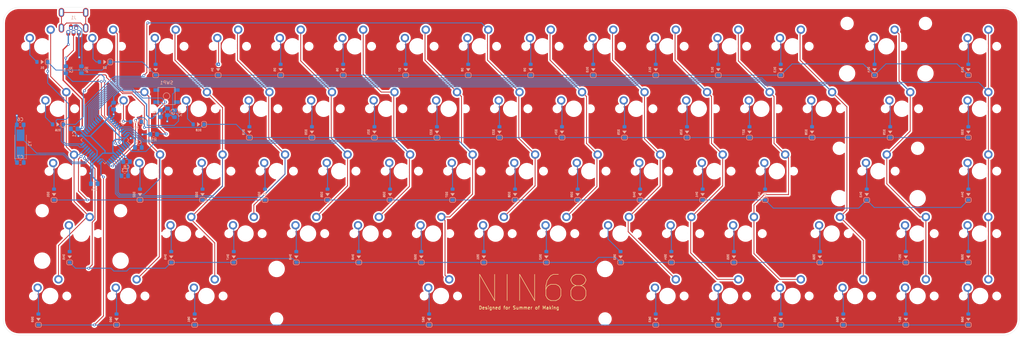
<source format=kicad_pcb>
(kicad_pcb (version 20171130) (host pcbnew 5.1.6-c6e7f7d~87~ubuntu20.04.1)
  (layers (0 F.Cu signal) (31 B.Cu signal) (34 B.Paste user) (35 F.Paste user) (36 B.SilkS user) (37 F.SilkS user) (38 B.Mask user) (39 F.Mask user) (44 Edge.Cuts user))
  (net 0 "")
  (net 1 RST)
  (net 2 GND)
  (net 3 +5V)
  (net 4 "Net-(D1-Pad2)")
  (net 5 Col1)
  (net 6 "Net-(D2-Pad2)")
  (net 7 "Net-(D3-Pad2)")
  (net 8 "Net-(D4-Pad2)")
  (net 9 "Net-(J1-Pad6)")
  (net 10 "Net-(J1-Pad2)")
  (net 11 "Net-(J1-Pad4)")
  (net 12 "Net-(J1-Pad3)")
  (net 13 "Net-(R3-Pad1)")
  (net 14 "Net-(R4-Pad1)")
  (net 15 "Net-(R5-Pad2)")
  (net 16 "Net-(U1-Pad39)")
  (net 17 "Net-(U1-Pad38)")
  (net 18 "Net-(C6-Pad1)")
  (net 19 "Net-(C7-Pad1)")
  (net 20 "Net-(C8-Pad1)")
  (net 21 Row1)
  (net 22 "Net-(D5-Pad2)")
  (net 23 "Net-(D6-Pad2)")
  (net 24 "Net-(D7-Pad2)")
  (net 25 "Net-(D8-Pad2)")
  (net 26 "Net-(D9-Pad2)")
  (net 27 "Net-(D10-Pad2)")
  (net 28 "Net-(D11-Pad2)")
  (net 29 "Net-(D12-Pad2)")
  (net 30 "Net-(D13-Pad2)")
  (net 31 "Net-(D14-Pad2)")
  (net 32 "Net-(D15-Pad2)")
  (net 33 "Net-(D16-Pad2)")
  (net 34 Row2)
  (net 35 "Net-(D17-Pad2)")
  (net 36 "Net-(D18-Pad2)")
  (net 37 "Net-(D19-Pad2)")
  (net 38 "Net-(D20-Pad2)")
  (net 39 "Net-(D21-Pad2)")
  (net 40 "Net-(D22-Pad2)")
  (net 41 "Net-(D23-Pad2)")
  (net 42 "Net-(D24-Pad2)")
  (net 43 "Net-(D25-Pad2)")
  (net 44 "Net-(D26-Pad2)")
  (net 45 "Net-(D27-Pad2)")
  (net 46 "Net-(D28-Pad2)")
  (net 47 "Net-(D29-Pad2)")
  (net 48 "Net-(D30-Pad2)")
  (net 49 "Net-(D31-Pad2)")
  (net 50 Col15)
  (net 51 "Net-(D32-Pad2)")
  (net 52 "Net-(D33-Pad2)")
  (net 53 "Net-(D34-Pad2)")
  (net 54 "Net-(D35-Pad2)")
  (net 55 "Net-(D36-Pad2)")
  (net 56 "Net-(D37-Pad2)")
  (net 57 "Net-(D38-Pad2)")
  (net 58 "Net-(D39-Pad2)")
  (net 59 "Net-(D40-Pad2)")
  (net 60 "Net-(D41-Pad2)")
  (net 61 "Net-(D42-Pad2)")
  (net 62 "Net-(D43-Pad2)")
  (net 63 "Net-(D44-Pad2)")
  (net 64 "Net-(D45-Pad2)")
  (net 65 Row4)
  (net 66 "Net-(D46-Pad2)")
  (net 67 "Net-(D47-Pad2)")
  (net 68 "Net-(D48-Pad2)")
  (net 69 "Net-(D49-Pad2)")
  (net 70 "Net-(D50-Pad2)")
  (net 71 "Net-(D51-Pad2)")
  (net 72 "Net-(D52-Pad2)")
  (net 73 "Net-(D53-Pad2)")
  (net 74 "Net-(D54-Pad2)")
  (net 75 "Net-(D55-Pad2)")
  (net 76 "Net-(D56-Pad2)")
  (net 77 "Net-(D57-Pad2)")
  (net 78 "Net-(D58-Pad2)")
  (net 79 "Net-(D59-Pad2)")
  (net 80 Row5)
  (net 81 "Net-(D60-Pad2)")
  (net 82 "Net-(D61-Pad2)")
  (net 83 "Net-(D62-Pad2)")
  (net 84 "Net-(D63-Pad2)")
  (net 85 "Net-(D64-Pad2)")
  (net 86 "Net-(D65-Pad2)")
  (net 87 "Net-(D66-Pad2)")
  (net 88 "Net-(D67-Pad2)")
  (net 89 "Net-(D68-Pad2)")
  (net 90 Col2)
  (net 91 Col3)
  (net 92 Col4)
  (net 93 Col5)
  (net 94 Col6)
  (net 95 Col7)
  (net 96 Col8)
  (net 97 Col9)
  (net 98 Col10)
  (net 99 Col11)
  (net 100 Col12)
  (net 101 Col13)
  (net 102 Col14)
  (net 103 "Net-(R2-Pad2)")
  (net 104 Row3)
  (net 105 "Net-(U1-Pad36)")
  (net 106 "Net-(U1-Pad11)")
  (net 107 "Net-(U1-Pad37)")
  (net 108 "Net-(C9-Pad1)")
  (module Capacitor_SMD:C_0805_2012Metric_Pad1.15x1.40mm_HandSolder (layer B.Cu) (at -380.315 -316.78 180)
    (fp_text reference C9 (at 0 1.65) (layer B.SilkS) (effects (justify mirror)))
    (fp_text value 100n)
    (pad 2 smd roundrect (at 1.025 0 180) (size 1.15 1.4) (layers B.Cu B.Paste B.Mask) (roundrect_rratio 0.217391) (net 2 GND))
    (pad 1 smd roundrect (at -1.025 0 180) (size 1.15 1.4) (layers B.Cu B.Paste B.Mask) (roundrect_rratio 0.217391) (net 108 "Net-(C9-Pad1)"))
  )
  (module random-keyboard-parts:SKQG-1155865 (layer B.Cu) (at -371.72 -332.49)
    (fp_text reference SWP1 (at 0 -4.064) (layer B.SilkS) (effects (justify mirror)))
    (fp_text value SW_Push)
    (pad 4 smd rect (at -3.1 -1.85) (size 1.8 1.1) (layers B.Cu B.Paste B.Mask))
    (pad 3 smd rect (at 3.1 1.85) (size 1.8 1.1) (layers B.Cu B.Paste B.Mask))
    (pad 2 smd rect (at -3.1 1.85) (size 1.8 1.1) (layers B.Cu B.Paste B.Mask) (net 1 RST))
    (pad 1 smd rect (at 3.1 -1.85) (size 1.8 1.1) (layers B.Cu B.Paste B.Mask) (net 103 "Net-(R2-Pad2)"))
  )
  (module Resistor_SMD:R_0805_2012Metric_Pad1.15x1.40mm_HandSolder (layer B.Cu) (at -375.66875 -320.8125)
    (fp_text reference R5 (at 0 1.65) (layer B.SilkS) (effects (justify mirror)))
    (fp_text value 1k)
    (pad 2 smd roundrect (at 1.025 0) (size 1.15 1.4) (layers B.Cu B.Paste B.Mask) (roundrect_rratio 0.217391) (net 15 "Net-(R5-Pad2)"))
    (pad 1 smd roundrect (at -1.025 0) (size 1.15 1.4) (layers B.Cu B.Paste B.Mask) (roundrect_rratio 0.217391) (net 2 GND))
  )
  (module Resistor_SMD:R_0805_2012Metric_Pad1.15x1.40mm_HandSolder (layer B.Cu) (at -397.66875 -340.51875 90)
    (fp_text reference R4 (at 0 1.65 90) (layer B.SilkS) (effects (justify mirror)))
    (fp_text value 22)
    (pad 2 smd roundrect (at 1.025 0 90) (size 1.15 1.4) (layers B.Cu B.Paste B.Mask) (roundrect_rratio 0.217391) (net 10 "Net-(J1-Pad2)"))
    (pad 1 smd roundrect (at -1.025 0 90) (size 1.15 1.4) (layers B.Cu B.Paste B.Mask) (roundrect_rratio 0.217391) (net 14 "Net-(R4-Pad1)"))
  )
  (module Resistor_SMD:R_0805_2012Metric_Pad1.15x1.40mm_HandSolder (layer B.Cu) (at -402.43125 -340.51875 90)
    (fp_text reference R3 (at 0 1.65 90) (layer B.SilkS) (effects (justify mirror)))
    (fp_text value 22)
    (pad 2 smd roundrect (at 1.025 0 90) (size 1.15 1.4) (layers B.Cu B.Paste B.Mask) (roundrect_rratio 0.217391) (net 12 "Net-(J1-Pad3)"))
    (pad 1 smd roundrect (at -1.025 0 90) (size 1.15 1.4) (layers B.Cu B.Paste B.Mask) (roundrect_rratio 0.217391) (net 13 "Net-(R3-Pad1)"))
  )
  (module Resistor_SMD:R_0805_2012Metric_Pad1.15x1.40mm_HandSolder (layer B.Cu) (at -369.28125 -327.10625 90)
    (fp_text reference R2 (at 0 1.65 90) (layer B.SilkS) (effects (justify mirror)))
    (fp_text value 330)
    (pad 2 smd roundrect (at 1.025 0 90) (size 1.15 1.4) (layers B.Cu B.Paste B.Mask) (roundrect_rratio 0.217391) (net 103 "Net-(R2-Pad2)"))
    (pad 1 smd roundrect (at -1.025 0 90) (size 1.15 1.4) (layers B.Cu B.Paste B.Mask) (roundrect_rratio 0.217391) (net 2 GND))
  )
  (module Resistor_SMD:R_0805_2012Metric_Pad1.15x1.40mm_HandSolder (layer B.Cu) (at -373.59375 -327.10625 270)
    (fp_text reference R1 (at 0 1.65 90) (layer B.SilkS) (effects (justify mirror)))
    (fp_text value 10k)
    (pad 2 smd roundrect (at 1.025 0 270) (size 1.15 1.4) (layers B.Cu B.Paste B.Mask) (roundrect_rratio 0.217391) (net 1 RST))
    (pad 1 smd roundrect (at -1.025 0 270) (size 1.15 1.4) (layers B.Cu B.Paste B.Mask) (roundrect_rratio 0.217391) (net 3 +5V))
  )
  (module acheron_MX:MX100 (layer B.Cu) (at -381 -328.6125 180)
    (fp_text reference SW17)
    (fp_text value Q)
    (pad 2 thru_hole circle (at 3.81 2.54 90) (size 2.54 2.54) (drill 1.525) (layers *.Cu *.Mask) (net 35 "Net-(D17-Pad2)"))
    (pad 1 thru_hole circle (at -2.54 5.08 180) (size 2.54 2.54) (drill 1.525) (layers *.Cu *.Mask) (net 90 Col2))
    (pad "" np_thru_hole circle (at -5.08 0 180) (size 1.7018 1.7018) (drill 1.7018) (layers *.Cu *.Mask))
    (pad "" np_thru_hole circle (at 5.08 0 180) (size 1.7018 1.7018) (drill 1.7018) (layers *.Cu *.Mask))
    (pad "" np_thru_hole circle (at 0 0 180) (size 3.9878 3.9878) (drill 3.9878) (layers *.Cu *.Mask))
  )
  (module acheron_MX:MX175 (layer B.Cu) (at -402.46125 -309.5025 180)
    (fp_text reference SW31)
    (fp_text value Caps)
    (pad "" np_thru_hole circle (at 0 0 180) (size 3.9878 3.9878) (drill 3.9878) (layers *.Cu *.Mask))
    (pad 2 thru_hole circle (at 3.81 2.54 180) (size 2.54 2.54) (drill 1.524) (layers *.Cu *.Mask) (net 49 "Net-(D31-Pad2)"))
    (pad 1 thru_hole circle (at -2.54 5.08 180) (size 2.54 2.54) (drill 1.524) (layers *.Cu *.Mask) (net 5 Col1))
    (pad "" np_thru_hole circle (at 5.08 0 180) (size 1.7018 1.7018) (drill 1.7018) (layers *.Cu *.Mask))
    (pad "" np_thru_hole circle (at -5.08 0 180) (size 1.7018 1.7018) (drill 1.7018) (layers *.Cu *.Mask))
  )
  (module Package_QFP:TQFP-44_10x10mm_P0.8mm (layer B.Cu) (at -390.525 -319.0875 135)
    (fp_text reference U1 (at 0 7.45 135) (layer B.SilkS) (effects (justify mirror)))
    (fp_text value ATmega32U4-AU)
    (pad 1 smd rect (at -5.7 4 135) (size 1.5 0.55) (layers B.Cu B.Paste B.Mask) (net 93 Col5))
    (pad 2 smd rect (at -5.7 3.2 135) (size 1.5 0.55) (layers B.Cu B.Paste B.Mask) (net 3 +5V))
    (pad 3 smd rect (at -5.7 2.4 135) (size 1.5 0.55) (layers B.Cu B.Paste B.Mask) (net 14 "Net-(R4-Pad1)"))
    (pad 4 smd rect (at -5.7 1.6 135) (size 1.5 0.55) (layers B.Cu B.Paste B.Mask) (net 13 "Net-(R3-Pad1)"))
    (pad 5 smd rect (at -5.7 0.8 135) (size 1.5 0.55) (layers B.Cu B.Paste B.Mask) (net 2 GND))
    (pad 6 smd rect (at -5.7 0 135) (size 1.5 0.55) (layers B.Cu B.Paste B.Mask) (net 20 "Net-(C8-Pad1)"))
    (pad 7 smd rect (at -5.7 -0.8 135) (size 1.5 0.55) (layers B.Cu B.Paste B.Mask) (net 3 +5V))
    (pad 8 smd rect (at -5.7 -1.6 135) (size 1.5 0.55) (layers B.Cu B.Paste B.Mask) (net 90 Col2))
    (pad 9 smd rect (at -5.7 -2.4 135) (size 1.5 0.55) (layers B.Cu B.Paste B.Mask) (net 91 Col3))
    (pad 10 smd rect (at -5.7 -3.2 135) (size 1.5 0.55) (layers B.Cu B.Paste B.Mask) (net 92 Col4))
    (pad 11 smd rect (at -5.7 -4 135) (size 1.5 0.55) (layers B.Cu B.Paste B.Mask) (net 106 "Net-(U1-Pad11)"))
    (pad 12 smd rect (at -4 -5.7 45) (size 1.5 0.55) (layers B.Cu B.Paste B.Mask) (net 80 Row5))
    (pad 13 smd rect (at -3.2 -5.7 45) (size 1.5 0.55) (layers B.Cu B.Paste B.Mask) (net 1 RST))
    (pad 14 smd rect (at -2.4 -5.7 45) (size 1.5 0.55) (layers B.Cu B.Paste B.Mask) (net 3 +5V))
    (pad 15 smd rect (at -1.6 -5.7 45) (size 1.5 0.55) (layers B.Cu B.Paste B.Mask) (net 2 GND))
    (pad 16 smd rect (at -0.8 -5.7 45) (size 1.5 0.55) (layers B.Cu B.Paste B.Mask) (net 19 "Net-(C7-Pad1)"))
    (pad 17 smd rect (at 0 -5.7 45) (size 1.5 0.55) (layers B.Cu B.Paste B.Mask) (net 18 "Net-(C6-Pad1)"))
    (pad 18 smd rect (at 0.8 -5.7 45) (size 1.5 0.55) (layers B.Cu B.Paste B.Mask) (net 65 Row4))
    (pad 19 smd rect (at 1.6 -5.7 45) (size 1.5 0.55) (layers B.Cu B.Paste B.Mask) (net 104 Row3))
    (pad 20 smd rect (at 2.4 -5.7 45) (size 1.5 0.55) (layers B.Cu B.Paste B.Mask) (net 5 Col1))
    (pad 21 smd rect (at 3.2 -5.7 45) (size 1.5 0.55) (layers B.Cu B.Paste B.Mask) (net 21 Row1))
    (pad 22 smd rect (at 4 -5.7 45) (size 1.5 0.55) (layers B.Cu B.Paste B.Mask) (net 34 Row2))
    (pad 23 smd rect (at 5.7 -4 135) (size 1.5 0.55) (layers B.Cu B.Paste B.Mask) (net 2 GND))
    (pad 24 smd rect (at 5.7 -3.2 135) (size 1.5 0.55) (layers B.Cu B.Paste B.Mask) (net 3 +5V))
    (pad 25 smd rect (at 5.7 -2.4 135) (size 1.5 0.55) (layers B.Cu B.Paste B.Mask) (net 96 Col8))
    (pad 26 smd rect (at 5.7 -1.6 135) (size 1.5 0.55) (layers B.Cu B.Paste B.Mask) (net 50 Col15))
    (pad 27 smd rect (at 5.7 -0.8 135) (size 1.5 0.55) (layers B.Cu B.Paste B.Mask) (net 102 Col14))
    (pad 28 smd rect (at 5.7 0 135) (size 1.5 0.55) (layers B.Cu B.Paste B.Mask) (net 101 Col13))
    (pad 29 smd rect (at 5.7 0.8 135) (size 1.5 0.55) (layers B.Cu B.Paste B.Mask) (net 100 Col12))
    (pad 30 smd rect (at 5.7 1.6 135) (size 1.5 0.55) (layers B.Cu B.Paste B.Mask) (net 99 Col11))
    (pad 31 smd rect (at 5.7 2.4 135) (size 1.5 0.55) (layers B.Cu B.Paste B.Mask) (net 98 Col10))
    (pad 32 smd rect (at 5.7 3.2 135) (size 1.5 0.55) (layers B.Cu B.Paste B.Mask) (net 97 Col9))
    (pad 33 smd rect (at 5.7 4 135) (size 1.5 0.55) (layers B.Cu B.Paste B.Mask) (net 15 "Net-(R5-Pad2)"))
    (pad 34 smd rect (at 4 5.7 45) (size 1.5 0.55) (layers B.Cu B.Paste B.Mask) (net 3 +5V))
    (pad 35 smd rect (at 3.2 5.7 45) (size 1.5 0.55) (layers B.Cu B.Paste B.Mask) (net 2 GND))
    (pad 36 smd rect (at 2.4 5.7 45) (size 1.5 0.55) (layers B.Cu B.Paste B.Mask) (net 105 "Net-(U1-Pad36)"))
    (pad 37 smd rect (at 1.6 5.7 45) (size 1.5 0.55) (layers B.Cu B.Paste B.Mask) (net 107 "Net-(U1-Pad37)"))
    (pad 38 smd rect (at 0.8 5.7 45) (size 1.5 0.55) (layers B.Cu B.Paste B.Mask) (net 17 "Net-(U1-Pad38)"))
    (pad 39 smd rect (at 0 5.7 45) (size 1.5 0.55) (layers B.Cu B.Paste B.Mask) (net 16 "Net-(U1-Pad39)"))
    (pad 40 smd rect (at -0.8 5.7 45) (size 1.5 0.55) (layers B.Cu B.Paste B.Mask) (net 95 Col7))
    (pad 41 smd rect (at -1.6 5.7 45) (size 1.5 0.55) (layers B.Cu B.Paste B.Mask) (net 94 Col6))
    (pad 42 smd rect (at -2.4 5.7 45) (size 1.5 0.55) (layers B.Cu B.Paste B.Mask) (net 108 "Net-(C9-Pad1)"))
    (pad 43 smd rect (at -3.2 5.7 45) (size 1.5 0.55) (layers B.Cu B.Paste B.Mask) (net 2 GND))
    (pad 44 smd rect (at -4 5.7 45) (size 1.5 0.55) (layers B.Cu B.Paste B.Mask) (net 3 +5V))
  )
  (module acheron_MX:MX100 (layer B.Cu) (at -376.2375 -309.5625 180)
    (fp_text reference SW32)
    (fp_text value A)
    (pad 2 thru_hole circle (at 3.81 2.54 90) (size 2.54 2.54) (drill 1.525) (layers *.Cu *.Mask) (net 51 "Net-(D32-Pad2)"))
    (pad 1 thru_hole circle (at -2.54 5.08 180) (size 2.54 2.54) (drill 1.525) (layers *.Cu *.Mask) (net 90 Col2))
    (pad "" np_thru_hole circle (at -5.08 0 180) (size 1.7018 1.7018) (drill 1.7018) (layers *.Cu *.Mask))
    (pad "" np_thru_hole circle (at 5.08 0 180) (size 1.7018 1.7018) (drill 1.7018) (layers *.Cu *.Mask))
    (pad "" np_thru_hole circle (at 0 0 180) (size 3.9878 3.9878) (drill 3.9878) (layers *.Cu *.Mask))
  )
  (module acheron_MX:MX100 (layer B.Cu) (at -361.95 -328.6125 180)
    (fp_text reference SW18)
    (fp_text value W)
    (pad 2 thru_hole circle (at 3.81 2.54 90) (size 2.54 2.54) (drill 1.525) (layers *.Cu *.Mask) (net 36 "Net-(D18-Pad2)"))
    (pad 1 thru_hole circle (at -2.54 5.08 180) (size 2.54 2.54) (drill 1.525) (layers *.Cu *.Mask) (net 91 Col3))
    (pad "" np_thru_hole circle (at -5.08 0 180) (size 1.7018 1.7018) (drill 1.7018) (layers *.Cu *.Mask))
    (pad "" np_thru_hole circle (at 5.08 0 180) (size 1.7018 1.7018) (drill 1.7018) (layers *.Cu *.Mask))
    (pad "" np_thru_hole circle (at 0 0 180) (size 3.9878 3.9878) (drill 3.9878) (layers *.Cu *.Mask))
  )
  (module acheron_MX:MX150 (layer B.Cu) (at -404.8142 -328.61388 180)
    (fp_text reference SW16)
    (fp_text value Tab_150)
    (pad "" np_thru_hole circle (at -5.08 0 180) (size 1.7018 1.7018) (drill 1.7018) (layers *.Cu *.Mask))
    (pad "" np_thru_hole circle (at 5.08 0 180) (size 1.7018 1.7018) (drill 1.7018) (layers *.Cu *.Mask))
    (pad 1 thru_hole circle (at -2.54 5.08 180) (size 2.54 2.54) (drill 1.524) (layers *.Cu *.Mask) (net 5 Col1))
    (pad 2 thru_hole circle (at 3.81 2.54 180) (size 2.54 2.54) (drill 1.524) (layers *.Cu *.Mask) (net 33 "Net-(D16-Pad2)"))
    (pad "" np_thru_hole circle (at 0 0 180) (size 3.9878 3.9878) (drill 3.9878) (layers *.Cu *.Mask))
  )
  (module acheron_MX:MX225 (layer B.Cu) (at -397.66875 -290.5125 180)
    (fp_text reference SW45)
    (fp_text value LShift_225)
    (pad "" np_thru_hole circle (at -11.938 -8.255 180) (size 3.9878 3.9878) (drill 3.9878) (layers *.Cu *.Mask))
    (pad "" np_thru_hole circle (at 11.938 -8.255 180) (size 3.9878 3.9878) (drill 3.9878) (layers *.Cu *.Mask))
    (pad "" np_thru_hole circle (at 11.938 6.985 180) (size 3.048 3.048) (drill 3.048) (layers *.Cu *.Mask))
    (pad "" np_thru_hole circle (at -11.938 6.985 180) (size 3.048 3.048) (drill 3.048) (layers *.Cu *.Mask))
    (pad "" np_thru_hole circle (at -5.08 0 180) (size 1.7018 1.7018) (drill 1.7018) (layers *.Cu *.Mask))
    (pad "" np_thru_hole circle (at 5.08 0 180) (size 1.7018 1.7018) (drill 1.7018) (layers *.Cu *.Mask))
    (pad 1 thru_hole circle (at -2.54 5.08 180) (size 2.54 2.54) (drill 1.524) (layers *.Cu *.Mask) (net 5 Col1))
    (pad 2 thru_hole circle (at 3.81 2.54 180) (size 2.54 2.54) (drill 1.524) (layers *.Cu *.Mask) (net 64 "Net-(D45-Pad2)"))
    (pad "" np_thru_hole circle (at 0 0 180) (size 3.9878 3.9878) (drill 3.9878) (layers *.Cu *.Mask))
  )
  (module acheron_MX:MX100 (layer B.Cu) (at -409.575 -347.6625 180)
    (fp_text reference SW1)
    (fp_text value tilde/esc)
    (pad 2 thru_hole circle (at 3.81 2.54 90) (size 2.54 2.54) (drill 1.525) (layers *.Cu *.Mask) (net 4 "Net-(D1-Pad2)"))
    (pad 1 thru_hole circle (at -2.54 5.08 180) (size 2.54 2.54) (drill 1.525) (layers *.Cu *.Mask) (net 5 Col1))
    (pad "" np_thru_hole circle (at -5.08 0 180) (size 1.7018 1.7018) (drill 1.7018) (layers *.Cu *.Mask))
    (pad "" np_thru_hole circle (at 5.08 0 180) (size 1.7018 1.7018) (drill 1.7018) (layers *.Cu *.Mask))
    (pad "" np_thru_hole circle (at 0 0 180) (size 3.9878 3.9878) (drill 3.9878) (layers *.Cu *.Mask))
  )
  (module acheron_MX:MX100 (layer B.Cu) (at -390.525 -347.6625 180)
    (fp_text reference SW2)
    (fp_text value 1)
    (pad 2 thru_hole circle (at 3.81 2.54 90) (size 2.54 2.54) (drill 1.525) (layers *.Cu *.Mask) (net 6 "Net-(D2-Pad2)"))
    (pad 1 thru_hole circle (at -2.54 5.08 180) (size 2.54 2.54) (drill 1.525) (layers *.Cu *.Mask) (net 90 Col2))
    (pad "" np_thru_hole circle (at -5.08 0 180) (size 1.7018 1.7018) (drill 1.7018) (layers *.Cu *.Mask))
    (pad "" np_thru_hole circle (at 5.08 0 180) (size 1.7018 1.7018) (drill 1.7018) (layers *.Cu *.Mask))
    (pad "" np_thru_hole circle (at 0 0 180) (size 3.9878 3.9878) (drill 3.9878) (layers *.Cu *.Mask))
  )
  (module Capacitor_SMD:C_0805_2012Metric_Pad1.15x1.40mm_HandSolder (layer B.Cu) (at -371.4375 -327.6625 90)
    (fp_text reference C5 (at 0 1.65 90) (layer B.SilkS) (effects (justify mirror)))
    (fp_text value 100n)
    (pad 1 smd roundrect (at -1.025 0 90) (size 1.15 1.4) (layers B.Cu B.Paste B.Mask) (roundrect_rratio 0.217391) (net 2 GND))
    (pad 2 smd roundrect (at 1.025 0 90) (size 1.15 1.4) (layers B.Cu B.Paste B.Mask) (roundrect_rratio 0.217391) (net 1 RST))
  )
  (module acheron_Components:D_SOD-123 (layer B.Cu) (at -327.421875 -321.46875 90)
    (fp_text reference D20 (at -0.00012 -1.7786 270) (layer B.SilkS) (effects (font (size 0.6 0.6)) (justify mirror)))
    (fp_text value 1N4148W)
    (pad 1 smd roundrect (at -1.65 0 90) (size 1 1.2) (layers B.Cu B.Paste B.Mask) (net 34 Row2))
    (pad 2 smd roundrect (at 1.65 0 90) (size 1 1.2) (layers B.Cu B.Paste B.Mask) (net 38 "Net-(D20-Pad2)"))
  )
  (module acheron_Components:D_SOD-123 (layer B.Cu) (at -127.396875 -264.31875 90)
    (fp_text reference D68 (at -0.00012 -1.7786 270) (layer B.SilkS) (effects (font (size 0.6 0.6)) (justify mirror)))
    (fp_text value 1N4148W)
    (pad 1 smd roundrect (at -1.65 0 90) (size 1 1.2) (layers B.Cu B.Paste B.Mask) (net 80 Row5))
    (pad 2 smd roundrect (at 1.65 0 90) (size 1 1.2) (layers B.Cu B.Paste B.Mask) (net 89 "Net-(D68-Pad2)"))
  )
  (module acheron_Components:D_SOD-123 (layer B.Cu) (at -146.446875 -264.31875 90)
    (fp_text reference D67 (at -0.00012 -1.7786 270) (layer B.SilkS) (effects (font (size 0.6 0.6)) (justify mirror)))
    (fp_text value 1N4148W)
    (pad 1 smd roundrect (at -1.65 0 90) (size 1 1.2) (layers B.Cu B.Paste B.Mask) (net 80 Row5))
    (pad 2 smd roundrect (at 1.65 0 90) (size 1 1.2) (layers B.Cu B.Paste B.Mask) (net 88 "Net-(D67-Pad2)"))
  )
  (module acheron_Components:D_SOD-123 (layer B.Cu) (at -165.496875 -264.31875 90)
    (fp_text reference D66 (at -0.00012 -1.7786 270) (layer B.SilkS) (effects (font (size 0.6 0.6)) (justify mirror)))
    (fp_text value 1N4148W)
    (pad 1 smd roundrect (at -1.65 0 90) (size 1 1.2) (layers B.Cu B.Paste B.Mask) (net 80 Row5))
    (pad 2 smd roundrect (at 1.65 0 90) (size 1 1.2) (layers B.Cu B.Paste B.Mask) (net 87 "Net-(D66-Pad2)"))
  )
  (module acheron_Components:D_SOD-123 (layer B.Cu) (at -184.546875 -264.31875 90)
    (fp_text reference D65 (at -0.00012 -1.7786 270) (layer B.SilkS) (effects (font (size 0.6 0.6)) (justify mirror)))
    (fp_text value 1N4148W)
    (pad 1 smd roundrect (at -1.65 0 90) (size 1 1.2) (layers B.Cu B.Paste B.Mask) (net 80 Row5))
    (pad 2 smd roundrect (at 1.65 0 90) (size 1 1.2) (layers B.Cu B.Paste B.Mask) (net 86 "Net-(D65-Pad2)"))
  )
  (module acheron_Components:D_SOD-123 (layer B.Cu) (at -203.596875 -264.31875 90)
    (fp_text reference D64 (at -0.00012 -1.7786 270) (layer B.SilkS) (effects (font (size 0.6 0.6)) (justify mirror)))
    (fp_text value 1N4148W)
    (pad 1 smd roundrect (at -1.65 0 90) (size 1 1.2) (layers B.Cu B.Paste B.Mask) (net 80 Row5))
    (pad 2 smd roundrect (at 1.65 0 90) (size 1 1.2) (layers B.Cu B.Paste B.Mask) (net 85 "Net-(D64-Pad2)"))
  )
  (module acheron_Components:D_SOD-123 (layer B.Cu) (at -222.646875 -264.31875 90)
    (fp_text reference D63 (at -0.00012 -1.7786 270) (layer B.SilkS) (effects (font (size 0.6 0.6)) (justify mirror)))
    (fp_text value 1N4148W)
    (pad 1 smd roundrect (at -1.65 0 90) (size 1 1.2) (layers B.Cu B.Paste B.Mask) (net 80 Row5))
    (pad 2 smd roundrect (at 1.65 0 90) (size 1 1.2) (layers B.Cu B.Paste B.Mask) (net 84 "Net-(D63-Pad2)"))
  )
  (module acheron_Components:D_SOD-123 (layer B.Cu) (at -291.703125 -264.31875 90)
    (fp_text reference D62 (at -0.00012 -1.7786 270) (layer B.SilkS) (effects (font (size 0.6 0.6)) (justify mirror)))
    (fp_text value 1N4148W)
    (pad 1 smd roundrect (at -1.65 0 90) (size 1 1.2) (layers B.Cu B.Paste B.Mask) (net 80 Row5))
    (pad 2 smd roundrect (at 1.65 0 90) (size 1 1.2) (layers B.Cu B.Paste B.Mask) (net 83 "Net-(D62-Pad2)"))
  )
  (module acheron_Components:D_SOD-123 (layer B.Cu) (at -363.140625 -264.31875 90)
    (fp_text reference D61 (at -0.00012 -1.7786 270) (layer B.SilkS) (effects (font (size 0.6 0.6)) (justify mirror)))
    (fp_text value 1N4148W)
    (pad 1 smd roundrect (at -1.65 0 90) (size 1 1.2) (layers B.Cu B.Paste B.Mask) (net 80 Row5))
    (pad 2 smd roundrect (at 1.65 0 90) (size 1 1.2) (layers B.Cu B.Paste B.Mask) (net 82 "Net-(D61-Pad2)"))
  )
  (module acheron_Components:D_SOD-123 (layer B.Cu) (at -386.953125 -264.31875 90)
    (fp_text reference D60 (at -0.00012 -1.7786 270) (layer B.SilkS) (effects (font (size 0.6 0.6)) (justify mirror)))
    (fp_text value 1N4148W)
    (pad 1 smd roundrect (at -1.65 0 90) (size 1 1.2) (layers B.Cu B.Paste B.Mask) (net 80 Row5))
    (pad 2 smd roundrect (at 1.65 0 90) (size 1 1.2) (layers B.Cu B.Paste B.Mask) (net 81 "Net-(D60-Pad2)"))
  )
  (module acheron_Components:D_SOD-123 (layer B.Cu) (at -410.765625 -264.31875 90)
    (fp_text reference D59 (at -0.00012 -1.7786 270) (layer B.SilkS) (effects (font (size 0.6 0.6)) (justify mirror)))
    (fp_text value 1N4148W)
    (pad 1 smd roundrect (at -1.65 0 90) (size 1 1.2) (layers B.Cu B.Paste B.Mask) (net 80 Row5))
    (pad 2 smd roundrect (at 1.65 0 90) (size 1 1.2) (layers B.Cu B.Paste B.Mask) (net 79 "Net-(D59-Pad2)"))
  )
  (module acheron_Components:D_SOD-123 (layer B.Cu) (at -127.396875 -283.36875 90)
    (fp_text reference D58 (at -0.00012 -1.7786 270) (layer B.SilkS) (effects (font (size 0.6 0.6)) (justify mirror)))
    (fp_text value 1N4148W)
    (pad 1 smd roundrect (at -1.65 0 90) (size 1 1.2) (layers B.Cu B.Paste B.Mask) (net 65 Row4))
    (pad 2 smd roundrect (at 1.65 0 90) (size 1 1.2) (layers B.Cu B.Paste B.Mask) (net 78 "Net-(D58-Pad2)"))
  )
  (module acheron_Components:D_SOD-123 (layer B.Cu) (at -146.446875 -283.36875 90)
    (fp_text reference D57 (at -0.00012 -1.7786 270) (layer B.SilkS) (effects (font (size 0.6 0.6)) (justify mirror)))
    (fp_text value 1N4148W)
    (pad 1 smd roundrect (at -1.65 0 90) (size 1 1.2) (layers B.Cu B.Paste B.Mask) (net 65 Row4))
    (pad 2 smd roundrect (at 1.65 0 90) (size 1 1.2) (layers B.Cu B.Paste B.Mask) (net 77 "Net-(D57-Pad2)"))
  )
  (module acheron_Components:D_SOD-123 (layer B.Cu) (at -172.640625 -283.36875 90)
    (fp_text reference D56 (at -0.00012 -1.7786 270) (layer B.SilkS) (effects (font (size 0.6 0.6)) (justify mirror)))
    (fp_text value 1N4148W)
    (pad 1 smd roundrect (at -1.65 0 90) (size 1 1.2) (layers B.Cu B.Paste B.Mask) (net 65 Row4))
    (pad 2 smd roundrect (at 1.65 0 90) (size 1 1.2) (layers B.Cu B.Paste B.Mask) (net 76 "Net-(D56-Pad2)"))
  )
  (module acheron_Components:D_SOD-123 (layer B.Cu) (at -198.834375 -283.36875 90)
    (fp_text reference D55 (at -0.00012 -1.7786 270) (layer B.SilkS) (effects (font (size 0.6 0.6)) (justify mirror)))
    (fp_text value 1N4148W)
    (pad 1 smd roundrect (at -1.65 0 90) (size 1 1.2) (layers B.Cu B.Paste B.Mask) (net 65 Row4))
    (pad 2 smd roundrect (at 1.65 0 90) (size 1 1.2) (layers B.Cu B.Paste B.Mask) (net 75 "Net-(D55-Pad2)"))
  )
  (module acheron_Components:D_SOD-123 (layer B.Cu) (at -217.884375 -283.36875 90)
    (fp_text reference D54 (at -0.00012 -1.7786 270) (layer B.SilkS) (effects (font (size 0.6 0.6)) (justify mirror)))
    (fp_text value 1N4148W)
    (pad 1 smd roundrect (at -1.65 0 90) (size 1 1.2) (layers B.Cu B.Paste B.Mask) (net 65 Row4))
    (pad 2 smd roundrect (at 1.65 0 90) (size 1 1.2) (layers B.Cu B.Paste B.Mask) (net 74 "Net-(D54-Pad2)"))
  )
  (module acheron_Components:D_SOD-123 (layer B.Cu) (at -233.3625 -283.36875 90)
    (fp_text reference D53 (at -0.00012 -1.7786 270) (layer B.SilkS) (effects (font (size 0.6 0.6)) (justify mirror)))
    (fp_text value 1N4148W)
    (pad 1 smd roundrect (at -1.65 0 90) (size 1 1.2) (layers B.Cu B.Paste B.Mask) (net 65 Row4))
    (pad 2 smd roundrect (at 1.65 0 90) (size 1 1.2) (layers B.Cu B.Paste B.Mask) (net 73 "Net-(D53-Pad2)"))
  )
  (module acheron_Components:D_SOD-123 (layer B.Cu) (at -255.984375 -283.36875 90)
    (fp_text reference D52 (at -0.00012 -1.7786 270) (layer B.SilkS) (effects (font (size 0.6 0.6)) (justify mirror)))
    (fp_text value 1N4148W)
    (pad 1 smd roundrect (at -1.65 0 90) (size 1 1.2) (layers B.Cu B.Paste B.Mask) (net 65 Row4))
    (pad 2 smd roundrect (at 1.65 0 90) (size 1 1.2) (layers B.Cu B.Paste B.Mask) (net 72 "Net-(D52-Pad2)"))
  )
  (module acheron_Components:D_SOD-123 (layer B.Cu) (at -275.034375 -283.36875 90)
    (fp_text reference D51 (at -0.00012 -1.7786 270) (layer B.SilkS) (effects (font (size 0.6 0.6)) (justify mirror)))
    (fp_text value 1N4148W)
    (pad 1 smd roundrect (at -1.65 0 90) (size 1 1.2) (layers B.Cu B.Paste B.Mask) (net 65 Row4))
    (pad 2 smd roundrect (at 1.65 0 90) (size 1 1.2) (layers B.Cu B.Paste B.Mask) (net 71 "Net-(D51-Pad2)"))
  )
  (module acheron_Components:D_SOD-123 (layer B.Cu) (at -294.084375 -283.36875 90)
    (fp_text reference D50 (at -0.00012 -1.7786 270) (layer B.SilkS) (effects (font (size 0.6 0.6)) (justify mirror)))
    (fp_text value 1N4148W)
    (pad 1 smd roundrect (at -1.65 0 90) (size 1 1.2) (layers B.Cu B.Paste B.Mask) (net 65 Row4))
    (pad 2 smd roundrect (at 1.65 0 90) (size 1 1.2) (layers B.Cu B.Paste B.Mask) (net 70 "Net-(D50-Pad2)"))
  )
  (module acheron_Components:D_SOD-123 (layer B.Cu) (at -313.134375 -283.36875 90)
    (fp_text reference D49 (at -0.00012 -1.7786 270) (layer B.SilkS) (effects (font (size 0.6 0.6)) (justify mirror)))
    (fp_text value 1N4148W)
    (pad 1 smd roundrect (at -1.65 0 90) (size 1 1.2) (layers B.Cu B.Paste B.Mask) (net 65 Row4))
    (pad 2 smd roundrect (at 1.65 0 90) (size 1 1.2) (layers B.Cu B.Paste B.Mask) (net 69 "Net-(D49-Pad2)"))
  )
  (module acheron_Components:D_SOD-123 (layer B.Cu) (at -332.184375 -283.36875 90)
    (fp_text reference D48 (at -0.00012 -1.7786 270) (layer B.SilkS) (effects (font (size 0.6 0.6)) (justify mirror)))
    (fp_text value 1N4148W)
    (pad 1 smd roundrect (at -1.65 0 90) (size 1 1.2) (layers B.Cu B.Paste B.Mask) (net 65 Row4))
    (pad 2 smd roundrect (at 1.65 0 90) (size 1 1.2) (layers B.Cu B.Paste B.Mask) (net 68 "Net-(D48-Pad2)"))
  )
  (module acheron_Components:D_SOD-123 (layer B.Cu) (at -351.234375 -283.36875 90)
    (fp_text reference D47 (at -0.00012 -1.7786 270) (layer B.SilkS) (effects (font (size 0.6 0.6)) (justify mirror)))
    (fp_text value 1N4148W)
    (pad 1 smd roundrect (at -1.65 0 90) (size 1 1.2) (layers B.Cu B.Paste B.Mask) (net 65 Row4))
    (pad 2 smd roundrect (at 1.65 0 90) (size 1 1.2) (layers B.Cu B.Paste B.Mask) (net 67 "Net-(D47-Pad2)"))
  )
  (module acheron_Components:D_SOD-123 (layer B.Cu) (at -370.284375 -283.36875 90)
    (fp_text reference D46 (at -0.00012 -1.7786 270) (layer B.SilkS) (effects (font (size 0.6 0.6)) (justify mirror)))
    (fp_text value 1N4148W)
    (pad 1 smd roundrect (at -1.65 0 90) (size 1 1.2) (layers B.Cu B.Paste B.Mask) (net 65 Row4))
    (pad 2 smd roundrect (at 1.65 0 90) (size 1 1.2) (layers B.Cu B.Paste B.Mask) (net 66 "Net-(D46-Pad2)"))
  )
  (module acheron_Components:D_SOD-123 (layer B.Cu) (at -401.240625 -283.36875 90)
    (fp_text reference D45 (at -0.00012 -1.7786 270) (layer B.SilkS) (effects (font (size 0.6 0.6)) (justify mirror)))
    (fp_text value 1N4148W)
    (pad 1 smd roundrect (at -1.65 0 90) (size 1 1.2) (layers B.Cu B.Paste B.Mask) (net 65 Row4))
    (pad 2 smd roundrect (at 1.65 0 90) (size 1 1.2) (layers B.Cu B.Paste B.Mask) (net 64 "Net-(D45-Pad2)"))
  )
  (module acheron_Components:D_SOD-123 (layer B.Cu) (at -127.396875 -302.41875 90)
    (fp_text reference D44 (at -0.00012 -1.7786 270) (layer B.SilkS) (effects (font (size 0.6 0.6)) (justify mirror)))
    (fp_text value 1N4148W)
    (pad 1 smd roundrect (at -1.65 0 90) (size 1 1.2) (layers B.Cu B.Paste B.Mask) (net 104 Row3))
    (pad 2 smd roundrect (at 1.65 0 90) (size 1 1.2) (layers B.Cu B.Paste B.Mask) (net 63 "Net-(D44-Pad2)"))
  )
  (module acheron_Components:D_SOD-123 (layer B.Cu) (at -158.353125 -302.41875 90)
    (fp_text reference D43 (at -0.00012 -1.7786 270) (layer B.SilkS) (effects (font (size 0.6 0.6)) (justify mirror)))
    (fp_text value 1N4148W)
    (pad 1 smd roundrect (at -1.65 0 90) (size 1 1.2) (layers B.Cu B.Paste B.Mask) (net 104 Row3))
    (pad 2 smd roundrect (at 1.65 0 90) (size 1 1.2) (layers B.Cu B.Paste B.Mask) (net 62 "Net-(D43-Pad2)"))
  )
  (module acheron_Components:D_SOD-123 (layer B.Cu) (at -189.309375 -302.41875 90)
    (fp_text reference D42 (at -0.00012 -1.7786 270) (layer B.SilkS) (effects (font (size 0.6 0.6)) (justify mirror)))
    (fp_text value 1N4148W)
    (pad 1 smd roundrect (at -1.65 0 90) (size 1 1.2) (layers B.Cu B.Paste B.Mask) (net 104 Row3))
    (pad 2 smd roundrect (at 1.65 0 90) (size 1 1.2) (layers B.Cu B.Paste B.Mask) (net 61 "Net-(D42-Pad2)"))
  )
  (module acheron_Components:D_SOD-123 (layer B.Cu) (at -208.359375 -302.41875 90)
    (fp_text reference D41 (at -0.00012 -1.7786 270) (layer B.SilkS) (effects (font (size 0.6 0.6)) (justify mirror)))
    (fp_text value 1N4148W)
    (pad 1 smd roundrect (at -1.65 0 90) (size 1 1.2) (layers B.Cu B.Paste B.Mask) (net 104 Row3))
    (pad 2 smd roundrect (at 1.65 0 90) (size 1 1.2) (layers B.Cu B.Paste B.Mask) (net 60 "Net-(D41-Pad2)"))
  )
  (module acheron_Components:D_SOD-123 (layer B.Cu) (at -227.409375 -302.41875 90)
    (fp_text reference D40 (at -0.00012 -1.7786 270) (layer B.SilkS) (effects (font (size 0.6 0.6)) (justify mirror)))
    (fp_text value 1N4148W)
    (pad 1 smd roundrect (at -1.65 0 90) (size 1 1.2) (layers B.Cu B.Paste B.Mask) (net 104 Row3))
    (pad 2 smd roundrect (at 1.65 0 90) (size 1 1.2) (layers B.Cu B.Paste B.Mask) (net 59 "Net-(D40-Pad2)"))
  )
  (module acheron_Components:D_SOD-123 (layer B.Cu) (at -246.459375 -302.41875 90)
    (fp_text reference D39 (at -0.00012 -1.7786 270) (layer B.SilkS) (effects (font (size 0.6 0.6)) (justify mirror)))
    (fp_text value 1N4148W)
    (pad 1 smd roundrect (at -1.65 0 90) (size 1 1.2) (layers B.Cu B.Paste B.Mask) (net 104 Row3))
    (pad 2 smd roundrect (at 1.65 0 90) (size 1 1.2) (layers B.Cu B.Paste B.Mask) (net 58 "Net-(D39-Pad2)"))
  )
  (module acheron_Components:D_SOD-123 (layer B.Cu) (at -265.509375 -302.41875 90)
    (fp_text reference D38 (at -0.00012 -1.7786 270) (layer B.SilkS) (effects (font (size 0.6 0.6)) (justify mirror)))
    (fp_text value 1N4148W)
    (pad 1 smd roundrect (at -1.65 0 90) (size 1 1.2) (layers B.Cu B.Paste B.Mask) (net 104 Row3))
    (pad 2 smd roundrect (at 1.65 0 90) (size 1 1.2) (layers B.Cu B.Paste B.Mask) (net 57 "Net-(D38-Pad2)"))
  )
  (module acheron_Components:D_SOD-123 (layer B.Cu) (at -284.559375 -302.41875 90)
    (fp_text reference D37 (at -0.00012 -1.7786 270) (layer B.SilkS) (effects (font (size 0.6 0.6)) (justify mirror)))
    (fp_text value 1N4148W)
    (pad 1 smd roundrect (at -1.65 0 90) (size 1 1.2) (layers B.Cu B.Paste B.Mask) (net 104 Row3))
    (pad 2 smd roundrect (at 1.65 0 90) (size 1 1.2) (layers B.Cu B.Paste B.Mask) (net 56 "Net-(D37-Pad2)"))
  )
  (module acheron_Components:D_SOD-123 (layer B.Cu) (at -303.609375 -302.41875 90)
    (fp_text reference D36 (at -0.00012 -1.7786 270) (layer B.SilkS) (effects (font (size 0.6 0.6)) (justify mirror)))
    (fp_text value 1N4148W)
    (pad 1 smd roundrect (at -1.65 0 90) (size 1 1.2) (layers B.Cu B.Paste B.Mask) (net 104 Row3))
    (pad 2 smd roundrect (at 1.65 0 90) (size 1 1.2) (layers B.Cu B.Paste B.Mask) (net 55 "Net-(D36-Pad2)"))
  )
  (module acheron_Components:D_SOD-123 (layer B.Cu) (at -322.659375 -302.41875 90)
    (fp_text reference D35 (at -0.00012 -1.7786 270) (layer B.SilkS) (effects (font (size 0.6 0.6)) (justify mirror)))
    (fp_text value 1N4148W)
    (pad 1 smd roundrect (at -1.65 0 90) (size 1 1.2) (layers B.Cu B.Paste B.Mask) (net 104 Row3))
    (pad 2 smd roundrect (at 1.65 0 90) (size 1 1.2) (layers B.Cu B.Paste B.Mask) (net 54 "Net-(D35-Pad2)"))
  )
  (module acheron_Components:D_SOD-123 (layer B.Cu) (at -341.709375 -302.41875 90)
    (fp_text reference D34 (at -0.00012 -1.7786 270) (layer B.SilkS) (effects (font (size 0.6 0.6)) (justify mirror)))
    (fp_text value 1N4148W)
    (pad 1 smd roundrect (at -1.65 0 90) (size 1 1.2) (layers B.Cu B.Paste B.Mask) (net 104 Row3))
    (pad 2 smd roundrect (at 1.65 0 90) (size 1 1.2) (layers B.Cu B.Paste B.Mask) (net 53 "Net-(D34-Pad2)"))
  )
  (module acheron_Components:D_SOD-123 (layer B.Cu) (at -360.759375 -302.41875 90)
    (fp_text reference D33 (at -0.00012 -1.7786 270) (layer B.SilkS) (effects (font (size 0.6 0.6)) (justify mirror)))
    (fp_text value 1N4148W)
    (pad 1 smd roundrect (at -1.65 0 90) (size 1 1.2) (layers B.Cu B.Paste B.Mask) (net 104 Row3))
    (pad 2 smd roundrect (at 1.65 0 90) (size 1 1.2) (layers B.Cu B.Paste B.Mask) (net 52 "Net-(D33-Pad2)"))
  )
  (module acheron_Components:D_SOD-123 (layer B.Cu) (at -379.809375 -302.41875 90)
    (fp_text reference D32 (at -0.00012 -1.7786 270) (layer B.SilkS) (effects (font (size 0.6 0.6)) (justify mirror)))
    (fp_text value 1N4148W)
    (pad 1 smd roundrect (at -1.65 0 90) (size 1 1.2) (layers B.Cu B.Paste B.Mask) (net 104 Row3))
    (pad 2 smd roundrect (at 1.65 0 90) (size 1 1.2) (layers B.Cu B.Paste B.Mask) (net 51 "Net-(D32-Pad2)"))
  )
  (module acheron_Components:D_SOD-123 (layer B.Cu) (at -406.003125 -302.41875 90)
    (fp_text reference D31 (at -0.00012 -1.7786 270) (layer B.SilkS) (effects (font (size 0.6 0.6)) (justify mirror)))
    (fp_text value 1N4148W)
    (pad 1 smd roundrect (at -1.65 0 90) (size 1 1.2) (layers B.Cu B.Paste B.Mask) (net 104 Row3))
    (pad 2 smd roundrect (at 1.65 0 90) (size 1 1.2) (layers B.Cu B.Paste B.Mask) (net 49 "Net-(D31-Pad2)"))
  )
  (module acheron_Components:D_SOD-123 (layer B.Cu) (at -127.396875 -321.46875 90)
    (fp_text reference D30 (at -0.00012 -1.7786 270) (layer B.SilkS) (effects (font (size 0.6 0.6)) (justify mirror)))
    (fp_text value 1N4148W)
    (pad 1 smd roundrect (at -1.65 0 90) (size 1 1.2) (layers B.Cu B.Paste B.Mask) (net 34 Row2))
    (pad 2 smd roundrect (at 1.65 0 90) (size 1 1.2) (layers B.Cu B.Paste B.Mask) (net 48 "Net-(D30-Pad2)"))
  )
  (module acheron_Components:D_SOD-123 (layer B.Cu) (at -151.209375 -321.46875 90)
    (fp_text reference D29 (at -0.00012 -1.7786 270) (layer B.SilkS) (effects (font (size 0.6 0.6)) (justify mirror)))
    (fp_text value 1N4148W)
    (pad 1 smd roundrect (at -1.65 0 90) (size 1 1.2) (layers B.Cu B.Paste B.Mask) (net 34 Row2))
    (pad 2 smd roundrect (at 1.65 0 90) (size 1 1.2) (layers B.Cu B.Paste B.Mask) (net 47 "Net-(D29-Pad2)"))
  )
  (module acheron_Components:D_SOD-123 (layer B.Cu) (at -175.021875 -321.46875 90)
    (fp_text reference D28 (at -0.00012 -1.7786 270) (layer B.SilkS) (effects (font (size 0.6 0.6)) (justify mirror)))
    (fp_text value 1N4148W)
    (pad 1 smd roundrect (at -1.65 0 90) (size 1 1.2) (layers B.Cu B.Paste B.Mask) (net 34 Row2))
    (pad 2 smd roundrect (at 1.65 0 90) (size 1 1.2) (layers B.Cu B.Paste B.Mask) (net 46 "Net-(D28-Pad2)"))
  )
  (module acheron_Components:D_SOD-123 (layer B.Cu) (at -194.071875 -321.46875 90)
    (fp_text reference D27 (at -0.00012 -1.7786 270) (layer B.SilkS) (effects (font (size 0.6 0.6)) (justify mirror)))
    (fp_text value 1N4148W)
    (pad 1 smd roundrect (at -1.65 0 90) (size 1 1.2) (layers B.Cu B.Paste B.Mask) (net 34 Row2))
    (pad 2 smd roundrect (at 1.65 0 90) (size 1 1.2) (layers B.Cu B.Paste B.Mask) (net 45 "Net-(D27-Pad2)"))
  )
  (module acheron_Components:D_SOD-123 (layer B.Cu) (at -213.121875 -321.46875 90)
    (fp_text reference D26 (at -0.00012 -1.7786 270) (layer B.SilkS) (effects (font (size 0.6 0.6)) (justify mirror)))
    (fp_text value 1N4148W)
    (pad 1 smd roundrect (at -1.65 0 90) (size 1 1.2) (layers B.Cu B.Paste B.Mask) (net 34 Row2))
    (pad 2 smd roundrect (at 1.65 0 90) (size 1 1.2) (layers B.Cu B.Paste B.Mask) (net 44 "Net-(D26-Pad2)"))
  )
  (module acheron_Components:D_SOD-123 (layer B.Cu) (at -232.171875 -321.46875 90)
    (fp_text reference D25 (at -0.00012 -1.7786 270) (layer B.SilkS) (effects (font (size 0.6 0.6)) (justify mirror)))
    (fp_text value 1N4148W)
    (pad 1 smd roundrect (at -1.65 0 90) (size 1 1.2) (layers B.Cu B.Paste B.Mask) (net 34 Row2))
    (pad 2 smd roundrect (at 1.65 0 90) (size 1 1.2) (layers B.Cu B.Paste B.Mask) (net 43 "Net-(D25-Pad2)"))
  )
  (module acheron_Components:D_SOD-123 (layer B.Cu) (at -251.221875 -321.46875 90)
    (fp_text reference D24 (at -0.00012 -1.7786 270) (layer B.SilkS) (effects (font (size 0.6 0.6)) (justify mirror)))
    (fp_text value 1N4148W)
    (pad 1 smd roundrect (at -1.65 0 90) (size 1 1.2) (layers B.Cu B.Paste B.Mask) (net 34 Row2))
    (pad 2 smd roundrect (at 1.65 0 90) (size 1 1.2) (layers B.Cu B.Paste B.Mask) (net 42 "Net-(D24-Pad2)"))
  )
  (module acheron_Components:D_SOD-123 (layer B.Cu) (at -270.271875 -321.46875 90)
    (fp_text reference D23 (at -0.00012 -1.7786 270) (layer B.SilkS) (effects (font (size 0.6 0.6)) (justify mirror)))
    (fp_text value 1N4148W)
    (pad 1 smd roundrect (at -1.65 0 90) (size 1 1.2) (layers B.Cu B.Paste B.Mask) (net 34 Row2))
    (pad 2 smd roundrect (at 1.65 0 90) (size 1 1.2) (layers B.Cu B.Paste B.Mask) (net 41 "Net-(D23-Pad2)"))
  )
  (module acheron_Components:D_SOD-123 (layer B.Cu) (at -289.321875 -321.46875 90)
    (fp_text reference D22 (at -0.00012 -1.7786 270) (layer B.SilkS) (effects (font (size 0.6 0.6)) (justify mirror)))
    (fp_text value 1N4148W)
    (pad 1 smd roundrect (at -1.65 0 90) (size 1 1.2) (layers B.Cu B.Paste B.Mask) (net 34 Row2))
    (pad 2 smd roundrect (at 1.65 0 90) (size 1 1.2) (layers B.Cu B.Paste B.Mask) (net 40 "Net-(D22-Pad2)"))
  )
  (module acheron_Components:D_SOD-123 (layer B.Cu) (at -308.371875 -321.46875 90)
    (fp_text reference D21 (at -0.00012 -1.7786 270) (layer B.SilkS) (effects (font (size 0.6 0.6)) (justify mirror)))
    (fp_text value 1N4148W)
    (pad 1 smd roundrect (at -1.65 0 90) (size 1 1.2) (layers B.Cu B.Paste B.Mask) (net 34 Row2))
    (pad 2 smd roundrect (at 1.65 0 90) (size 1 1.2) (layers B.Cu B.Paste B.Mask) (net 39 "Net-(D21-Pad2)"))
  )
  (module acheron_Components:D_SOD-123 (layer B.Cu) (at -346.471875 -321.46875 90)
    (fp_text reference D19 (at -0.00012 -1.7786 270) (layer B.SilkS) (effects (font (size 0.6 0.6)) (justify mirror)))
    (fp_text value 1N4148W)
    (pad 1 smd roundrect (at -1.65 0 90) (size 1 1.2) (layers B.Cu B.Paste B.Mask) (net 34 Row2))
    (pad 2 smd roundrect (at 1.65 0 90) (size 1 1.2) (layers B.Cu B.Paste B.Mask) (net 37 "Net-(D19-Pad2)"))
  )
  (module acheron_Components:D_SOD-123 (layer B.Cu) (at -361.95 -323.85 180)
    (fp_text reference D18 (at -0.00012 -1.7786 180) (layer B.SilkS) (effects (font (size 0.6 0.6)) (justify mirror)))
    (fp_text value 1N4148W)
    (pad 1 smd roundrect (at -1.65 0 180) (size 1 1.2) (layers B.Cu B.Paste B.Mask) (net 34 Row2))
    (pad 2 smd roundrect (at 1.65 0 180) (size 1 1.2) (layers B.Cu B.Paste B.Mask) (net 36 "Net-(D18-Pad2)"))
  )
  (module acheron_Components:D_SOD-123 (layer B.Cu) (at -381.02 -324.65 180)
    (fp_text reference D17 (at -0.00012 -1.7786 180) (layer B.SilkS) (effects (font (size 0.6 0.6)) (justify mirror)))
    (fp_text value 1N4148W)
    (pad 1 smd roundrect (at -1.65 0 180) (size 1 1.2) (layers B.Cu B.Paste B.Mask) (net 34 Row2))
    (pad 2 smd roundrect (at 1.65 0 180) (size 1 1.2) (layers B.Cu B.Paste B.Mask) (net 35 "Net-(D17-Pad2)"))
  )
  (module acheron_Components:D_SOD-123 (layer B.Cu) (at -404.8125 -323.85 180)
    (fp_text reference D16 (at -0.00012 -1.7786 180) (layer B.SilkS) (effects (font (size 0.6 0.6)) (justify mirror)))
    (fp_text value 1N4148W)
    (pad 1 smd roundrect (at -1.65 0 180) (size 1 1.2) (layers B.Cu B.Paste B.Mask) (net 34 Row2))
    (pad 2 smd roundrect (at 1.65 0 180) (size 1 1.2) (layers B.Cu B.Paste B.Mask) (net 33 "Net-(D16-Pad2)"))
  )
  (module acheron_Components:D_SOD-123 (layer B.Cu) (at -127.396875 -340.51875 90)
    (fp_text reference D15 (at -0.00012 -1.7786 270) (layer B.SilkS) (effects (font (size 0.6 0.6)) (justify mirror)))
    (fp_text value 1N4148W)
    (pad 1 smd roundrect (at -1.65 0 90) (size 1 1.2) (layers B.Cu B.Paste B.Mask) (net 21 Row1))
    (pad 2 smd roundrect (at 1.65 0 90) (size 1 1.2) (layers B.Cu B.Paste B.Mask) (net 32 "Net-(D15-Pad2)"))
  )
  (module acheron_Components:D_SOD-123 (layer B.Cu) (at -155.971875 -340.51875 90)
    (fp_text reference D14 (at -0.00012 -1.7786 270) (layer B.SilkS) (effects (font (size 0.6 0.6)) (justify mirror)))
    (fp_text value 1N4148W)
    (pad 1 smd roundrect (at -1.65 0 90) (size 1 1.2) (layers B.Cu B.Paste B.Mask) (net 21 Row1))
    (pad 2 smd roundrect (at 1.65 0 90) (size 1 1.2) (layers B.Cu B.Paste B.Mask) (net 31 "Net-(D14-Pad2)"))
  )
  (module acheron_Components:D_SOD-123 (layer B.Cu) (at -184.546875 -340.51875 90)
    (fp_text reference D13 (at -0.00012 -1.7786 270) (layer B.SilkS) (effects (font (size 0.6 0.6)) (justify mirror)))
    (fp_text value 1N4148W)
    (pad 1 smd roundrect (at -1.65 0 90) (size 1 1.2) (layers B.Cu B.Paste B.Mask) (net 21 Row1))
    (pad 2 smd roundrect (at 1.65 0 90) (size 1 1.2) (layers B.Cu B.Paste B.Mask) (net 30 "Net-(D13-Pad2)"))
  )
  (module acheron_Components:D_SOD-123 (layer B.Cu) (at -203.596875 -340.51875 90)
    (fp_text reference D12 (at -0.00012 -1.7786 270) (layer B.SilkS) (effects (font (size 0.6 0.6)) (justify mirror)))
    (fp_text value 1N4148W)
    (pad 1 smd roundrect (at -1.65 0 90) (size 1 1.2) (layers B.Cu B.Paste B.Mask) (net 21 Row1))
    (pad 2 smd roundrect (at 1.65 0 90) (size 1 1.2) (layers B.Cu B.Paste B.Mask) (net 29 "Net-(D12-Pad2)"))
  )
  (module acheron_Components:D_SOD-123 (layer B.Cu) (at -222.646875 -340.51875 90)
    (fp_text reference D11 (at -0.00012 -1.7786 270) (layer B.SilkS) (effects (font (size 0.6 0.6)) (justify mirror)))
    (fp_text value 1N4148W)
    (pad 1 smd roundrect (at -1.65 0 90) (size 1 1.2) (layers B.Cu B.Paste B.Mask) (net 21 Row1))
    (pad 2 smd roundrect (at 1.65 0 90) (size 1 1.2) (layers B.Cu B.Paste B.Mask) (net 28 "Net-(D11-Pad2)"))
  )
  (module acheron_Components:D_SOD-123 (layer B.Cu) (at -241.696875 -340.51875 90)
    (fp_text reference D10 (at -0.00012 -1.7786 270) (layer B.SilkS) (effects (font (size 0.6 0.6)) (justify mirror)))
    (fp_text value 1N4148W)
    (pad 1 smd roundrect (at -1.65 0 90) (size 1 1.2) (layers B.Cu B.Paste B.Mask) (net 21 Row1))
    (pad 2 smd roundrect (at 1.65 0 90) (size 1 1.2) (layers B.Cu B.Paste B.Mask) (net 27 "Net-(D10-Pad2)"))
  )
  (module acheron_Components:D_SOD-123 (layer B.Cu) (at -260.746875 -340.51875 90)
    (fp_text reference D9 (at -0.00012 -1.7786 270) (layer B.SilkS) (effects (font (size 0.6 0.6)) (justify mirror)))
    (fp_text value 1N4148W)
    (pad 1 smd roundrect (at -1.65 0 90) (size 1 1.2) (layers B.Cu B.Paste B.Mask) (net 21 Row1))
    (pad 2 smd roundrect (at 1.65 0 90) (size 1 1.2) (layers B.Cu B.Paste B.Mask) (net 26 "Net-(D9-Pad2)"))
  )
  (module acheron_Components:D_SOD-123 (layer B.Cu) (at -279.796875 -340.51875 90)
    (fp_text reference D8 (at -0.00012 -1.7786 270) (layer B.SilkS) (effects (font (size 0.6 0.6)) (justify mirror)))
    (fp_text value 1N4148W)
    (pad 1 smd roundrect (at -1.65 0 90) (size 1 1.2) (layers B.Cu B.Paste B.Mask) (net 21 Row1))
    (pad 2 smd roundrect (at 1.65 0 90) (size 1 1.2) (layers B.Cu B.Paste B.Mask) (net 25 "Net-(D8-Pad2)"))
  )
  (module acheron_Components:D_SOD-123 (layer B.Cu) (at -298.846875 -340.51875 90)
    (fp_text reference D7 (at -0.00012 -1.7786 270) (layer B.SilkS) (effects (font (size 0.6 0.6)) (justify mirror)))
    (fp_text value 1N4148W)
    (pad 1 smd roundrect (at -1.65 0 90) (size 1 1.2) (layers B.Cu B.Paste B.Mask) (net 21 Row1))
    (pad 2 smd roundrect (at 1.65 0 90) (size 1 1.2) (layers B.Cu B.Paste B.Mask) (net 24 "Net-(D7-Pad2)"))
  )
  (module acheron_Components:D_SOD-123 (layer B.Cu) (at -317.896875 -340.51875 90)
    (fp_text reference D6 (at -0.00012 -1.7786 270) (layer B.SilkS) (effects (font (size 0.6 0.6)) (justify mirror)))
    (fp_text value 1N4148W)
    (pad 1 smd roundrect (at -1.65 0 90) (size 1 1.2) (layers B.Cu B.Paste B.Mask) (net 21 Row1))
    (pad 2 smd roundrect (at 1.65 0 90) (size 1 1.2) (layers B.Cu B.Paste B.Mask) (net 23 "Net-(D6-Pad2)"))
  )
  (module acheron_Components:D_SOD-123 (layer B.Cu) (at -336.946875 -340.51875 90)
    (fp_text reference D5 (at -0.00012 -1.7786 270) (layer B.SilkS) (effects (font (size 0.6 0.6)) (justify mirror)))
    (fp_text value 1N4148W)
    (pad 1 smd roundrect (at -1.65 0 90) (size 1 1.2) (layers B.Cu B.Paste B.Mask) (net 21 Row1))
    (pad 2 smd roundrect (at 1.65 0 90) (size 1 1.2) (layers B.Cu B.Paste B.Mask) (net 22 "Net-(D5-Pad2)"))
  )
  (module acheron_Components:D_SOD-123 (layer B.Cu) (at -355.996875 -340.51875 90)
    (fp_text reference D4 (at -0.00012 -1.7786 270) (layer B.SilkS) (effects (font (size 0.6 0.6)) (justify mirror)))
    (fp_text value 1N4148W)
    (pad 1 smd roundrect (at -1.65 0 90) (size 1 1.2) (layers B.Cu B.Paste B.Mask) (net 21 Row1))
    (pad 2 smd roundrect (at 1.65 0 90) (size 1 1.2) (layers B.Cu B.Paste B.Mask) (net 8 "Net-(D4-Pad2)"))
  )
  (module acheron_Components:D_SOD-123 (layer B.Cu) (at -375.046875 -340.51875 90)
    (fp_text reference D3 (at -0.00012 -1.7786 270) (layer B.SilkS) (effects (font (size 0.6 0.6)) (justify mirror)))
    (fp_text value 1N4148W)
    (pad 1 smd roundrect (at -1.65 0 90) (size 1 1.2) (layers B.Cu B.Paste B.Mask) (net 21 Row1))
    (pad 2 smd roundrect (at 1.65 0 90) (size 1 1.2) (layers B.Cu B.Paste B.Mask) (net 7 "Net-(D3-Pad2)"))
  )
  (module acheron_Components:D_SOD-123 (layer B.Cu) (at -390.525 -342.9 180)
    (fp_text reference D2 (at -0.00012 -1.7786 180) (layer B.SilkS) (effects (font (size 0.6 0.6)) (justify mirror)))
    (fp_text value 1N4148W)
    (pad 1 smd roundrect (at -1.65 0 180) (size 1 1.2) (layers B.Cu B.Paste B.Mask) (net 21 Row1))
    (pad 2 smd roundrect (at 1.65 0 180) (size 1 1.2) (layers B.Cu B.Paste B.Mask) (net 6 "Net-(D2-Pad2)"))
  )
  (module acheron_Components:D_SOD-123 (layer B.Cu) (at -409.575 -342.9 180)
    (fp_text reference D1 (at -0.00012 -1.7786 180) (layer B.SilkS) (effects (font (size 0.6 0.6)) (justify mirror)))
    (fp_text value 1N4148W)
    (pad 1 smd roundrect (at -1.65 0 180) (size 1 1.2) (layers B.Cu B.Paste B.Mask) (net 21 Row1))
    (pad 2 smd roundrect (at 1.65 0 180) (size 1 1.2) (layers B.Cu B.Paste B.Mask) (net 4 "Net-(D1-Pad2)"))
  )
  (module acheron_MX:MX150 (layer B.Cu) (at -147.6375 -328.6125 180)
    (fp_text reference SW29)
    (fp_text value \)
    (pad "" np_thru_hole circle (at -5.08 0 180) (size 1.7018 1.7018) (drill 1.7018) (layers *.Cu *.Mask))
    (pad "" np_thru_hole circle (at 5.08 0 180) (size 1.7018 1.7018) (drill 1.7018) (layers *.Cu *.Mask))
    (pad 1 thru_hole circle (at -2.54 5.08 180) (size 2.54 2.54) (drill 1.524) (layers *.Cu *.Mask) (net 102 Col14))
    (pad 2 thru_hole circle (at 3.81 2.54 180) (size 2.54 2.54) (drill 1.524) (layers *.Cu *.Mask) (net 47 "Net-(D29-Pad2)"))
    (pad "" np_thru_hole circle (at 0 0 180) (size 3.9878 3.9878) (drill 3.9878) (layers *.Cu *.Mask))
  )
  (module acheron_MX:MX100 (layer B.Cu) (at -123.825 -271.4625 180)
    (fp_text reference SW68)
    (fp_text value RIGHT)
    (pad 2 thru_hole circle (at 3.81 2.54 90) (size 2.54 2.54) (drill 1.525) (layers *.Cu *.Mask) (net 89 "Net-(D68-Pad2)"))
    (pad 1 thru_hole circle (at -2.54 5.08 180) (size 2.54 2.54) (drill 1.525) (layers *.Cu *.Mask) (net 50 Col15))
    (pad "" np_thru_hole circle (at -5.08 0 180) (size 1.7018 1.7018) (drill 1.7018) (layers *.Cu *.Mask))
    (pad "" np_thru_hole circle (at 5.08 0 180) (size 1.7018 1.7018) (drill 1.7018) (layers *.Cu *.Mask))
    (pad "" np_thru_hole circle (at 0 0 180) (size 3.9878 3.9878) (drill 3.9878) (layers *.Cu *.Mask))
  )
  (module acheron_MX:MX100 (layer B.Cu) (at -142.875 -271.4625 180)
    (fp_text reference SW67)
    (fp_text value DOWN)
    (pad 2 thru_hole circle (at 3.81 2.54 90) (size 2.54 2.54) (drill 1.525) (layers *.Cu *.Mask) (net 88 "Net-(D67-Pad2)"))
    (pad 1 thru_hole circle (at -2.54 5.08 180) (size 2.54 2.54) (drill 1.525) (layers *.Cu *.Mask) (net 102 Col14))
    (pad "" np_thru_hole circle (at -5.08 0 180) (size 1.7018 1.7018) (drill 1.7018) (layers *.Cu *.Mask))
    (pad "" np_thru_hole circle (at 5.08 0 180) (size 1.7018 1.7018) (drill 1.7018) (layers *.Cu *.Mask))
    (pad "" np_thru_hole circle (at 0 0 180) (size 3.9878 3.9878) (drill 3.9878) (layers *.Cu *.Mask))
  )
  (module acheron_MX:MX100 (layer B.Cu) (at -161.925 -271.4625 180)
    (fp_text reference SW66)
    (fp_text value LEFT)
    (pad 2 thru_hole circle (at 3.81 2.54 90) (size 2.54 2.54) (drill 1.525) (layers *.Cu *.Mask) (net 87 "Net-(D66-Pad2)"))
    (pad 1 thru_hole circle (at -2.54 5.08 180) (size 2.54 2.54) (drill 1.525) (layers *.Cu *.Mask) (net 101 Col13))
    (pad "" np_thru_hole circle (at -5.08 0 180) (size 1.7018 1.7018) (drill 1.7018) (layers *.Cu *.Mask))
    (pad "" np_thru_hole circle (at 5.08 0 180) (size 1.7018 1.7018) (drill 1.7018) (layers *.Cu *.Mask))
    (pad "" np_thru_hole circle (at 0 0 180) (size 3.9878 3.9878) (drill 3.9878) (layers *.Cu *.Mask))
  )
  (module acheron_MX:MX100 (layer B.Cu) (at -180.975 -271.4625 180)
    (fp_text reference SW65)
    (fp_text value Menu)
    (pad 2 thru_hole circle (at 3.81 2.54 90) (size 2.54 2.54) (drill 1.525) (layers *.Cu *.Mask) (net 86 "Net-(D65-Pad2)"))
    (pad 1 thru_hole circle (at -2.54 5.08 180) (size 2.54 2.54) (drill 1.525) (layers *.Cu *.Mask) (net 100 Col12))
    (pad "" np_thru_hole circle (at -5.08 0 180) (size 1.7018 1.7018) (drill 1.7018) (layers *.Cu *.Mask))
    (pad "" np_thru_hole circle (at 5.08 0 180) (size 1.7018 1.7018) (drill 1.7018) (layers *.Cu *.Mask))
    (pad "" np_thru_hole circle (at 0 0 180) (size 3.9878 3.9878) (drill 3.9878) (layers *.Cu *.Mask))
  )
  (module acheron_MX:MX100 (layer B.Cu) (at -200.025 -271.4625 180)
    (fp_text reference SW64)
    (fp_text value Win)
    (pad 2 thru_hole circle (at 3.81 2.54 90) (size 2.54 2.54) (drill 1.525) (layers *.Cu *.Mask) (net 85 "Net-(D64-Pad2)"))
    (pad 1 thru_hole circle (at -2.54 5.08 180) (size 2.54 2.54) (drill 1.525) (layers *.Cu *.Mask) (net 99 Col11))
    (pad "" np_thru_hole circle (at -5.08 0 180) (size 1.7018 1.7018) (drill 1.7018) (layers *.Cu *.Mask))
    (pad "" np_thru_hole circle (at 5.08 0 180) (size 1.7018 1.7018) (drill 1.7018) (layers *.Cu *.Mask))
    (pad "" np_thru_hole circle (at 0 0 180) (size 3.9878 3.9878) (drill 3.9878) (layers *.Cu *.Mask))
  )
  (module acheron_MX:MX100 (layer B.Cu) (at -219.075 -271.4625 180)
    (fp_text reference SW63)
    (fp_text value Alt)
    (pad 2 thru_hole circle (at 3.81 2.54 90) (size 2.54 2.54) (drill 1.525) (layers *.Cu *.Mask) (net 84 "Net-(D63-Pad2)"))
    (pad 1 thru_hole circle (at -2.54 5.08 180) (size 2.54 2.54) (drill 1.525) (layers *.Cu *.Mask) (net 98 Col10))
    (pad "" np_thru_hole circle (at -5.08 0 180) (size 1.7018 1.7018) (drill 1.7018) (layers *.Cu *.Mask))
    (pad "" np_thru_hole circle (at 5.08 0 180) (size 1.7018 1.7018) (drill 1.7018) (layers *.Cu *.Mask))
    (pad "" np_thru_hole circle (at 0 0 180) (size 3.9878 3.9878) (drill 3.9878) (layers *.Cu *.Mask))
  )
  (module acheron_MX:MX625R (layer B.Cu) (at -288.13125 -271.4625 180)
    (fp_text reference SW62)
    (fp_text value Space)
    (pad "" np_thru_hole circle (at -50.038 8.255 180) (size 3.9878 3.9878) (drill 3.9878) (layers *.Cu *.Mask))
    (pad "" np_thru_hole circle (at 50.038 8.255 180) (size 3.9878 3.9878) (drill 3.9878) (layers *.Cu *.Mask))
    (pad "" np_thru_hole circle (at 50.038 -6.985 180) (size 3.048 3.048) (drill 3.048) (layers *.Cu *.Mask))
    (pad "" np_thru_hole circle (at -50.038 -6.985 180) (size 3.048 3.048) (drill 3.048) (layers *.Cu *.Mask))
    (pad "" np_thru_hole circle (at -5.08 0 180) (size 1.7018 1.7018) (drill 1.7018) (layers *.Cu *.Mask))
    (pad "" np_thru_hole circle (at 5.08 0 180) (size 1.7018 1.7018) (drill 1.7018) (layers *.Cu *.Mask))
    (pad 1 thru_hole circle (at -2.54 5.08 180) (size 2.54 2.54) (drill 1.524) (layers *.Cu *.Mask) (net 95 Col7))
    (pad 2 thru_hole circle (at 3.81 2.54 180) (size 2.54 2.54) (drill 1.524) (layers *.Cu *.Mask) (net 83 "Net-(D62-Pad2)"))
    (pad "" np_thru_hole circle (at 0 0 180) (size 3.9878 3.9878) (drill 3.9878) (layers *.Cu *.Mask))
  )
  (module acheron_MX:MX125 (layer B.Cu) (at -359.56875 -271.4625 180)
    (fp_text reference SW61)
    (fp_text value Alt)
    (pad "" np_thru_hole circle (at -5.08 0 180) (size 1.7018 1.7018) (drill 1.7018) (layers *.Cu *.Mask))
    (pad "" np_thru_hole circle (at 5.08 0 180) (size 1.7018 1.7018) (drill 1.7018) (layers *.Cu *.Mask))
    (pad 1 thru_hole circle (at -2.54 5.08 180) (size 2.54 2.54) (drill 1.524) (layers *.Cu *.Mask) (net 91 Col3))
    (pad 2 thru_hole circle (at 3.81 2.54 180) (size 2.54 2.54) (drill 1.524) (layers *.Cu *.Mask) (net 82 "Net-(D61-Pad2)"))
    (pad "" np_thru_hole circle (at 0 0 180) (size 3.9878 3.9878) (drill 3.9878) (layers *.Cu *.Mask))
  )
  (module acheron_MX:MX125 (layer B.Cu) (at -383.38125 -271.4625 180)
    (fp_text reference SW60)
    (fp_text value Win)
    (pad "" np_thru_hole circle (at -5.08 0 180) (size 1.7018 1.7018) (drill 1.7018) (layers *.Cu *.Mask))
    (pad "" np_thru_hole circle (at 5.08 0 180) (size 1.7018 1.7018) (drill 1.7018) (layers *.Cu *.Mask))
    (pad 1 thru_hole circle (at -2.54 5.08 180) (size 2.54 2.54) (drill 1.524) (layers *.Cu *.Mask) (net 90 Col2))
    (pad 2 thru_hole circle (at 3.81 2.54 180) (size 2.54 2.54) (drill 1.524) (layers *.Cu *.Mask) (net 81 "Net-(D60-Pad2)"))
    (pad "" np_thru_hole circle (at 0 0 180) (size 3.9878 3.9878) (drill 3.9878) (layers *.Cu *.Mask))
  )
  (module acheron_MX:MX125 (layer B.Cu) (at -407.19375 -271.4625 180)
    (fp_text reference SW59)
    (fp_text value LCTRL)
    (pad "" np_thru_hole circle (at -5.08 0 180) (size 1.7018 1.7018) (drill 1.7018) (layers *.Cu *.Mask))
    (pad "" np_thru_hole circle (at 5.08 0 180) (size 1.7018 1.7018) (drill 1.7018) (layers *.Cu *.Mask))
    (pad 1 thru_hole circle (at -2.54 5.08 180) (size 2.54 2.54) (drill 1.524) (layers *.Cu *.Mask) (net 5 Col1))
    (pad 2 thru_hole circle (at 3.81 2.54 180) (size 2.54 2.54) (drill 1.524) (layers *.Cu *.Mask) (net 79 "Net-(D59-Pad2)"))
    (pad "" np_thru_hole circle (at 0 0 180) (size 3.9878 3.9878) (drill 3.9878) (layers *.Cu *.Mask))
  )
  (module acheron_MX:MX100 (layer B.Cu) (at -123.825 -290.5125 180)
    (fp_text reference SW58)
    (fp_text value M4)
    (pad 2 thru_hole circle (at 3.81 2.54 90) (size 2.54 2.54) (drill 1.525) (layers *.Cu *.Mask) (net 78 "Net-(D58-Pad2)"))
    (pad 1 thru_hole circle (at -2.54 5.08 180) (size 2.54 2.54) (drill 1.525) (layers *.Cu *.Mask) (net 50 Col15))
    (pad "" np_thru_hole circle (at -5.08 0 180) (size 1.7018 1.7018) (drill 1.7018) (layers *.Cu *.Mask))
    (pad "" np_thru_hole circle (at 5.08 0 180) (size 1.7018 1.7018) (drill 1.7018) (layers *.Cu *.Mask))
    (pad "" np_thru_hole circle (at 0 0 180) (size 3.9878 3.9878) (drill 3.9878) (layers *.Cu *.Mask))
  )
  (module acheron_MX:MX100 (layer B.Cu) (at -142.875 -290.5125 180)
    (fp_text reference SW57)
    (fp_text value UP)
    (pad 2 thru_hole circle (at 3.81 2.54 90) (size 2.54 2.54) (drill 1.525) (layers *.Cu *.Mask) (net 77 "Net-(D57-Pad2)"))
    (pad 1 thru_hole circle (at -2.54 5.08 180) (size 2.54 2.54) (drill 1.525) (layers *.Cu *.Mask) (net 102 Col14))
    (pad "" np_thru_hole circle (at -5.08 0 180) (size 1.7018 1.7018) (drill 1.7018) (layers *.Cu *.Mask))
    (pad "" np_thru_hole circle (at 5.08 0 180) (size 1.7018 1.7018) (drill 1.7018) (layers *.Cu *.Mask))
    (pad "" np_thru_hole circle (at 0 0 180) (size 3.9878 3.9878) (drill 3.9878) (layers *.Cu *.Mask))
  )
  (module acheron_MX:MX175 (layer B.Cu) (at -169.06875 -290.5125 180)
    (fp_text reference SW56)
    (fp_text value R-shift_175)
    (pad "" np_thru_hole circle (at -5.08 0 180) (size 1.7018 1.7018) (drill 1.7018) (layers *.Cu *.Mask))
    (pad "" np_thru_hole circle (at 5.08 0 180) (size 1.7018 1.7018) (drill 1.7018) (layers *.Cu *.Mask))
    (pad 1 thru_hole circle (at -2.54 5.08 180) (size 2.54 2.54) (drill 1.524) (layers *.Cu *.Mask) (net 101 Col13))
    (pad 2 thru_hole circle (at 3.81 2.54 180) (size 2.54 2.54) (drill 1.524) (layers *.Cu *.Mask) (net 76 "Net-(D56-Pad2)"))
    (pad "" np_thru_hole circle (at 0 0 180) (size 3.9878 3.9878) (drill 3.9878) (layers *.Cu *.Mask))
  )
  (module acheron_MX:MX100 (layer B.Cu) (at -195.2625 -290.5125 180)
    (fp_text reference SW55)
    (fp_text value ?)
    (pad 2 thru_hole circle (at 3.81 2.54 90) (size 2.54 2.54) (drill 1.525) (layers *.Cu *.Mask) (net 75 "Net-(D55-Pad2)"))
    (pad 1 thru_hole circle (at -2.54 5.08 180) (size 2.54 2.54) (drill 1.525) (layers *.Cu *.Mask) (net 100 Col12))
    (pad "" np_thru_hole circle (at -5.08 0 180) (size 1.7018 1.7018) (drill 1.7018) (layers *.Cu *.Mask))
    (pad "" np_thru_hole circle (at 5.08 0 180) (size 1.7018 1.7018) (drill 1.7018) (layers *.Cu *.Mask))
    (pad "" np_thru_hole circle (at 0 0 180) (size 3.9878 3.9878) (drill 3.9878) (layers *.Cu *.Mask))
  )
  (module acheron_MX:MX100 (layer B.Cu) (at -214.3125 -290.5125 180)
    (fp_text reference SW54)
    (fp_text value >)
    (pad 2 thru_hole circle (at 3.81 2.54 90) (size 2.54 2.54) (drill 1.525) (layers *.Cu *.Mask) (net 74 "Net-(D54-Pad2)"))
    (pad 1 thru_hole circle (at -2.54 5.08 180) (size 2.54 2.54) (drill 1.525) (layers *.Cu *.Mask) (net 99 Col11))
    (pad "" np_thru_hole circle (at -5.08 0 180) (size 1.7018 1.7018) (drill 1.7018) (layers *.Cu *.Mask))
    (pad "" np_thru_hole circle (at 5.08 0 180) (size 1.7018 1.7018) (drill 1.7018) (layers *.Cu *.Mask))
    (pad "" np_thru_hole circle (at 0 0 180) (size 3.9878 3.9878) (drill 3.9878) (layers *.Cu *.Mask))
  )
  (module acheron_MX:MX100 (layer B.Cu) (at -233.3625 -290.5125 180)
    (fp_text reference SW53)
    (fp_text value <)
    (pad 2 thru_hole circle (at 3.81 2.54 90) (size 2.54 2.54) (drill 1.525) (layers *.Cu *.Mask) (net 73 "Net-(D53-Pad2)"))
    (pad 1 thru_hole circle (at -2.54 5.08 180) (size 2.54 2.54) (drill 1.525) (layers *.Cu *.Mask) (net 98 Col10))
    (pad "" np_thru_hole circle (at -5.08 0 180) (size 1.7018 1.7018) (drill 1.7018) (layers *.Cu *.Mask))
    (pad "" np_thru_hole circle (at 5.08 0 180) (size 1.7018 1.7018) (drill 1.7018) (layers *.Cu *.Mask))
    (pad "" np_thru_hole circle (at 0 0 180) (size 3.9878 3.9878) (drill 3.9878) (layers *.Cu *.Mask))
  )
  (module acheron_MX:MX100 (layer B.Cu) (at -252.4125 -290.5125 180)
    (fp_text reference SW52)
    (fp_text value m)
    (pad 2 thru_hole circle (at 3.81 2.54 90) (size 2.54 2.54) (drill 1.525) (layers *.Cu *.Mask) (net 72 "Net-(D52-Pad2)"))
    (pad 1 thru_hole circle (at -2.54 5.08 180) (size 2.54 2.54) (drill 1.525) (layers *.Cu *.Mask) (net 97 Col9))
    (pad "" np_thru_hole circle (at -5.08 0 180) (size 1.7018 1.7018) (drill 1.7018) (layers *.Cu *.Mask))
    (pad "" np_thru_hole circle (at 5.08 0 180) (size 1.7018 1.7018) (drill 1.7018) (layers *.Cu *.Mask))
    (pad "" np_thru_hole circle (at 0 0 180) (size 3.9878 3.9878) (drill 3.9878) (layers *.Cu *.Mask))
  )
  (module acheron_MX:MX100 (layer B.Cu) (at -271.4625 -290.5125 180)
    (fp_text reference SW51)
    (fp_text value n)
    (pad 2 thru_hole circle (at 3.81 2.54 90) (size 2.54 2.54) (drill 1.525) (layers *.Cu *.Mask) (net 71 "Net-(D51-Pad2)"))
    (pad 1 thru_hole circle (at -2.54 5.08 180) (size 2.54 2.54) (drill 1.525) (layers *.Cu *.Mask) (net 96 Col8))
    (pad "" np_thru_hole circle (at -5.08 0 180) (size 1.7018 1.7018) (drill 1.7018) (layers *.Cu *.Mask))
    (pad "" np_thru_hole circle (at 5.08 0 180) (size 1.7018 1.7018) (drill 1.7018) (layers *.Cu *.Mask))
    (pad "" np_thru_hole circle (at 0 0 180) (size 3.9878 3.9878) (drill 3.9878) (layers *.Cu *.Mask))
  )
  (module acheron_MX:MX100 (layer B.Cu) (at -290.5125 -290.5125 180)
    (fp_text reference SW50)
    (fp_text value b)
    (pad 2 thru_hole circle (at 3.81 2.54 90) (size 2.54 2.54) (drill 1.525) (layers *.Cu *.Mask) (net 70 "Net-(D50-Pad2)"))
    (pad 1 thru_hole circle (at -2.54 5.08 180) (size 2.54 2.54) (drill 1.525) (layers *.Cu *.Mask) (net 95 Col7))
    (pad "" np_thru_hole circle (at -5.08 0 180) (size 1.7018 1.7018) (drill 1.7018) (layers *.Cu *.Mask))
    (pad "" np_thru_hole circle (at 5.08 0 180) (size 1.7018 1.7018) (drill 1.7018) (layers *.Cu *.Mask))
    (pad "" np_thru_hole circle (at 0 0 180) (size 3.9878 3.9878) (drill 3.9878) (layers *.Cu *.Mask))
  )
  (module acheron_MX:MX100 (layer B.Cu) (at -309.5625 -290.5125 180)
    (fp_text reference SW49)
    (fp_text value v)
    (pad 2 thru_hole circle (at 3.81 2.54 90) (size 2.54 2.54) (drill 1.525) (layers *.Cu *.Mask) (net 69 "Net-(D49-Pad2)"))
    (pad 1 thru_hole circle (at -2.54 5.08 180) (size 2.54 2.54) (drill 1.525) (layers *.Cu *.Mask) (net 94 Col6))
    (pad "" np_thru_hole circle (at -5.08 0 180) (size 1.7018 1.7018) (drill 1.7018) (layers *.Cu *.Mask))
    (pad "" np_thru_hole circle (at 5.08 0 180) (size 1.7018 1.7018) (drill 1.7018) (layers *.Cu *.Mask))
    (pad "" np_thru_hole circle (at 0 0 180) (size 3.9878 3.9878) (drill 3.9878) (layers *.Cu *.Mask))
  )
  (module acheron_MX:MX100 (layer B.Cu) (at -328.6125 -290.5125 180)
    (fp_text reference SW48)
    (fp_text value c)
    (pad 2 thru_hole circle (at 3.81 2.54 90) (size 2.54 2.54) (drill 1.525) (layers *.Cu *.Mask) (net 68 "Net-(D48-Pad2)"))
    (pad 1 thru_hole circle (at -2.54 5.08 180) (size 2.54 2.54) (drill 1.525) (layers *.Cu *.Mask) (net 93 Col5))
    (pad "" np_thru_hole circle (at -5.08 0 180) (size 1.7018 1.7018) (drill 1.7018) (layers *.Cu *.Mask))
    (pad "" np_thru_hole circle (at 5.08 0 180) (size 1.7018 1.7018) (drill 1.7018) (layers *.Cu *.Mask))
    (pad "" np_thru_hole circle (at 0 0 180) (size 3.9878 3.9878) (drill 3.9878) (layers *.Cu *.Mask))
  )
  (module acheron_MX:MX100 (layer B.Cu) (at -347.6625 -290.5125 180)
    (fp_text reference SW47)
    (fp_text value x)
    (pad 2 thru_hole circle (at 3.81 2.54 90) (size 2.54 2.54) (drill 1.525) (layers *.Cu *.Mask) (net 67 "Net-(D47-Pad2)"))
    (pad 1 thru_hole circle (at -2.54 5.08 180) (size 2.54 2.54) (drill 1.525) (layers *.Cu *.Mask) (net 92 Col4))
    (pad "" np_thru_hole circle (at -5.08 0 180) (size 1.7018 1.7018) (drill 1.7018) (layers *.Cu *.Mask))
    (pad "" np_thru_hole circle (at 5.08 0 180) (size 1.7018 1.7018) (drill 1.7018) (layers *.Cu *.Mask))
    (pad "" np_thru_hole circle (at 0 0 180) (size 3.9878 3.9878) (drill 3.9878) (layers *.Cu *.Mask))
  )
  (module acheron_MX:MX100 (layer B.Cu) (at -366.7125 -290.5125 180)
    (fp_text reference SW46)
    (fp_text value z)
    (pad 2 thru_hole circle (at 3.81 2.54 90) (size 2.54 2.54) (drill 1.525) (layers *.Cu *.Mask) (net 66 "Net-(D46-Pad2)"))
    (pad 1 thru_hole circle (at -2.54 5.08 180) (size 2.54 2.54) (drill 1.525) (layers *.Cu *.Mask) (net 91 Col3))
    (pad "" np_thru_hole circle (at -5.08 0 180) (size 1.7018 1.7018) (drill 1.7018) (layers *.Cu *.Mask))
    (pad "" np_thru_hole circle (at 5.08 0 180) (size 1.7018 1.7018) (drill 1.7018) (layers *.Cu *.Mask))
    (pad "" np_thru_hole circle (at 0 0 180) (size 3.9878 3.9878) (drill 3.9878) (layers *.Cu *.Mask))
  )
  (module acheron_MX:MX100 (layer B.Cu) (at -123.825 -309.5625 180)
    (fp_text reference SW44)
    (fp_text value M3)
    (pad 2 thru_hole circle (at 3.81 2.54 90) (size 2.54 2.54) (drill 1.525) (layers *.Cu *.Mask) (net 63 "Net-(D44-Pad2)"))
    (pad 1 thru_hole circle (at -2.54 5.08 180) (size 2.54 2.54) (drill 1.525) (layers *.Cu *.Mask) (net 50 Col15))
    (pad "" np_thru_hole circle (at -5.08 0 180) (size 1.7018 1.7018) (drill 1.7018) (layers *.Cu *.Mask))
    (pad "" np_thru_hole circle (at 5.08 0 180) (size 1.7018 1.7018) (drill 1.7018) (layers *.Cu *.Mask))
    (pad "" np_thru_hole circle (at 0 0 180) (size 3.9878 3.9878) (drill 3.9878) (layers *.Cu *.Mask))
  )
  (module acheron_MX:MX225 (layer B.Cu) (at -154.78125 -309.5625 180)
    (fp_text reference SW43)
    (fp_text value Enter_2.25)
    (pad "" np_thru_hole circle (at -11.938 -8.255 180) (size 3.9878 3.9878) (drill 3.9878) (layers *.Cu *.Mask))
    (pad "" np_thru_hole circle (at 11.938 -8.255 180) (size 3.9878 3.9878) (drill 3.9878) (layers *.Cu *.Mask))
    (pad "" np_thru_hole circle (at 11.938 6.985 180) (size 3.048 3.048) (drill 3.048) (layers *.Cu *.Mask))
    (pad "" np_thru_hole circle (at -11.938 6.985 180) (size 3.048 3.048) (drill 3.048) (layers *.Cu *.Mask))
    (pad "" np_thru_hole circle (at -5.08 0 180) (size 1.7018 1.7018) (drill 1.7018) (layers *.Cu *.Mask))
    (pad "" np_thru_hole circle (at 5.08 0 180) (size 1.7018 1.7018) (drill 1.7018) (layers *.Cu *.Mask))
    (pad 1 thru_hole circle (at -2.54 5.08 180) (size 2.54 2.54) (drill 1.524) (layers *.Cu *.Mask) (net 102 Col14))
    (pad 2 thru_hole circle (at 3.81 2.54 180) (size 2.54 2.54) (drill 1.524) (layers *.Cu *.Mask) (net 62 "Net-(D43-Pad2)"))
    (pad "" np_thru_hole circle (at 0 0 180) (size 3.9878 3.9878) (drill 3.9878) (layers *.Cu *.Mask))
  )
  (module acheron_MX:MX100 (layer B.Cu) (at -185.7375 -309.5625 180)
    (fp_text reference SW42)
    (fp_text value "\"")
    (pad 2 thru_hole circle (at 3.81 2.54 90) (size 2.54 2.54) (drill 1.525) (layers *.Cu *.Mask) (net 61 "Net-(D42-Pad2)"))
    (pad 1 thru_hole circle (at -2.54 5.08 180) (size 2.54 2.54) (drill 1.525) (layers *.Cu *.Mask) (net 100 Col12))
    (pad "" np_thru_hole circle (at -5.08 0 180) (size 1.7018 1.7018) (drill 1.7018) (layers *.Cu *.Mask))
    (pad "" np_thru_hole circle (at 5.08 0 180) (size 1.7018 1.7018) (drill 1.7018) (layers *.Cu *.Mask))
    (pad "" np_thru_hole circle (at 0 0 180) (size 3.9878 3.9878) (drill 3.9878) (layers *.Cu *.Mask))
  )
  (module acheron_MX:MX100 (layer B.Cu) (at -204.7875 -309.5625 180)
    (fp_text reference SW41)
    (fp_text value :)
    (pad 2 thru_hole circle (at 3.81 2.54 90) (size 2.54 2.54) (drill 1.525) (layers *.Cu *.Mask) (net 60 "Net-(D41-Pad2)"))
    (pad 1 thru_hole circle (at -2.54 5.08 180) (size 2.54 2.54) (drill 1.525) (layers *.Cu *.Mask) (net 99 Col11))
    (pad "" np_thru_hole circle (at -5.08 0 180) (size 1.7018 1.7018) (drill 1.7018) (layers *.Cu *.Mask))
    (pad "" np_thru_hole circle (at 5.08 0 180) (size 1.7018 1.7018) (drill 1.7018) (layers *.Cu *.Mask))
    (pad "" np_thru_hole circle (at 0 0 180) (size 3.9878 3.9878) (drill 3.9878) (layers *.Cu *.Mask))
  )
  (module acheron_MX:MX100 (layer B.Cu) (at -223.8375 -309.5625 180)
    (fp_text reference SW40)
    (fp_text value L)
    (pad 2 thru_hole circle (at 3.81 2.54 90) (size 2.54 2.54) (drill 1.525) (layers *.Cu *.Mask) (net 59 "Net-(D40-Pad2)"))
    (pad 1 thru_hole circle (at -2.54 5.08 180) (size 2.54 2.54) (drill 1.525) (layers *.Cu *.Mask) (net 98 Col10))
    (pad "" np_thru_hole circle (at -5.08 0 180) (size 1.7018 1.7018) (drill 1.7018) (layers *.Cu *.Mask))
    (pad "" np_thru_hole circle (at 5.08 0 180) (size 1.7018 1.7018) (drill 1.7018) (layers *.Cu *.Mask))
    (pad "" np_thru_hole circle (at 0 0 180) (size 3.9878 3.9878) (drill 3.9878) (layers *.Cu *.Mask))
  )
  (module acheron_MX:MX100 (layer B.Cu) (at -242.8875 -309.5625 180)
    (fp_text reference SW39)
    (fp_text value K)
    (pad 2 thru_hole circle (at 3.81 2.54 90) (size 2.54 2.54) (drill 1.525) (layers *.Cu *.Mask) (net 58 "Net-(D39-Pad2)"))
    (pad 1 thru_hole circle (at -2.54 5.08 180) (size 2.54 2.54) (drill 1.525) (layers *.Cu *.Mask) (net 97 Col9))
    (pad "" np_thru_hole circle (at -5.08 0 180) (size 1.7018 1.7018) (drill 1.7018) (layers *.Cu *.Mask))
    (pad "" np_thru_hole circle (at 5.08 0 180) (size 1.7018 1.7018) (drill 1.7018) (layers *.Cu *.Mask))
    (pad "" np_thru_hole circle (at 0 0 180) (size 3.9878 3.9878) (drill 3.9878) (layers *.Cu *.Mask))
  )
  (module acheron_MX:MX100 (layer B.Cu) (at -261.9375 -309.5625 180)
    (fp_text reference SW38)
    (fp_text value J)
    (pad 2 thru_hole circle (at 3.81 2.54 90) (size 2.54 2.54) (drill 1.525) (layers *.Cu *.Mask) (net 57 "Net-(D38-Pad2)"))
    (pad 1 thru_hole circle (at -2.54 5.08 180) (size 2.54 2.54) (drill 1.525) (layers *.Cu *.Mask) (net 96 Col8))
    (pad "" np_thru_hole circle (at -5.08 0 180) (size 1.7018 1.7018) (drill 1.7018) (layers *.Cu *.Mask))
    (pad "" np_thru_hole circle (at 5.08 0 180) (size 1.7018 1.7018) (drill 1.7018) (layers *.Cu *.Mask))
    (pad "" np_thru_hole circle (at 0 0 180) (size 3.9878 3.9878) (drill 3.9878) (layers *.Cu *.Mask))
  )
  (module acheron_MX:MX100 (layer B.Cu) (at -280.9875 -309.5625 180)
    (fp_text reference SW37)
    (fp_text value H)
    (pad 2 thru_hole circle (at 3.81 2.54 90) (size 2.54 2.54) (drill 1.525) (layers *.Cu *.Mask) (net 56 "Net-(D37-Pad2)"))
    (pad 1 thru_hole circle (at -2.54 5.08 180) (size 2.54 2.54) (drill 1.525) (layers *.Cu *.Mask) (net 95 Col7))
    (pad "" np_thru_hole circle (at -5.08 0 180) (size 1.7018 1.7018) (drill 1.7018) (layers *.Cu *.Mask))
    (pad "" np_thru_hole circle (at 5.08 0 180) (size 1.7018 1.7018) (drill 1.7018) (layers *.Cu *.Mask))
    (pad "" np_thru_hole circle (at 0 0 180) (size 3.9878 3.9878) (drill 3.9878) (layers *.Cu *.Mask))
  )
  (module acheron_MX:MX100 (layer B.Cu) (at -300.0375 -309.5625 180)
    (fp_text reference SW36)
    (fp_text value G)
    (pad 2 thru_hole circle (at 3.81 2.54 90) (size 2.54 2.54) (drill 1.525) (layers *.Cu *.Mask) (net 55 "Net-(D36-Pad2)"))
    (pad 1 thru_hole circle (at -2.54 5.08 180) (size 2.54 2.54) (drill 1.525) (layers *.Cu *.Mask) (net 94 Col6))
    (pad "" np_thru_hole circle (at -5.08 0 180) (size 1.7018 1.7018) (drill 1.7018) (layers *.Cu *.Mask))
    (pad "" np_thru_hole circle (at 5.08 0 180) (size 1.7018 1.7018) (drill 1.7018) (layers *.Cu *.Mask))
    (pad "" np_thru_hole circle (at 0 0 180) (size 3.9878 3.9878) (drill 3.9878) (layers *.Cu *.Mask))
  )
  (module acheron_MX:MX100 (layer B.Cu) (at -319.0875 -309.5625 180)
    (fp_text reference SW35)
    (fp_text value F)
    (pad 2 thru_hole circle (at 3.81 2.54 90) (size 2.54 2.54) (drill 1.525) (layers *.Cu *.Mask) (net 54 "Net-(D35-Pad2)"))
    (pad 1 thru_hole circle (at -2.54 5.08 180) (size 2.54 2.54) (drill 1.525) (layers *.Cu *.Mask) (net 93 Col5))
    (pad "" np_thru_hole circle (at -5.08 0 180) (size 1.7018 1.7018) (drill 1.7018) (layers *.Cu *.Mask))
    (pad "" np_thru_hole circle (at 5.08 0 180) (size 1.7018 1.7018) (drill 1.7018) (layers *.Cu *.Mask))
    (pad "" np_thru_hole circle (at 0 0 180) (size 3.9878 3.9878) (drill 3.9878) (layers *.Cu *.Mask))
  )
  (module acheron_MX:MX100 (layer B.Cu) (at -338.1375 -309.5625 180)
    (fp_text reference SW34)
    (fp_text value D)
    (pad 2 thru_hole circle (at 3.81 2.54 90) (size 2.54 2.54) (drill 1.525) (layers *.Cu *.Mask) (net 53 "Net-(D34-Pad2)"))
    (pad 1 thru_hole circle (at -2.54 5.08 180) (size 2.54 2.54) (drill 1.525) (layers *.Cu *.Mask) (net 92 Col4))
    (pad "" np_thru_hole circle (at -5.08 0 180) (size 1.7018 1.7018) (drill 1.7018) (layers *.Cu *.Mask))
    (pad "" np_thru_hole circle (at 5.08 0 180) (size 1.7018 1.7018) (drill 1.7018) (layers *.Cu *.Mask))
    (pad "" np_thru_hole circle (at 0 0 180) (size 3.9878 3.9878) (drill 3.9878) (layers *.Cu *.Mask))
  )
  (module acheron_MX:MX100 (layer B.Cu) (at -357.1875 -309.5625 180)
    (fp_text reference SW33)
    (fp_text value S)
    (pad 2 thru_hole circle (at 3.81 2.54 90) (size 2.54 2.54) (drill 1.525) (layers *.Cu *.Mask) (net 52 "Net-(D33-Pad2)"))
    (pad 1 thru_hole circle (at -2.54 5.08 180) (size 2.54 2.54) (drill 1.525) (layers *.Cu *.Mask) (net 91 Col3))
    (pad "" np_thru_hole circle (at -5.08 0 180) (size 1.7018 1.7018) (drill 1.7018) (layers *.Cu *.Mask))
    (pad "" np_thru_hole circle (at 5.08 0 180) (size 1.7018 1.7018) (drill 1.7018) (layers *.Cu *.Mask))
    (pad "" np_thru_hole circle (at 0 0 180) (size 3.9878 3.9878) (drill 3.9878) (layers *.Cu *.Mask))
  )
  (module acheron_MX:MX100 (layer B.Cu) (at -123.825 -328.6125 180)
    (fp_text reference SW30)
    (fp_text value M2)
    (pad 2 thru_hole circle (at 3.81 2.54 90) (size 2.54 2.54) (drill 1.525) (layers *.Cu *.Mask) (net 48 "Net-(D30-Pad2)"))
    (pad 1 thru_hole circle (at -2.54 5.08 180) (size 2.54 2.54) (drill 1.525) (layers *.Cu *.Mask) (net 50 Col15))
    (pad "" np_thru_hole circle (at -5.08 0 180) (size 1.7018 1.7018) (drill 1.7018) (layers *.Cu *.Mask))
    (pad "" np_thru_hole circle (at 5.08 0 180) (size 1.7018 1.7018) (drill 1.7018) (layers *.Cu *.Mask))
    (pad "" np_thru_hole circle (at 0 0 180) (size 3.9878 3.9878) (drill 3.9878) (layers *.Cu *.Mask))
  )
  (module acheron_MX:MX100 (layer B.Cu) (at -171.45 -328.6125 180)
    (fp_text reference SW28)
    (fp_text value })
    (pad 2 thru_hole circle (at 3.81 2.54 90) (size 2.54 2.54) (drill 1.525) (layers *.Cu *.Mask) (net 46 "Net-(D28-Pad2)"))
    (pad 1 thru_hole circle (at -2.54 5.08 180) (size 2.54 2.54) (drill 1.525) (layers *.Cu *.Mask) (net 101 Col13))
    (pad "" np_thru_hole circle (at -5.08 0 180) (size 1.7018 1.7018) (drill 1.7018) (layers *.Cu *.Mask))
    (pad "" np_thru_hole circle (at 5.08 0 180) (size 1.7018 1.7018) (drill 1.7018) (layers *.Cu *.Mask))
    (pad "" np_thru_hole circle (at 0 0 180) (size 3.9878 3.9878) (drill 3.9878) (layers *.Cu *.Mask))
  )
  (module acheron_MX:MX100 (layer B.Cu) (at -190.5 -328.6125 180)
    (fp_text reference SW27)
    (fp_text value {)
    (pad 2 thru_hole circle (at 3.81 2.54 90) (size 2.54 2.54) (drill 1.525) (layers *.Cu *.Mask) (net 45 "Net-(D27-Pad2)"))
    (pad 1 thru_hole circle (at -2.54 5.08 180) (size 2.54 2.54) (drill 1.525) (layers *.Cu *.Mask) (net 100 Col12))
    (pad "" np_thru_hole circle (at -5.08 0 180) (size 1.7018 1.7018) (drill 1.7018) (layers *.Cu *.Mask))
    (pad "" np_thru_hole circle (at 5.08 0 180) (size 1.7018 1.7018) (drill 1.7018) (layers *.Cu *.Mask))
    (pad "" np_thru_hole circle (at 0 0 180) (size 3.9878 3.9878) (drill 3.9878) (layers *.Cu *.Mask))
  )
  (module acheron_MX:MX100 (layer B.Cu) (at -209.55 -328.6125 180)
    (fp_text reference SW26)
    (fp_text value P)
    (pad 2 thru_hole circle (at 3.81 2.54 90) (size 2.54 2.54) (drill 1.525) (layers *.Cu *.Mask) (net 44 "Net-(D26-Pad2)"))
    (pad 1 thru_hole circle (at -2.54 5.08 180) (size 2.54 2.54) (drill 1.525) (layers *.Cu *.Mask) (net 99 Col11))
    (pad "" np_thru_hole circle (at -5.08 0 180) (size 1.7018 1.7018) (drill 1.7018) (layers *.Cu *.Mask))
    (pad "" np_thru_hole circle (at 5.08 0 180) (size 1.7018 1.7018) (drill 1.7018) (layers *.Cu *.Mask))
    (pad "" np_thru_hole circle (at 0 0 180) (size 3.9878 3.9878) (drill 3.9878) (layers *.Cu *.Mask))
  )
  (module acheron_MX:MX100 (layer B.Cu) (at -228.6 -328.6125 180)
    (fp_text reference SW25)
    (fp_text value O)
    (pad 2 thru_hole circle (at 3.81 2.54 90) (size 2.54 2.54) (drill 1.525) (layers *.Cu *.Mask) (net 43 "Net-(D25-Pad2)"))
    (pad 1 thru_hole circle (at -2.54 5.08 180) (size 2.54 2.54) (drill 1.525) (layers *.Cu *.Mask) (net 98 Col10))
    (pad "" np_thru_hole circle (at -5.08 0 180) (size 1.7018 1.7018) (drill 1.7018) (layers *.Cu *.Mask))
    (pad "" np_thru_hole circle (at 5.08 0 180) (size 1.7018 1.7018) (drill 1.7018) (layers *.Cu *.Mask))
    (pad "" np_thru_hole circle (at 0 0 180) (size 3.9878 3.9878) (drill 3.9878) (layers *.Cu *.Mask))
  )
  (module acheron_MX:MX100 (layer B.Cu) (at -247.65 -328.6125 180)
    (fp_text reference SW24)
    (fp_text value I)
    (pad 2 thru_hole circle (at 3.81 2.54 90) (size 2.54 2.54) (drill 1.525) (layers *.Cu *.Mask) (net 42 "Net-(D24-Pad2)"))
    (pad 1 thru_hole circle (at -2.54 5.08 180) (size 2.54 2.54) (drill 1.525) (layers *.Cu *.Mask) (net 97 Col9))
    (pad "" np_thru_hole circle (at -5.08 0 180) (size 1.7018 1.7018) (drill 1.7018) (layers *.Cu *.Mask))
    (pad "" np_thru_hole circle (at 5.08 0 180) (size 1.7018 1.7018) (drill 1.7018) (layers *.Cu *.Mask))
    (pad "" np_thru_hole circle (at 0 0 180) (size 3.9878 3.9878) (drill 3.9878) (layers *.Cu *.Mask))
  )
  (module acheron_MX:MX100 (layer B.Cu) (at -266.7 -328.6125 180)
    (fp_text reference SW23)
    (fp_text value U)
    (pad 2 thru_hole circle (at 3.81 2.54 90) (size 2.54 2.54) (drill 1.525) (layers *.Cu *.Mask) (net 41 "Net-(D23-Pad2)"))
    (pad 1 thru_hole circle (at -2.54 5.08 180) (size 2.54 2.54) (drill 1.525) (layers *.Cu *.Mask) (net 96 Col8))
    (pad "" np_thru_hole circle (at -5.08 0 180) (size 1.7018 1.7018) (drill 1.7018) (layers *.Cu *.Mask))
    (pad "" np_thru_hole circle (at 5.08 0 180) (size 1.7018 1.7018) (drill 1.7018) (layers *.Cu *.Mask))
    (pad "" np_thru_hole circle (at 0 0 180) (size 3.9878 3.9878) (drill 3.9878) (layers *.Cu *.Mask))
  )
  (module acheron_MX:MX100 (layer B.Cu) (at -285.75 -328.6125 180)
    (fp_text reference SW22)
    (fp_text value Y)
    (pad 2 thru_hole circle (at 3.81 2.54 90) (size 2.54 2.54) (drill 1.525) (layers *.Cu *.Mask) (net 40 "Net-(D22-Pad2)"))
    (pad 1 thru_hole circle (at -2.54 5.08 180) (size 2.54 2.54) (drill 1.525) (layers *.Cu *.Mask) (net 95 Col7))
    (pad "" np_thru_hole circle (at -5.08 0 180) (size 1.7018 1.7018) (drill 1.7018) (layers *.Cu *.Mask))
    (pad "" np_thru_hole circle (at 5.08 0 180) (size 1.7018 1.7018) (drill 1.7018) (layers *.Cu *.Mask))
    (pad "" np_thru_hole circle (at 0 0 180) (size 3.9878 3.9878) (drill 3.9878) (layers *.Cu *.Mask))
  )
  (module acheron_MX:MX100 (layer B.Cu) (at -304.8 -328.6125 180)
    (fp_text reference SW21)
    (fp_text value T)
    (pad 2 thru_hole circle (at 3.81 2.54 90) (size 2.54 2.54) (drill 1.525) (layers *.Cu *.Mask) (net 39 "Net-(D21-Pad2)"))
    (pad 1 thru_hole circle (at -2.54 5.08 180) (size 2.54 2.54) (drill 1.525) (layers *.Cu *.Mask) (net 94 Col6))
    (pad "" np_thru_hole circle (at -5.08 0 180) (size 1.7018 1.7018) (drill 1.7018) (layers *.Cu *.Mask))
    (pad "" np_thru_hole circle (at 5.08 0 180) (size 1.7018 1.7018) (drill 1.7018) (layers *.Cu *.Mask))
    (pad "" np_thru_hole circle (at 0 0 180) (size 3.9878 3.9878) (drill 3.9878) (layers *.Cu *.Mask))
  )
  (module acheron_MX:MX100 (layer B.Cu) (at -323.85 -328.6125 180)
    (fp_text reference SW20)
    (fp_text value R)
    (pad 2 thru_hole circle (at 3.81 2.54 90) (size 2.54 2.54) (drill 1.525) (layers *.Cu *.Mask) (net 38 "Net-(D20-Pad2)"))
    (pad 1 thru_hole circle (at -2.54 5.08 180) (size 2.54 2.54) (drill 1.525) (layers *.Cu *.Mask) (net 93 Col5))
    (pad "" np_thru_hole circle (at -5.08 0 180) (size 1.7018 1.7018) (drill 1.7018) (layers *.Cu *.Mask))
    (pad "" np_thru_hole circle (at 5.08 0 180) (size 1.7018 1.7018) (drill 1.7018) (layers *.Cu *.Mask))
    (pad "" np_thru_hole circle (at 0 0 180) (size 3.9878 3.9878) (drill 3.9878) (layers *.Cu *.Mask))
  )
  (module acheron_MX:MX100 (layer B.Cu) (at -342.9 -328.6125 180)
    (fp_text reference SW19)
    (fp_text value E)
    (pad 2 thru_hole circle (at 3.81 2.54 90) (size 2.54 2.54) (drill 1.525) (layers *.Cu *.Mask) (net 37 "Net-(D19-Pad2)"))
    (pad 1 thru_hole circle (at -2.54 5.08 180) (size 2.54 2.54) (drill 1.525) (layers *.Cu *.Mask) (net 92 Col4))
    (pad "" np_thru_hole circle (at -5.08 0 180) (size 1.7018 1.7018) (drill 1.7018) (layers *.Cu *.Mask))
    (pad "" np_thru_hole circle (at 5.08 0 180) (size 1.7018 1.7018) (drill 1.7018) (layers *.Cu *.Mask))
    (pad "" np_thru_hole circle (at 0 0 180) (size 3.9878 3.9878) (drill 3.9878) (layers *.Cu *.Mask))
  )
  (module acheron_MX:MX100 (layer B.Cu) (at -123.825 -347.6625 180)
    (fp_text reference SW15)
    (fp_text value M1)
    (pad 2 thru_hole circle (at 3.81 2.54 90) (size 2.54 2.54) (drill 1.525) (layers *.Cu *.Mask) (net 32 "Net-(D15-Pad2)"))
    (pad 1 thru_hole circle (at -2.54 5.08 180) (size 2.54 2.54) (drill 1.525) (layers *.Cu *.Mask) (net 50 Col15))
    (pad "" np_thru_hole circle (at -5.08 0 180) (size 1.7018 1.7018) (drill 1.7018) (layers *.Cu *.Mask))
    (pad "" np_thru_hole circle (at 5.08 0 180) (size 1.7018 1.7018) (drill 1.7018) (layers *.Cu *.Mask))
    (pad "" np_thru_hole circle (at 0 0 180) (size 3.9878 3.9878) (drill 3.9878) (layers *.Cu *.Mask))
  )
  (module acheron_MX:MX200 (layer B.Cu) (at -152.4 -347.6625 180)
    (fp_text reference SW14)
    (fp_text value Backspace_200)
    (pad "" np_thru_hole circle (at -11.938 -8.255 180) (size 3.9878 3.9878) (drill 3.9878) (layers *.Cu *.Mask))
    (pad "" np_thru_hole circle (at 11.938 -8.255 180) (size 3.9878 3.9878) (drill 3.9878) (layers *.Cu *.Mask))
    (pad "" np_thru_hole circle (at 11.938 6.985 180) (size 3.048 3.048) (drill 3.048) (layers *.Cu *.Mask))
    (pad "" np_thru_hole circle (at -11.938 6.985 180) (size 3.048 3.048) (drill 3.048) (layers *.Cu *.Mask))
    (pad "" np_thru_hole circle (at -5.08 0 180) (size 1.7018 1.7018) (drill 1.7018) (layers *.Cu *.Mask))
    (pad "" np_thru_hole circle (at 5.08 0 180) (size 1.7018 1.7018) (drill 1.7018) (layers *.Cu *.Mask))
    (pad 1 thru_hole circle (at -2.54 5.08 180) (size 2.54 2.54) (drill 1.524) (layers *.Cu *.Mask) (net 102 Col14))
    (pad 2 thru_hole circle (at 3.81 2.54 180) (size 2.54 2.54) (drill 1.524) (layers *.Cu *.Mask) (net 31 "Net-(D14-Pad2)"))
    (pad "" np_thru_hole circle (at 0 0 180) (size 3.9878 3.9878) (drill 3.9878) (layers *.Cu *.Mask))
  )
  (module acheron_MX:MX100 (layer B.Cu) (at -180.975 -347.6625 180)
    (fp_text reference SW13)
    (fp_text value =/+)
    (pad 2 thru_hole circle (at 3.81 2.54 90) (size 2.54 2.54) (drill 1.525) (layers *.Cu *.Mask) (net 30 "Net-(D13-Pad2)"))
    (pad 1 thru_hole circle (at -2.54 5.08 180) (size 2.54 2.54) (drill 1.525) (layers *.Cu *.Mask) (net 101 Col13))
    (pad "" np_thru_hole circle (at -5.08 0 180) (size 1.7018 1.7018) (drill 1.7018) (layers *.Cu *.Mask))
    (pad "" np_thru_hole circle (at 5.08 0 180) (size 1.7018 1.7018) (drill 1.7018) (layers *.Cu *.Mask))
    (pad "" np_thru_hole circle (at 0 0 180) (size 3.9878 3.9878) (drill 3.9878) (layers *.Cu *.Mask))
  )
  (module acheron_MX:MX100 (layer B.Cu) (at -200.025 -347.6625 180)
    (fp_text reference SW12)
    (fp_text value _)
    (pad 2 thru_hole circle (at 3.81 2.54 90) (size 2.54 2.54) (drill 1.525) (layers *.Cu *.Mask) (net 29 "Net-(D12-Pad2)"))
    (pad 1 thru_hole circle (at -2.54 5.08 180) (size 2.54 2.54) (drill 1.525) (layers *.Cu *.Mask) (net 100 Col12))
    (pad "" np_thru_hole circle (at -5.08 0 180) (size 1.7018 1.7018) (drill 1.7018) (layers *.Cu *.Mask))
    (pad "" np_thru_hole circle (at 5.08 0 180) (size 1.7018 1.7018) (drill 1.7018) (layers *.Cu *.Mask))
    (pad "" np_thru_hole circle (at 0 0 180) (size 3.9878 3.9878) (drill 3.9878) (layers *.Cu *.Mask))
  )
  (module acheron_MX:MX100 (layer B.Cu) (at -219.075 -347.6625 180)
    (fp_text reference SW11)
    (fp_text value 0)
    (pad 2 thru_hole circle (at 3.81 2.54 90) (size 2.54 2.54) (drill 1.525) (layers *.Cu *.Mask) (net 28 "Net-(D11-Pad2)"))
    (pad 1 thru_hole circle (at -2.54 5.08 180) (size 2.54 2.54) (drill 1.525) (layers *.Cu *.Mask) (net 99 Col11))
    (pad "" np_thru_hole circle (at -5.08 0 180) (size 1.7018 1.7018) (drill 1.7018) (layers *.Cu *.Mask))
    (pad "" np_thru_hole circle (at 5.08 0 180) (size 1.7018 1.7018) (drill 1.7018) (layers *.Cu *.Mask))
    (pad "" np_thru_hole circle (at 0 0 180) (size 3.9878 3.9878) (drill 3.9878) (layers *.Cu *.Mask))
  )
  (module acheron_MX:MX100 (layer B.Cu) (at -238.125 -347.6625 180)
    (fp_text reference SW10)
    (fp_text value 9)
    (pad 2 thru_hole circle (at 3.81 2.54 90) (size 2.54 2.54) (drill 1.525) (layers *.Cu *.Mask) (net 27 "Net-(D10-Pad2)"))
    (pad 1 thru_hole circle (at -2.54 5.08 180) (size 2.54 2.54) (drill 1.525) (layers *.Cu *.Mask) (net 98 Col10))
    (pad "" np_thru_hole circle (at -5.08 0 180) (size 1.7018 1.7018) (drill 1.7018) (layers *.Cu *.Mask))
    (pad "" np_thru_hole circle (at 5.08 0 180) (size 1.7018 1.7018) (drill 1.7018) (layers *.Cu *.Mask))
    (pad "" np_thru_hole circle (at 0 0 180) (size 3.9878 3.9878) (drill 3.9878) (layers *.Cu *.Mask))
  )
  (module acheron_MX:MX100 (layer B.Cu) (at -257.175 -347.6625 180)
    (fp_text reference SW9)
    (fp_text value 8)
    (pad 2 thru_hole circle (at 3.81 2.54 90) (size 2.54 2.54) (drill 1.525) (layers *.Cu *.Mask) (net 26 "Net-(D9-Pad2)"))
    (pad 1 thru_hole circle (at -2.54 5.08 180) (size 2.54 2.54) (drill 1.525) (layers *.Cu *.Mask) (net 97 Col9))
    (pad "" np_thru_hole circle (at -5.08 0 180) (size 1.7018 1.7018) (drill 1.7018) (layers *.Cu *.Mask))
    (pad "" np_thru_hole circle (at 5.08 0 180) (size 1.7018 1.7018) (drill 1.7018) (layers *.Cu *.Mask))
    (pad "" np_thru_hole circle (at 0 0 180) (size 3.9878 3.9878) (drill 3.9878) (layers *.Cu *.Mask))
  )
  (module acheron_MX:MX100 (layer B.Cu) (at -276.225 -347.6625 180)
    (fp_text reference SW8)
    (fp_text value 7)
    (pad 2 thru_hole circle (at 3.81 2.54 90) (size 2.54 2.54) (drill 1.525) (layers *.Cu *.Mask) (net 25 "Net-(D8-Pad2)"))
    (pad 1 thru_hole circle (at -2.54 5.08 180) (size 2.54 2.54) (drill 1.525) (layers *.Cu *.Mask) (net 96 Col8))
    (pad "" np_thru_hole circle (at -5.08 0 180) (size 1.7018 1.7018) (drill 1.7018) (layers *.Cu *.Mask))
    (pad "" np_thru_hole circle (at 5.08 0 180) (size 1.7018 1.7018) (drill 1.7018) (layers *.Cu *.Mask))
    (pad "" np_thru_hole circle (at 0 0 180) (size 3.9878 3.9878) (drill 3.9878) (layers *.Cu *.Mask))
  )
  (module acheron_MX:MX100 (layer B.Cu) (at -295.275 -347.6625 180)
    (fp_text reference SW7)
    (fp_text value 6)
    (pad 2 thru_hole circle (at 3.81 2.54 90) (size 2.54 2.54) (drill 1.525) (layers *.Cu *.Mask) (net 24 "Net-(D7-Pad2)"))
    (pad 1 thru_hole circle (at -2.54 5.08 180) (size 2.54 2.54) (drill 1.525) (layers *.Cu *.Mask) (net 95 Col7))
    (pad "" np_thru_hole circle (at -5.08 0 180) (size 1.7018 1.7018) (drill 1.7018) (layers *.Cu *.Mask))
    (pad "" np_thru_hole circle (at 5.08 0 180) (size 1.7018 1.7018) (drill 1.7018) (layers *.Cu *.Mask))
    (pad "" np_thru_hole circle (at 0 0 180) (size 3.9878 3.9878) (drill 3.9878) (layers *.Cu *.Mask))
  )
  (module acheron_MX:MX100 (layer B.Cu) (at -314.325 -347.6625 180)
    (fp_text reference SW6)
    (fp_text value 5)
    (pad 2 thru_hole circle (at 3.81 2.54 90) (size 2.54 2.54) (drill 1.525) (layers *.Cu *.Mask) (net 23 "Net-(D6-Pad2)"))
    (pad 1 thru_hole circle (at -2.54 5.08 180) (size 2.54 2.54) (drill 1.525) (layers *.Cu *.Mask) (net 94 Col6))
    (pad "" np_thru_hole circle (at -5.08 0 180) (size 1.7018 1.7018) (drill 1.7018) (layers *.Cu *.Mask))
    (pad "" np_thru_hole circle (at 5.08 0 180) (size 1.7018 1.7018) (drill 1.7018) (layers *.Cu *.Mask))
    (pad "" np_thru_hole circle (at 0 0 180) (size 3.9878 3.9878) (drill 3.9878) (layers *.Cu *.Mask))
  )
  (module acheron_MX:MX100 (layer B.Cu) (at -333.375 -347.6625 180)
    (fp_text reference SW5)
    (fp_text value 4)
    (pad 2 thru_hole circle (at 3.81 2.54 90) (size 2.54 2.54) (drill 1.525) (layers *.Cu *.Mask) (net 22 "Net-(D5-Pad2)"))
    (pad 1 thru_hole circle (at -2.54 5.08 180) (size 2.54 2.54) (drill 1.525) (layers *.Cu *.Mask) (net 93 Col5))
    (pad "" np_thru_hole circle (at -5.08 0 180) (size 1.7018 1.7018) (drill 1.7018) (layers *.Cu *.Mask))
    (pad "" np_thru_hole circle (at 5.08 0 180) (size 1.7018 1.7018) (drill 1.7018) (layers *.Cu *.Mask))
    (pad "" np_thru_hole circle (at 0 0 180) (size 3.9878 3.9878) (drill 3.9878) (layers *.Cu *.Mask))
  )
  (module acheron_MX:MX100 (layer B.Cu) (at -352.425 -347.6625 180)
    (fp_text reference SW4)
    (fp_text value 3)
    (pad 2 thru_hole circle (at 3.81 2.54 90) (size 2.54 2.54) (drill 1.525) (layers *.Cu *.Mask) (net 8 "Net-(D4-Pad2)"))
    (pad 1 thru_hole circle (at -2.54 5.08 180) (size 2.54 2.54) (drill 1.525) (layers *.Cu *.Mask) (net 92 Col4))
    (pad "" np_thru_hole circle (at -5.08 0 180) (size 1.7018 1.7018) (drill 1.7018) (layers *.Cu *.Mask))
    (pad "" np_thru_hole circle (at 5.08 0 180) (size 1.7018 1.7018) (drill 1.7018) (layers *.Cu *.Mask))
    (pad "" np_thru_hole circle (at 0 0 180) (size 3.9878 3.9878) (drill 3.9878) (layers *.Cu *.Mask))
  )
  (module acheron_MX:MX100 (layer B.Cu) (at -371.475 -347.6625 180)
    (fp_text reference SW3)
    (fp_text value 2)
    (pad "" np_thru_hole circle (at 0 0 180) (size 3.9878 3.9878) (drill 3.9878) (layers *.Cu *.Mask))
    (pad "" np_thru_hole circle (at 5.08 0 180) (size 1.7018 1.7018) (drill 1.7018) (layers *.Cu *.Mask))
    (pad "" np_thru_hole circle (at -5.08 0 180) (size 1.7018 1.7018) (drill 1.7018) (layers *.Cu *.Mask))
    (pad 1 thru_hole circle (at -2.54 5.08 180) (size 2.54 2.54) (drill 1.525) (layers *.Cu *.Mask) (net 91 Col3))
    (pad 2 thru_hole circle (at 3.81 2.54 90) (size 2.54 2.54) (drill 1.525) (layers *.Cu *.Mask) (net 7 "Net-(D3-Pad2)"))
  )
  (module Crystal:Crystal_SMD_5032-2Pin_5.0x3.2mm_HandSoldering (layer B.Cu) (at -416.22113 -317.91876 90)
    (fp_text reference Y1 (at 0 2.8 90) (layer B.SilkS) (effects (justify mirror)))
    (fp_text value 16MHz)
    (pad 2 smd rect (at 2.6 0 90) (size 3.5 2.4) (layers B.Cu B.Paste B.Mask) (net 18 "Net-(C6-Pad1)"))
    (pad 1 smd rect (at -2.6 0 90) (size 3.5 2.4) (layers B.Cu B.Paste B.Mask) (net 19 "Net-(C7-Pad1)"))
  )
  (module acheron_Connectors:USB_MiniB_XM7D-0512 (layer B.Cu) (at -400.05254 -353.23526)
    (fp_text reference J1 (at 0 -3.18) (layer B.SilkS) (effects (justify mirror)))
    (fp_text value USB_B_Mini)
    (pad 6 smd oval (at -3.7 0) (size 1.7 2.799999) (layers F.Cu F.Mask) (net 9 "Net-(J1-Pad6)"))
    (pad 6 smd oval (at -3.7 -4.75) (size 1.7 2.799999) (layers F.Cu F.Mask) (net 9 "Net-(J1-Pad6)"))
    (pad 6 smd oval (at 3.7 -4.75) (size 1.7 2.799999) (layers F.Cu F.Mask) (net 9 "Net-(J1-Pad6)"))
    (pad 6 smd oval (at 3.7 0) (size 1.7 2.799999) (layers F.Cu F.Mask) (net 9 "Net-(J1-Pad6)"))
    (pad 2 smd oval (at -0.8 -0.3) (size 1.2 1.8) (layers F.Cu F.Mask) (net 10 "Net-(J1-Pad2)"))
    (pad 4 smd oval (at 0.8 -0.3) (size 1.2 1.8) (layers F.Cu F.Mask) (net 11 "Net-(J1-Pad4)"))
    (pad 5 smd oval (at 1.6 1.5) (size 1.2 1.8) (layers F.Cu F.Mask) (net 2 GND))
    (pad 3 smd oval (at 0 1.5) (size 1.2 1.8) (layers F.Cu F.Mask) (net 12 "Net-(J1-Pad3)"))
    (pad 1 smd oval (at -1.6 1.5) (size 1.2 1.8) (layers F.Cu F.Mask) (net 3 +5V))
    (pad 6 thru_hole oval (at -3.7 -4.75) (size 1.3 2.4) (drill oval 0.8 1.9) (layers *.Cu *.Mask) (net 9 "Net-(J1-Pad6)"))
    (pad 6 thru_hole oval (at 3.7 -4.75) (size 1.3 2.4) (drill oval 0.8 1.9) (layers *.Cu *.Mask) (net 9 "Net-(J1-Pad6)"))
    (pad 6 thru_hole oval (at -3.7 0) (size 1.3 2.4) (drill oval 0.8 1.9) (layers *.Cu *.Mask) (net 9 "Net-(J1-Pad6)"))
    (pad 6 thru_hole oval (at 3.7 0) (size 1.3 2.4) (drill oval 0.8 1.9) (layers *.Cu *.Mask) (net 9 "Net-(J1-Pad6)"))
    (pad 4 thru_hole circle (at 0.8 0) (size 1.2 1.2) (drill 0.7) (layers *.Cu *.Mask) (net 11 "Net-(J1-Pad4)"))
    (pad 2 thru_hole circle (at -0.8 0) (size 1.2 1.2) (drill 0.7) (layers *.Cu *.Mask) (net 10 "Net-(J1-Pad2)"))
    (pad 1 thru_hole circle (at -1.6 1.2) (size 1.2 1.2) (drill 0.7) (layers *.Cu *.Mask) (net 3 +5V))
    (pad 5 thru_hole circle (at 1.6 1.2) (size 1.2 1.2) (drill 0.7) (layers *.Cu *.Mask) (net 2 GND))
    (pad 3 thru_hole circle (at 0 1.2) (size 1.2 1.2) (drill 0.7) (layers *.Cu *.Mask) (net 12 "Net-(J1-Pad3)"))
  )
  (module Capacitor_SMD:C_0805_2012Metric_Pad1.15x1.40mm_HandSolder (layer B.Cu) (at -393.74375 -305.71875)
    (fp_text reference C4 (at 0 1.65) (layer B.SilkS) (effects (justify mirror)))
    (fp_text value 100n)
    (pad 1 smd roundrect (at -1.025 0) (size 1.15 1.4) (layers B.Cu B.Paste B.Mask) (roundrect_rratio 0.217391) (net 2 GND))
    (pad 2 smd roundrect (at 1.025 0) (size 1.15 1.4) (layers B.Cu B.Paste B.Mask) (roundrect_rratio 0.217391) (net 3 +5V))
  )
  (module Capacitor_SMD:C_0805_2012Metric_Pad1.15x1.40mm_HandSolder (layer B.Cu) (at -384.46875 -308.15625 180)
    (fp_text reference C3 (at 0 1.65) (layer B.SilkS) (effects (justify mirror)))
    (fp_text value 100n)
    (pad 1 smd roundrect (at -1.025 0 180) (size 1.15 1.4) (layers B.Cu B.Paste B.Mask) (roundrect_rratio 0.217391) (net 2 GND))
    (pad 2 smd roundrect (at 1.025 0 180) (size 1.15 1.4) (layers B.Cu B.Paste B.Mask) (roundrect_rratio 0.217391) (net 3 +5V))
  )
  (module Capacitor_SMD:C_0805_2012Metric_Pad1.15x1.40mm_HandSolder (layer B.Cu) (at -387.84375 -329.44375 90)
    (fp_text reference C2 (at 0 1.65 90) (layer B.SilkS) (effects (justify mirror)))
    (fp_text value 1u)
    (pad 1 smd roundrect (at -1.025 0 90) (size 1.15 1.4) (layers B.Cu B.Paste B.Mask) (roundrect_rratio 0.217391) (net 2 GND))
    (pad 2 smd roundrect (at 1.025 0 90) (size 1.15 1.4) (layers B.Cu B.Paste B.Mask) (roundrect_rratio 0.217391) (net 3 +5V))
  )
  (module Capacitor_SMD:C_0805_2012Metric_Pad1.15x1.40mm_HandSolder (layer B.Cu) (at -399.85 -322.5)
    (fp_text reference C1 (at 0 1.65 270) (layer B.SilkS) (effects (justify mirror)))
    (fp_text value 10u)
    (pad 1 smd roundrect (at -1.025 0) (size 1.15 1.4) (layers B.Cu B.Paste B.Mask) (roundrect_rratio 0.217391) (net 2 GND))
    (pad 2 smd roundrect (at 1.025 0) (size 1.15 1.4) (layers B.Cu B.Paste B.Mask) (roundrect_rratio 0.217391) (net 3 +5V))
  )
  (module Capacitor_SMD:C_0805_2012Metric_Pad1.15x1.40mm_HandSolder (layer B.Cu) (at -383.9 -312.46875)
    (fp_text reference C8 (at 0 1.65) (layer B.SilkS) (effects (justify mirror)))
    (fp_text value 1u)
    (pad 1 smd roundrect (at -1.025 0) (size 1.15 1.4) (layers B.Cu B.Paste B.Mask) (roundrect_rratio 0.217391) (net 20 "Net-(C8-Pad1)"))
    (pad 2 smd roundrect (at 1.025 0) (size 1.15 1.4) (layers B.Cu B.Paste B.Mask) (roundrect_rratio 0.217391) (net 2 GND))
  )
  (module Capacitor_SMD:C_0805_2012Metric_Pad1.15x1.40mm_HandSolder (layer B.Cu) (at -416.265 -312.2 180)
    (fp_text reference C7 (at 0 1.65) (layer B.SilkS) (effects (justify mirror)))
    (fp_text value 22pF)
    (pad 1 smd roundrect (at -1.025 0 180) (size 1.15 1.4) (layers B.Cu B.Paste B.Mask) (roundrect_rratio 0.217391) (net 19 "Net-(C7-Pad1)"))
    (pad 2 smd roundrect (at 1.025 0 180) (size 1.15 1.4) (layers B.Cu B.Paste B.Mask) (roundrect_rratio 0.217391) (net 2 GND))
  )
  (module Capacitor_SMD:C_0805_2012Metric_Pad1.15x1.40mm_HandSolder (layer B.Cu) (at -416.31 -323.71 180)
    (fp_text reference C6 (at 0 1.65) (layer B.SilkS) (effects (justify mirror)))
    (fp_text value 22pF)
    (pad 2 smd roundrect (at 1.025 0 180) (size 1.15 1.4) (layers B.Cu B.Paste B.Mask) (roundrect_rratio 0.217391) (net 2 GND))
    (pad 1 smd roundrect (at -1.025 0 180) (size 1.15 1.4) (layers B.Cu B.Paste B.Mask) (roundrect_rratio 0.217391) (net 18 "Net-(C6-Pad1)"))
  )
  (gr_text "Designed for Summer of Making\n" (at -264.32 -267.88) (layer F.SilkS) (effects (font (size 1 1))))
  (gr_text "NIN68\n" (at -260.32 -273.77) (layer F.SilkS) (effects (font (size 8 8))))
  (gr_arc (start -116.68125 -354.80625) (end -111.91875 -354.80625) (angle -90) (layer Edge.Cuts) (width 0.05))
  (gr_arc (start -116.68125 -264.31875) (end -116.68125 -259.55625) (angle -90) (layer Edge.Cuts) (width 0.05))
  (gr_arc (start -416.71875 -264.31875) (end -421.48125 -264.31875) (angle -90) (layer Edge.Cuts) (width 0.05))
  (gr_arc (start -416.71875 -354.80625) (end -416.71875 -359.56875) (angle -90) (layer Edge.Cuts) (width 0.05))
  (gr_line (start -421.48125 -354.80625) (end -421.48125 -297.65625) (layer Edge.Cuts) (width 0.05))
  (gr_line (start -116.68125 -359.56875) (end -416.71875 -359.56875) (layer Edge.Cuts) (width 0.05))
  (gr_line (start -111.91875 -264.31875) (end -111.91875 -354.80625) (layer Edge.Cuts) (width 0.05))
  (gr_line (start -416.71875 -259.55625) (end -116.68125 -259.55625) (layer Edge.Cuts) (width 0.05))
  (gr_line (start -421.48125 -297.65625) (end -421.48125 -264.31875) (layer Edge.Cuts) (width 0.05))
  (segment (start -373.59375 -325.61875) (end -374.003174 -326.028174) (width 0.381) (layer B.Cu) (net 1))
  (segment (start -373.59375 -325.61875) (end -373.59375 -326.53125) (width 0.254) (layer B.Cu) (net 1))
  (via (at -388.130559 -311.139441) (size 0.8) (drill 0.4) (layers F.Cu B.Cu) (net 1))
  (segment (start -389.114835 -311.139441) (end -388.130559 -311.139441) (width 0.254) (layer B.Cu) (net 1))
  (segment (start -391.255752 -313.280358) (end -389.114835 -311.139441) (width 0.254) (layer B.Cu) (net 1))
  (segment (start -391.806659 -313.280358) (end -391.255752 -313.280358) (width 0.254) (layer B.Cu) (net 1))
  (segment (start -392.292767 -312.79425) (end -391.806659 -313.280358) (width 0.254) (layer B.Cu) (net 1))
  (segment (start -373.59375 -326.53125) (end -371.4375 -328.6875) (width 0.254) (layer B.Cu) (net 1))
  (segment (start -368.07924 -326.716238) (end -368.592242 -327.22924) (width 0.254) (layer B.Cu) (net 1))
  (segment (start -368.07924 -324.84076) (end -368.07924 -326.716238) (width 0.254) (layer B.Cu) (net 1))
  (segment (start -377.613982 -323.53) (end -369.39 -323.53) (width 0.254) (layer B.Cu) (net 1))
  (segment (start -369.39 -323.53) (end -368.07924 -324.84076) (width 0.254) (layer B.Cu) (net 1))
  (segment (start -369.97924 -327.22924) (end -371.4375 -328.6875) (width 0.254) (layer B.Cu) (net 1))
  (segment (start -368.592242 -327.22924) (end -369.97924 -327.22924) (width 0.254) (layer B.Cu) (net 1))
  (segment (start -373.39 -330.64) (end -374.82 -330.64) (width 0.254) (layer B.Cu) (net 1))
  (segment (start -371.4375 -328.6875) (end -373.39 -330.64) (width 0.254) (layer B.Cu) (net 1))
  (segment (start -377.613982 -323.53) (end -377.613982 -324.963982) (width 0.254) (layer B.Cu) (net 1))
  (segment (start -377.613982 -324.963982) (end -378.56 -325.91) (width 0.254) (layer B.Cu) (net 1))
  (via (at -381.15 -325.03) (size 0.8) (drill 0.4) (layers F.Cu B.Cu) (net 1))
  (segment (start -380.27 -325.91) (end -381.15 -325.03) (width 0.254) (layer B.Cu) (net 1))
  (segment (start -378.56 -325.91) (end -380.27 -325.91) (width 0.254) (layer B.Cu) (net 1))
  (segment (start -381.15 -318.12) (end -381.39 -317.88) (width 0.254) (layer F.Cu) (net 1))
  (segment (start -381.15 -325.03) (end -381.15 -318.12) (width 0.254) (layer F.Cu) (net 1))
  (segment (start -388.130559 -311.139441) (end -381.39 -317.88) (width 0.254) (layer F.Cu) (net 1))
  (segment (start -397.672034 -320.57768) (end -397.383936 -320.289582) (width 0.381) (layer B.Cu) (net 2))
  (segment (start -398.664582 -320.289582) (end -400.875 -322.5) (width 0.381) (layer B.Cu) (net 2))
  (segment (start -397.383936 -320.289582) (end -398.580418 -320.289582) (width 0.381) (layer B.Cu) (net 2))
  (segment (start -394.76875 -312.581008) (end -393.424138 -313.92562) (width 0.381) (layer B.Cu) (net 2))
  (segment (start -371.52176 -326.72176) (end -371.4375 -326.6375) (width 0.381) (layer B.Cu) (net 2))
  (segment (start -388.757233 -325.38075) (end -388.207624 -325.930359) (width 0.381) (layer B.Cu) (net 2))
  (segment (start -387.84375 -328.41875) (end -387.84375 -328.03125) (width 0.381) (layer B.Cu) (net 2))
  (segment (start -394.791401 -310.803901) (end -394.76875 -310.78125) (width 0.381) (layer B.Cu) (net 2))
  (segment (start -394.76875 -310.78125) (end -394.76875 -312.581008) (width 0.381) (layer B.Cu) (net 2))
  (segment (start -377.03875 -320.93) (end -377.15625 -320.8125) (width 0.381) (layer B.Cu) (net 2))
  (segment (start -388.757233 -325.38075) (end -387.84375 -326.294233) (width 0.381) (layer B.Cu) (net 2))
  (segment (start -398.580418 -320.289582) (end -398.664582 -320.289582) (width 0.381) (layer B.Cu) (net 2))
  (via (at -398.580418 -320.289582) (size 0.8) (drill 0.4) (layers F.Cu B.Cu) (net 2))
  (segment (start -387.84375 -326.7955) (end -388.00825 -326.96) (width 0.381) (layer B.Cu) (net 2))
  (segment (start -387.84375 -326.62375) (end -387.84375 -326.7955) (width 0.381) (layer B.Cu) (net 2))
  (segment (start -387.84375 -326.294233) (end -387.84375 -326.62375) (width 0.381) (layer B.Cu) (net 2))
  (via (at -387.85 -326.93) (size 0.8) (drill 0.4) (layers F.Cu B.Cu) (net 2))
  (segment (start -387.84375 -326.62375) (end -387.84375 -328.41875) (width 0.381) (layer B.Cu) (net 2))
  (segment (start -384.068065 -313.761935) (end -384.071935 -313.761935) (width 0.381) (layer B.Cu) (net 2))
  (via (at -384.15 -313.84) (size 0.8) (drill 0.4) (layers F.Cu B.Cu) (net 2))
  (segment (start -384.071935 -313.761935) (end -384.15 -313.84) (width 0.381) (layer B.Cu) (net 2))
  (segment (start -384.068065 -313.761935) (end -385.928806 -315.622677) (width 0.381) (layer B.Cu) (net 2))
  (via (at -394.97824 -308.92) (size 0.8) (drill 0.4) (layers F.Cu B.Cu) (net 2))
  (segment (start -394.76875 -308.97875) (end -394.91949 -308.97875) (width 0.381) (layer B.Cu) (net 2))
  (segment (start -394.76875 -305.71875) (end -394.76875 -308.97875) (width 0.381) (layer B.Cu) (net 2))
  (segment (start -394.91949 -308.97875) (end -394.97824 -308.92) (width 0.381) (layer B.Cu) (net 2))
  (segment (start -394.76875 -308.97875) (end -394.76875 -310.78125) (width 0.381) (layer B.Cu) (net 2))
  (segment (start -370.3 -326.6375) (end -369.28125 -325.61875) (width 0.381) (layer B.Cu) (net 2))
  (segment (start -371.4375 -326.6375) (end -370.3 -326.6375) (width 0.381) (layer B.Cu) (net 2))
  (segment (start -377.15625 -320.8125) (end -377.15625 -321.13375) (width 0.381) (layer B.Cu) (net 2))
  (via (at -379.05 -320.75) (size 0.8) (drill 0.4) (layers F.Cu B.Cu) (net 2))
  (segment (start -378.9875 -320.8125) (end -379.05 -320.75) (width 0.381) (layer B.Cu) (net 2))
  (segment (start -377.15625 -320.8125) (end -378.9875 -320.8125) (width 0.381) (layer B.Cu) (net 2))
  (segment (start -392.874529 -315.780175) (end -397.383936 -320.289582) (width 0.381) (layer B.Cu) (net 2))
  (segment (start -392.874529 -314.475229) (end -392.874529 -315.780175) (width 0.381) (layer B.Cu) (net 2))
  (segment (start -393.424138 -313.92562) (end -392.874529 -314.475229) (width 0.381) (layer B.Cu) (net 2))
  (segment (start -382.875 -312.46875) (end -382.875 -312.568871) (width 0.381) (layer B.Cu) (net 2))
  (segment (start -383.44375 -308.15625) (end -383.44375 -311.9) (width 0.381) (layer B.Cu) (net 2))
  (segment (start -383.44375 -311.9) (end -382.875 -312.46875) (width 0.381) (layer B.Cu) (net 2))
  (segment (start -382.875 -312.568871) (end -384.068065 -313.761935) (width 0.381) (layer B.Cu) (net 2))
  (segment (start -417.811631 -323.233369) (end -417.335 -323.71) (width 0.381) (layer B.Cu) (net 2))
  (segment (start -417.811631 -312.721631) (end -417.811631 -323.233369) (width 0.381) (layer B.Cu) (net 2))
  (segment (start -417.29 -312.2) (end -417.811631 -312.721631) (width 0.381) (layer B.Cu) (net 2))
  (via (at -417.35 -326.51) (size 0.8) (drill 0.4) (layers F.Cu B.Cu) (net 2))
  (segment (start -417.335 -326.495) (end -417.35 -326.51) (width 0.381) (layer B.Cu) (net 2))
  (segment (start -417.335 -323.71) (end -417.335 -326.495) (width 0.381) (layer B.Cu) (net 2))
  (via (at -371.5 -324.77) (size 0.8) (drill 0.4) (layers F.Cu B.Cu) (net 2))
  (segment (start -371.4375 -324.8325) (end -371.5 -324.77) (width 0.381) (layer B.Cu) (net 2))
  (segment (start -371.4375 -326.6375) (end -371.4375 -324.8325) (width 0.381) (layer B.Cu) (net 2))
  (segment (start -383.168432 -321.404876) (end -381.877 -320.113444) (width 0.381) (layer B.Cu) (net 2))
  (segment (start -383.682141 -321.404876) (end -383.168432 -321.404876) (width 0.381) (layer B.Cu) (net 2))
  (segment (start -384.23175 -320.855267) (end -383.682141 -321.404876) (width 0.381) (layer B.Cu) (net 2))
  (segment (start -381.37 -319.606444) (end -381.877 -320.113444) (width 0.381) (layer B.Cu) (net 2))
  (segment (start -381.37 -316.59) (end -381.37 -319.606444) (width 0.381) (layer B.Cu) (net 2))
  (via (at -382.64 -319.63) (size 0.8) (drill 0.4) (layers F.Cu B.Cu) (net 2))
  (segment (start -382.616444 -319.606444) (end -382.64 -319.63) (width 0.381) (layer B.Cu) (net 2))
  (segment (start -381.37 -319.606444) (end -382.616444 -319.606444) (width 0.381) (layer B.Cu) (net 2))
  (via (at -398.32 -344.33) (size 0.8) (drill 0.4) (layers F.Cu B.Cu) (net 2))
  (segment (start -398.45254 -344.46254) (end -398.32 -344.33) (width 0.381) (layer B.Cu) (net 2))
  (segment (start -398.45254 -352.03526) (end -398.45254 -344.46254) (width 0.381) (layer B.Cu) (net 2))
  (segment (start -401.65254 -352.03526) (end -401.65254 -348.21504) (width 0.381) (layer B.Cu) (net 3))
  (via (at -401.65254 -348.21504) (size 0.8) (drill 0.4) (layers F.Cu B.Cu) (net 3))
  (segment (start -401.65254 -348.21504) (end -403.221751 -346.645829) (width 0.381) (layer F.Cu) (net 3))
  (via (at -397.40625 -322.96875) (size 0.8) (drill 0.4) (layers F.Cu B.Cu) (net 3))
  (segment (start -397.40625 -321.443267) (end -396.81825 -320.855267) (width 0.381) (layer B.Cu) (net 3))
  (segment (start -384.781358 -319.174288) (end -383.666064 -320.289582) (width 0.381) (layer B.Cu) (net 3))
  (segment (start -384.781358 -317.869341) (end -384.781358 -319.174288) (width 0.381) (layer B.Cu) (net 3))
  (segment (start -391.177473 -315.040914) (end -392.858452 -313.359935) (width 0.381) (layer B.Cu) (net 3))
  (segment (start -387.060177 -314.491306) (end -387.609785 -315.040914) (width 0.381) (layer B.Cu) (net 3))
  (segment (start -384.781358 -317.869341) (end -384.23175 -317.319733) (width 0.381) (layer B.Cu) (net 3))
  (segment (start -384.781358 -318.2638) (end -384.781358 -317.869341) (width 0.381) (layer B.Cu) (net 3))
  (segment (start -385.776809 -319.259251) (end -384.781358 -318.2638) (width 0.381) (layer B.Cu) (net 3))
  (segment (start -387.285691 -319.259251) (end -385.776809 -319.259251) (width 0.381) (layer B.Cu) (net 3))
  (segment (start -388.071751 -318.473191) (end -387.285691 -319.259251) (width 0.381) (layer B.Cu) (net 3))
  (segment (start -388.071751 -315.50288) (end -388.071751 -318.473191) (width 0.381) (layer B.Cu) (net 3))
  (segment (start -387.060177 -314.491306) (end -388.071751 -315.50288) (width 0.381) (layer B.Cu) (net 3))
  (segment (start -392.668256 -313.359935) (end -392.308844 -313.719347) (width 0.381) (layer B.Cu) (net 3))
  (segment (start -392.858452 -313.359935) (end -392.668256 -313.359935) (width 0.381) (layer B.Cu) (net 3))
  (segment (start -396.268641 -320.305658) (end -396.81825 -320.855267) (width 0.381) (layer B.Cu) (net 3))
  (segment (start -394.963696 -320.305658) (end -396.268641 -320.305658) (width 0.381) (layer B.Cu) (net 3))
  (segment (start -398.462983 -322.5) (end -398.825 -322.5) (width 0.381) (layer B.Cu) (net 3))
  (segment (start -396.81825 -320.855267) (end -398.462983 -322.5) (width 0.381) (layer B.Cu) (net 3))
  (segment (start -397.875 -322.5) (end -397.40625 -322.96875) (width 0.381) (layer B.Cu) (net 3))
  (segment (start -398.825 -322.5) (end -397.875 -322.5) (width 0.381) (layer B.Cu) (net 3))
  (segment (start -392.71875 -306.41875) (end -393.10926 -306.80926) (width 0.381) (layer B.Cu) (net 3))
  (segment (start -392.71875 -305.71875) (end -392.71875 -306.41875) (width 0.381) (layer B.Cu) (net 3))
  (segment (start -394.18774 -312.030647) (end -392.858452 -313.359935) (width 0.381) (layer B.Cu) (net 3))
  (segment (start -390.119052 -325.129643) (end -390.119052 -325.150302) (width 0.381) (layer B.Cu) (net 3))
  (segment (start -389.322918 -325.946436) (end -390.119052 -325.150302) (width 0.381) (layer B.Cu) (net 3))
  (segment (start -397.40625 -331.493998) (end -403.221751 -337.309499) (width 0.381) (layer F.Cu) (net 3))
  (segment (start -397.40625 -322.96875) (end -397.40625 -331.493998) (width 0.381) (layer F.Cu) (net 3))
  (segment (start -403.221751 -346.645829) (end -403.221751 -337.309499) (width 0.381) (layer F.Cu) (net 3))
  (segment (start -389.322918 -328.989582) (end -387.84375 -330.46875) (width 0.381) (layer B.Cu) (net 3))
  (segment (start -389.322918 -325.946436) (end -389.322918 -328.989582) (width 0.381) (layer B.Cu) (net 3))
  (segment (start -385.552473 -319.739973) (end -390.540927 -324.728427) (width 0.381) (layer B.Cu) (net 3))
  (segment (start -383.666064 -320.289582) (end -384.215673 -319.739973) (width 0.381) (layer B.Cu) (net 3))
  (segment (start -390.540927 -324.728427) (end -394.963696 -320.305658) (width 0.381) (layer B.Cu) (net 3))
  (segment (start -384.215673 -319.739973) (end -385.552473 -319.739973) (width 0.381) (layer B.Cu) (net 3))
  (segment (start -390.119052 -325.150302) (end -390.540927 -324.728427) (width 0.381) (layer B.Cu) (net 3))
  (segment (start -390.469086 -315.811048) (end -394.963696 -320.305658) (width 0.381) (layer B.Cu) (net 3))
  (segment (start -390.469086 -315.040914) (end -390.469086 -315.811048) (width 0.381) (layer B.Cu) (net 3))
  (segment (start -387.609785 -315.040914) (end -390.469086 -315.040914) (width 0.381) (layer B.Cu) (net 3))
  (segment (start -390.469086 -315.040914) (end -391.177473 -315.040914) (width 0.381) (layer B.Cu) (net 3))
  (segment (start -385.49375 -308.15625) (end -385.89051 -308.55301) (width 0.381) (layer B.Cu) (net 3))
  (segment (start -385.89051 -313.321639) (end -387.060177 -314.491306) (width 0.381) (layer B.Cu) (net 3))
  (segment (start -385.89051 -308.55301) (end -385.89051 -313.321639) (width 0.381) (layer B.Cu) (net 3))
  (segment (start -376.005 -325.72) (end -373.59375 -328.13125) (width 0.381) (layer B.Cu) (net 3))
  (segment (start -376.87 -325.72) (end -376.005 -325.72) (width 0.381) (layer B.Cu) (net 3))
  (segment (start -377.79929 -326.64929) (end -376.87 -325.72) (width 0.381) (layer B.Cu) (net 3))
  (segment (start -380.893617 -332.998329) (end -380.86126 -332.998329) (width 0.381) (layer B.Cu) (net 3))
  (segment (start -377.79929 -329.936359) (end -377.79929 -326.64929) (width 0.381) (layer B.Cu) (net 3))
  (segment (start -385.829865 -334.317981) (end -382.213269 -334.317981) (width 0.381) (layer B.Cu) (net 3))
  (segment (start -382.213269 -334.317981) (end -380.893617 -332.998329) (width 0.381) (layer B.Cu) (net 3))
  (segment (start -387.84375 -332.304096) (end -385.829865 -334.317981) (width 0.381) (layer B.Cu) (net 3))
  (segment (start -380.86126 -332.998329) (end -377.79929 -329.936359) (width 0.381) (layer B.Cu) (net 3))
  (segment (start -387.84375 -330.46875) (end -387.84375 -332.304096) (width 0.381) (layer B.Cu) (net 3))
  (segment (start -393.22926 -306.80926) (end -394.18774 -307.76774) (width 0.381) (layer B.Cu) (net 3))
  (segment (start -394.18774 -307.76774) (end -394.18774 -312.030647) (width 0.381) (layer B.Cu) (net 3))
  (segment (start -393.10926 -306.80926) (end -393.22926 -306.80926) (width 0.381) (layer B.Cu) (net 3))
  (segment (start -413.385 -345.06) (end -413.385 -350.2025) (width 0.25) (layer B.Cu) (net 4))
  (segment (start -411.225 -342.9) (end -413.385 -345.06) (width 0.25) (layer B.Cu) (net 4))
  (segment (start -407.035 -338.455) (end -402.2725 -333.6925) (width 0.25) (layer F.Cu) (net 5))
  (segment (start -407.035 -352.7425) (end -407.035 -338.455) (width 0.25) (layer F.Cu) (net 5))
  (segment (start -402.2725 -317.02375) (end -399.89125 -314.6425) (width 0.25) (layer F.Cu) (net 5))
  (segment (start -402.2725 -333.6925) (end -402.2725 -317.02375) (width 0.25) (layer F.Cu) (net 5))
  (segment (start -399.89125 -300.355) (end -395.12875 -295.5925) (width 0.25) (layer F.Cu) (net 5))
  (segment (start -399.89125 -314.6425) (end -399.89125 -300.355) (width 0.25) (layer F.Cu) (net 5))
  (segment (start -404.65375 -286.867166) (end -404.65375 -276.5425) (width 0.25) (layer F.Cu) (net 5))
  (segment (start -395.928416 -295.5925) (end -404.65375 -286.867166) (width 0.25) (layer F.Cu) (net 5))
  (segment (start -395.12875 -295.5925) (end -395.928416 -295.5925) (width 0.25) (layer F.Cu) (net 5))
  (segment (start -399.495483 -314.6425) (end -399.89125 -314.6425) (width 0.254) (layer B.Cu) (net 5))
  (segment (start -398.424113 -314.5825) (end -396.252565 -316.754048) (width 0.254) (layer B.Cu) (net 5))
  (segment (start -399.92125 -314.5825) (end -398.424113 -314.5825) (width 0.254) (layer B.Cu) (net 5))
  (segment (start -392.175 -342.9) (end -393.17 -342.9) (width 0.254) (layer B.Cu) (net 6))
  (segment (start -394.13 -349.9975) (end -394.335 -350.2025) (width 0.254) (layer B.Cu) (net 6))
  (segment (start -394.13 -343.86) (end -394.13 -349.9975) (width 0.254) (layer B.Cu) (net 6))
  (segment (start -393.17 -342.9) (end -394.13 -343.86) (width 0.254) (layer B.Cu) (net 6))
  (segment (start -375.046875 -349.964375) (end -375.285 -350.2025) (width 0.25) (layer B.Cu) (net 7))
  (segment (start -375.046875 -342.16875) (end -375.046875 -349.964375) (width 0.25) (layer B.Cu) (net 7))
  (via (at -355.85 -342.18) (size 0.8) (drill 0.4) (layers F.Cu B.Cu) (net 8))
  (segment (start -355.85 -349.8175) (end -356.235 -350.2025) (width 0.254) (layer F.Cu) (net 8))
  (segment (start -355.85 -342.18) (end -355.85 -349.8175) (width 0.254) (layer F.Cu) (net 8))
  (segment (start -396.35254 -353.23526) (end -396.35254 -357.98526) (width 0.254) (layer F.Cu) (net 9))
  (segment (start -396.35254 -357.98526) (end -403.75254 -357.98526) (width 0.254) (layer F.Cu) (net 9))
  (segment (start -403.75254 -357.98526) (end -403.75254 -353.23526) (width 0.254) (layer F.Cu) (net 9))
  (segment (start -397.87955 -354.76227) (end -396.35254 -353.23526) (width 0.254) (layer F.Cu) (net 9))
  (segment (start -402.22553 -354.76227) (end -397.87955 -354.76227) (width 0.254) (layer F.Cu) (net 9))
  (segment (start -403.75254 -353.23526) (end -402.22553 -354.76227) (width 0.254) (layer F.Cu) (net 9))
  (segment (start -399.925539 -354.162261) (end -400.85254 -353.23526) (width 0.254) (layer B.Cu) (net 10))
  (segment (start -398.807579 -354.162261) (end -399.925539 -354.162261) (width 0.254) (layer B.Cu) (net 10))
  (segment (start -397.525539 -352.880221) (end -398.807579 -354.162261) (width 0.254) (layer B.Cu) (net 10))
  (segment (start -397.525539 -342.149461) (end -397.525539 -352.880221) (width 0.254) (layer B.Cu) (net 10))
  (segment (start -397.66875 -342.00625) (end -397.525539 -342.149461) (width 0.254) (layer B.Cu) (net 10))
  (segment (start -402.43125 -342.00625) (end -402.43125 -342.9) (width 0.25) (layer B.Cu) (net 12))
  (via (at -402.43125 -344.090625) (size 0.8) (drill 0.4) (layers F.Cu B.Cu) (net 12))
  (segment (start -400.05254 -346.469335) (end -400.05254 -352.03526) (width 0.25) (layer F.Cu) (net 12))
  (segment (start -402.43125 -344.090625) (end -400.05254 -346.469335) (width 0.25) (layer F.Cu) (net 12))
  (segment (start -402.43125 -342.9) (end -402.43125 -344.090625) (width 0.25) (layer B.Cu) (net 12))
  (via (at -387.28125 -318.09375) (size 0.8) (drill 0.4) (layers F.Cu B.Cu) (net 13))
  (segment (start -387.268508 -318.09375) (end -387.28125 -318.09375) (width 0.254) (layer B.Cu) (net 13))
  (segment (start -385.36312 -316.188362) (end -387.268508 -318.09375) (width 0.254) (layer B.Cu) (net 13))
  (via (at -391.59375 -336.9375) (size 0.8) (drill 0.4) (layers F.Cu B.Cu) (net 13))
  (segment (start -400.3375 -336.9375) (end -402.43125 -339.03125) (width 0.254) (layer B.Cu) (net 13))
  (segment (start -391.59375 -336.9375) (end -400.3375 -336.9375) (width 0.254) (layer B.Cu) (net 13))
  (segment (start -387.28125 -318.09375) (end -387.28125 -322.45125) (width 0.254) (layer F.Cu) (net 13))
  (segment (start -391.59375 -326.76375) (end -391.59375 -336.9375) (width 0.254) (layer F.Cu) (net 13))
  (segment (start -387.28125 -322.45125) (end -391.59375 -326.76375) (width 0.254) (layer F.Cu) (net 13))
  (segment (start -386.15625 -318.112863) (end -386.15625 -318.46875) (width 0.254) (layer B.Cu) (net 14))
  (via (at -386.15625 -318.46875) (size 0.8) (drill 0.4) (layers F.Cu B.Cu) (net 14))
  (segment (start -384.797435 -316.754048) (end -386.15625 -318.112863) (width 0.254) (layer B.Cu) (net 14))
  (segment (start -391.53125 -339.03125) (end -397.66875 -339.03125) (width 0.254) (layer B.Cu) (net 14))
  (segment (start -390.75 -338.25) (end -391.53125 -339.03125) (width 0.254) (layer B.Cu) (net 14))
  (via (at -390.597176 -337.020234) (size 0.8) (drill 0.4) (layers F.Cu B.Cu) (net 14))
  (segment (start -390.75 -337.173058) (end -390.597176 -337.020234) (width 0.254) (layer B.Cu) (net 14))
  (segment (start -390.75 -338.25) (end -390.75 -337.173058) (width 0.254) (layer B.Cu) (net 14))
  (segment (start -386.15625 -321.968316) (end -386.15625 -318.46875) (width 0.254) (layer F.Cu) (net 14))
  (segment (start -390.597176 -326.409242) (end -386.15625 -321.968316) (width 0.254) (layer F.Cu) (net 14))
  (segment (start -390.597176 -337.020234) (end -390.597176 -326.409242) (width 0.254) (layer F.Cu) (net 14))
  (via (at -372 -330.65625) (size 0.8) (drill 0.4) (layers F.Cu B.Cu) (net 15))
  (segment (start -372 -330.65625) (end -374.18125 -328.475) (width 0.254) (layer F.Cu) (net 15))
  (segment (start -392.690627 -326.878127) (end -391.758936 -325.946436) (width 0.254) (layer B.Cu) (net 15))
  (segment (start -386.044223 -334.835491) (end -392.690627 -328.189087) (width 0.254) (layer B.Cu) (net 15))
  (segment (start -381.966553 -334.835491) (end -386.044223 -334.835491) (width 0.254) (layer B.Cu) (net 15))
  (segment (start -391.758936 -325.946436) (end -391.727082 -325.946436) (width 0.254) (layer B.Cu) (net 15))
  (segment (start -392.690627 -328.189087) (end -392.690627 -326.878127) (width 0.254) (layer B.Cu) (net 15))
  (segment (start -379.006062 -331.875) (end -381.966553 -334.835491) (width 0.254) (layer B.Cu) (net 15))
  (segment (start -373.21875 -331.875) (end -379.006062 -331.875) (width 0.254) (layer B.Cu) (net 15))
  (segment (start -372 -330.65625) (end -373.21875 -331.875) (width 0.254) (layer B.Cu) (net 15))
  (via (at -371.8 -320.92) (size 0.8) (drill 0.4) (layers F.Cu B.Cu) (net 15))
  (segment (start -374.18125 -323.30125) (end -371.8 -320.92) (width 0.254) (layer F.Cu) (net 15))
  (segment (start -374.18125 -328.475) (end -374.18125 -323.30125) (width 0.254) (layer F.Cu) (net 15))
  (segment (start -374.07375 -320.92) (end -374.18125 -320.8125) (width 0.254) (layer B.Cu) (net 15))
  (segment (start -371.8 -320.92) (end -374.07375 -320.92) (width 0.254) (layer B.Cu) (net 15))
  (segment (start -395.041617 -314.570883) (end -394.555509 -315.056991) (width 0.254) (layer B.Cu) (net 18))
  (segment (start -395.041617 -314.132421) (end -395.041617 -314.570883) (width 0.254) (layer B.Cu) (net 18))
  (segment (start -396.836627 -312.337411) (end -395.041617 -314.132421) (width 0.254) (layer B.Cu) (net 18))
  (segment (start -400.303312 -312.337411) (end -396.836627 -312.337411) (width 0.254) (layer B.Cu) (net 18))
  (segment (start -403.027431 -315.06153) (end -400.303312 -312.337411) (width 0.254) (layer B.Cu) (net 18))
  (segment (start -415.285 -321.45489) (end -416.22113 -320.51876) (width 0.254) (layer B.Cu) (net 18))
  (segment (start -415.285 -323.71) (end -415.285 -321.45489) (width 0.254) (layer B.Cu) (net 18))
  (segment (start -416.22113 -319.96876) (end -411.3139 -315.06153) (width 0.254) (layer B.Cu) (net 18))
  (segment (start -416.22113 -320.51876) (end -416.22113 -319.96876) (width 0.254) (layer B.Cu) (net 18))
  (segment (start -411.3139 -315.06153) (end -410.34153 -315.06153) (width 0.254) (layer B.Cu) (net 18))
  (segment (start -410.34153 -315.06153) (end -403.027431 -315.06153) (width 0.254) (layer B.Cu) (net 18))
  (segment (start -410.508577 -315.06153) (end -410.34153 -315.06153) (width 0.254) (layer B.Cu) (net 18))
  (segment (start -393.989823 -314.491306) (end -396.597728 -311.883401) (width 0.254) (layer B.Cu) (net 19))
  (segment (start -400.491368 -311.883401) (end -403.215487 -314.60752) (width 0.254) (layer B.Cu) (net 19))
  (segment (start -396.597728 -311.883401) (end -400.491368 -311.883401) (width 0.254) (layer B.Cu) (net 19))
  (segment (start -415.24 -314.33763) (end -416.22113 -315.31876) (width 0.254) (layer B.Cu) (net 19))
  (segment (start -415.24 -312.2) (end -415.24 -314.33763) (width 0.254) (layer B.Cu) (net 19))
  (segment (start -415.50989 -314.60752) (end -408.52248 -314.60752) (width 0.254) (layer B.Cu) (net 19))
  (segment (start -416.22113 -315.31876) (end -415.50989 -314.60752) (width 0.254) (layer B.Cu) (net 19))
  (segment (start -408.52248 -314.60752) (end -410.32052 -314.60752) (width 0.254) (layer B.Cu) (net 19))
  (segment (start -403.215487 -314.60752) (end -408.52248 -314.60752) (width 0.254) (layer B.Cu) (net 19))
  (segment (start -384.925 -313.4875) (end -386.494491 -315.056991) (width 0.254) (layer B.Cu) (net 20))
  (segment (start -384.925 -312.46875) (end -384.925 -313.4875) (width 0.254) (layer B.Cu) (net 20))
  (segment (start -396.81825 -317.319733) (end -397.058267 -317.319733) (width 0.254) (layer B.Cu) (net 21))
  (segment (start -407.925 -342.9) (end -407.925 -342.3) (width 0.25) (layer B.Cu) (net 21))
  (segment (start -379.078125 -342.9) (end -375.046875 -338.86875) (width 0.25) (layer B.Cu) (net 21))
  (segment (start -388.875 -342.9) (end -379.078125 -342.9) (width 0.25) (layer B.Cu) (net 21))
  (segment (start -375.046875 -338.86875) (end -355.996875 -338.86875) (width 0.25) (layer B.Cu) (net 21))
  (segment (start -355.996875 -338.86875) (end -336.946875 -338.86875) (width 0.25) (layer B.Cu) (net 21))
  (segment (start -336.946875 -338.86875) (end -317.896875 -338.86875) (width 0.25) (layer B.Cu) (net 21))
  (segment (start -317.896875 -338.86875) (end -279.796875 -338.86875) (width 0.25) (layer B.Cu) (net 21))
  (segment (start -279.796875 -338.86875) (end -203.596875 -338.86875) (width 0.25) (layer B.Cu) (net 21))
  (segment (start -203.596875 -338.86875) (end -184.546875 -338.86875) (width 0.25) (layer B.Cu) (net 21))
  (segment (start -390.80826 -340.96674) (end -388.875 -342.9) (width 0.254) (layer B.Cu) (net 21))
  (segment (start -407.925 -342.9) (end -405.99174 -340.96674) (width 0.254) (layer B.Cu) (net 21))
  (segment (start -153.112224 -341.728401) (end -155.971875 -338.86875) (width 0.254) (layer B.Cu) (net 21))
  (segment (start -155.971875 -338.86875) (end -158.831526 -341.728401) (width 0.254) (layer B.Cu) (net 21))
  (via (at -407.94 -340.04) (size 0.8) (drill 0.4) (layers F.Cu B.Cu) (net 21))
  (segment (start -407.925 -340.025) (end -407.94 -340.04) (width 0.254) (layer F.Cu) (net 21))
  (segment (start -407.94 -342.885) (end -407.925 -342.9) (width 0.254) (layer B.Cu) (net 21))
  (segment (start -407.94 -340.04) (end -407.94 -342.885) (width 0.254) (layer B.Cu) (net 21))
  (segment (start -407.786758 -339.886758) (end -407.94 -340.04) (width 0.254) (layer B.Cu) (net 21))
  (segment (start -405.99174 -340.96674) (end -405.98674 -340.96674) (width 0.254) (layer B.Cu) (net 21))
  (segment (start -391.37924 -340.39576) (end -390.80826 -340.96674) (width 0.254) (layer B.Cu) (net 21))
  (segment (start -405.41576 -340.39576) (end -391.37924 -340.39576) (width 0.254) (layer B.Cu) (net 21))
  (segment (start -405.98674 -340.96674) (end -405.41576 -340.39576) (width 0.254) (layer B.Cu) (net 21))
  (segment (start -397.304359 -316.833624) (end -396.81825 -317.319733) (width 0.254) (layer B.Cu) (net 21))
  (segment (start -407.94 -340.04) (end -407.94 -336.48) (width 0.254) (layer B.Cu) (net 21))
  (segment (start -403.79 -322.69) (end -403.79 -318.657934) (width 0.254) (layer B.Cu) (net 21))
  (segment (start -401.61 -330.15) (end -401.61 -326.07) (width 0.254) (layer B.Cu) (net 21))
  (segment (start -398.103624 -316.833624) (end -397.304359 -316.833624) (width 0.254) (layer B.Cu) (net 21))
  (segment (start -401.61 -326.07) (end -402.33 -325.35) (width 0.254) (layer B.Cu) (net 21))
  (segment (start -407.94 -336.48) (end -401.61 -330.15) (width 0.254) (layer B.Cu) (net 21))
  (segment (start -403.79 -318.657934) (end -402.542066 -317.41) (width 0.254) (layer B.Cu) (net 21))
  (segment (start -405.37 -325.03) (end -405.37 -324.27) (width 0.254) (layer B.Cu) (net 21))
  (segment (start -405.05 -325.35) (end -405.37 -325.03) (width 0.254) (layer B.Cu) (net 21))
  (segment (start -398.68 -317.41) (end -398.103624 -316.833624) (width 0.254) (layer B.Cu) (net 21))
  (segment (start -402.33 -325.35) (end -405.05 -325.35) (width 0.254) (layer B.Cu) (net 21))
  (segment (start -405.37 -324.27) (end -403.79 -322.69) (width 0.254) (layer B.Cu) (net 21))
  (segment (start -402.542066 -317.41) (end -398.68 -317.41) (width 0.254) (layer B.Cu) (net 21))
  (segment (start -153.112224 -341.728401) (end -153.091599 -341.728401) (width 0.254) (layer B.Cu) (net 21))
  (segment (start -153.091599 -341.728401) (end -152.49 -342.33) (width 0.254) (layer B.Cu) (net 21))
  (segment (start -152.49 -342.33) (end -130.858124 -342.33) (width 0.254) (layer B.Cu) (net 21))
  (segment (start -130.858124 -342.33) (end -130.084062 -341.555938) (width 0.254) (layer B.Cu) (net 21))
  (segment (start -130.084062 -341.555938) (end -130.256526 -341.728401) (width 0.254) (layer B.Cu) (net 21))
  (segment (start -127.396875 -338.86875) (end -130.084062 -341.555938) (width 0.254) (layer B.Cu) (net 21))
  (segment (start -181.125626 -342.29) (end -159.43 -342.29) (width 0.254) (layer B.Cu) (net 21))
  (segment (start -184.546875 -338.86875) (end -181.125626 -342.29) (width 0.254) (layer B.Cu) (net 21))
  (segment (start -158.868401 -341.728401) (end -159.43 -342.29) (width 0.254) (layer B.Cu) (net 21))
  (segment (start -158.831526 -341.728401) (end -158.868401 -341.728401) (width 0.254) (layer B.Cu) (net 21))
  (segment (start -336.946875 -349.964375) (end -337.185 -350.2025) (width 0.25) (layer B.Cu) (net 22))
  (segment (start -336.946875 -342.16875) (end -336.946875 -349.964375) (width 0.25) (layer B.Cu) (net 22))
  (segment (start -317.896875 -349.964375) (end -318.135 -350.2025) (width 0.25) (layer B.Cu) (net 23))
  (segment (start -317.896875 -342.16875) (end -317.896875 -349.964375) (width 0.25) (layer B.Cu) (net 23))
  (segment (start -298.846875 -349.964375) (end -299.085 -350.2025) (width 0.25) (layer B.Cu) (net 24))
  (segment (start -298.846875 -342.16875) (end -298.846875 -349.964375) (width 0.25) (layer B.Cu) (net 24))
  (segment (start -279.796875 -349.964375) (end -280.035 -350.2025) (width 0.25) (layer B.Cu) (net 25))
  (segment (start -279.796875 -342.16875) (end -279.796875 -349.964375) (width 0.25) (layer B.Cu) (net 25))
  (segment (start -260.746875 -349.964375) (end -260.985 -350.2025) (width 0.25) (layer B.Cu) (net 26))
  (segment (start -260.746875 -342.16875) (end -260.746875 -349.964375) (width 0.25) (layer B.Cu) (net 26))
  (segment (start -241.696875 -349.964375) (end -241.935 -350.2025) (width 0.25) (layer B.Cu) (net 27))
  (segment (start -241.696875 -342.16875) (end -241.696875 -349.964375) (width 0.25) (layer B.Cu) (net 27))
  (segment (start -222.646875 -349.964375) (end -222.885 -350.2025) (width 0.25) (layer B.Cu) (net 28))
  (segment (start -222.646875 -342.16875) (end -222.646875 -349.964375) (width 0.25) (layer B.Cu) (net 28))
  (segment (start -203.596875 -349.964375) (end -203.835 -350.2025) (width 0.25) (layer B.Cu) (net 29))
  (segment (start -203.596875 -342.16875) (end -203.596875 -349.964375) (width 0.25) (layer B.Cu) (net 29))
  (segment (start -184.546875 -349.964375) (end -184.785 -350.2025) (width 0.25) (layer B.Cu) (net 30))
  (segment (start -184.546875 -342.16875) (end -184.546875 -349.964375) (width 0.25) (layer B.Cu) (net 30))
  (segment (start -155.971875 -349.964375) (end -156.21 -350.2025) (width 0.25) (layer B.Cu) (net 31))
  (segment (start -155.971875 -342.16875) (end -155.971875 -349.964375) (width 0.25) (layer B.Cu) (net 31))
  (segment (start -127.396875 -349.964375) (end -127.635 -350.2025) (width 0.25) (layer B.Cu) (net 32))
  (segment (start -127.396875 -342.16875) (end -127.396875 -349.964375) (width 0.25) (layer B.Cu) (net 32))
  (segment (start -408.6225 -326.01) (end -408.6225 -331.1525) (width 0.25) (layer B.Cu) (net 33))
  (segment (start -406.4625 -323.85) (end -408.6225 -326.01) (width 0.25) (layer B.Cu) (net 33))
  (segment (start -397.383936 -317.885418) (end -397.383936 -317.636131) (width 0.254) (layer B.Cu) (net 34))
  (segment (start -361.22501 -322.92499) (end -360.3 -323.85) (width 0.25) (layer B.Cu) (net 34))
  (segment (start -378.42499 -322.92499) (end -361.22501 -322.92499) (width 0.25) (layer B.Cu) (net 34))
  (segment (start -350.503125 -323.85) (end -346.471875 -319.81875) (width 0.25) (layer B.Cu) (net 34))
  (segment (start -360.3 -323.85) (end -350.503125 -323.85) (width 0.25) (layer B.Cu) (net 34))
  (segment (start -346.471875 -319.81875) (end -127.396875 -319.81875) (width 0.25) (layer B.Cu) (net 34))
  (via (at -378.48 -322.91) (size 0.8) (drill 0.4) (layers F.Cu B.Cu) (net 34))
  (segment (start -390.401039 -338.977001) (end -392.072999 -338.977001) (width 0.254) (layer F.Cu) (net 34))
  (segment (start -390.022999 -338.598961) (end -390.401039 -338.977001) (width 0.254) (layer F.Cu) (net 34))
  (segment (start -390.022999 -338.186886) (end -390.022999 -338.598961) (width 0.254) (layer F.Cu) (net 34))
  (segment (start -385.076604 -333.240491) (end -390.022999 -338.186886) (width 0.254) (layer F.Cu) (net 34))
  (segment (start -382.193056 -333.24049) (end -385.076604 -333.240491) (width 0.254) (layer F.Cu) (net 34))
  (segment (start -378.48 -329.527434) (end -382.193056 -333.24049) (width 0.254) (layer F.Cu) (net 34))
  (segment (start -378.48 -322.91) (end -378.48 -329.527434) (width 0.254) (layer F.Cu) (net 34))
  (via (at -396.72 -334.1) (size 0.8) (drill 0.4) (layers F.Cu B.Cu) (net 34))
  (segment (start -396.72 -334.33) (end -396.72 -334.1) (width 0.254) (layer F.Cu) (net 34))
  (segment (start -392.072999 -338.977001) (end -396.72 -334.33) (width 0.254) (layer F.Cu) (net 34))
  (segment (start -396.72 -334.1) (end -397.081008 -333.738992) (width 0.254) (layer B.Cu) (net 34))
  (segment (start -397.081008 -333.738992) (end -397.081008 -326.198992) (width 0.254) (layer B.Cu) (net 34))
  (segment (start -399.43 -323.85) (end -403.1625 -323.85) (width 0.254) (layer B.Cu) (net 34))
  (segment (start -397.081008 -326.198992) (end -399.43 -323.85) (width 0.254) (layer B.Cu) (net 34))
  (segment (start -397.383936 -317.885418) (end -402.375418 -317.885418) (width 0.254) (layer B.Cu) (net 34))
  (segment (start -403.1625 -318.6725) (end -403.1625 -323.85) (width 0.254) (layer B.Cu) (net 34))
  (segment (start -402.375418 -317.885418) (end -403.1625 -318.6725) (width 0.254) (layer B.Cu) (net 34))
  (segment (start -378.48 -323.76) (end -379.37 -324.65) (width 0.254) (layer B.Cu) (net 34))
  (segment (start -378.48 -322.91) (end -378.48 -323.76) (width 0.254) (layer B.Cu) (net 34))
  (segment (start -384.84375 -331.11875) (end -384.81 -331.1525) (width 0.254) (layer F.Cu) (net 35))
  (segment (start -384.84375 -324.79625) (end -384.84375 -331.11875) (width 0.254) (layer F.Cu) (net 35))
  (via (at -384.84375 -324.79625) (size 0.8) (drill 0.4) (layers F.Cu B.Cu) (net 35))
  (segment (start -382.81625 -324.79625) (end -382.67 -324.65) (width 0.254) (layer B.Cu) (net 35))
  (segment (start -384.84375 -324.79625) (end -382.81625 -324.79625) (width 0.254) (layer B.Cu) (net 35))
  (segment (start -365.34 -330.7325) (end -365.76 -331.1525) (width 0.254) (layer B.Cu) (net 36))
  (segment (start -365.34 -325.59) (end -365.34 -330.7325) (width 0.254) (layer B.Cu) (net 36))
  (segment (start -363.6 -323.85) (end -365.34 -325.59) (width 0.25) (layer B.Cu) (net 36))
  (segment (start -346.471875 -330.914375) (end -346.71 -331.1525) (width 0.25) (layer B.Cu) (net 37))
  (segment (start -346.471875 -323.11875) (end -346.471875 -330.914375) (width 0.25) (layer B.Cu) (net 37))
  (segment (start -327.421875 -330.914375) (end -327.66 -331.1525) (width 0.25) (layer B.Cu) (net 38))
  (segment (start -327.421875 -323.11875) (end -327.421875 -330.914375) (width 0.25) (layer B.Cu) (net 38))
  (segment (start -308.371875 -330.914375) (end -308.61 -331.1525) (width 0.25) (layer B.Cu) (net 39))
  (segment (start -308.371875 -323.11875) (end -308.371875 -330.914375) (width 0.25) (layer B.Cu) (net 39))
  (segment (start -289.321875 -330.914375) (end -289.56 -331.1525) (width 0.25) (layer B.Cu) (net 40))
  (segment (start -289.321875 -323.11875) (end -289.321875 -330.914375) (width 0.25) (layer B.Cu) (net 40))
  (segment (start -270.271875 -330.914375) (end -270.51 -331.1525) (width 0.25) (layer B.Cu) (net 41))
  (segment (start -270.271875 -323.11875) (end -270.271875 -330.914375) (width 0.25) (layer B.Cu) (net 41))
  (segment (start -251.221875 -330.914375) (end -251.46 -331.1525) (width 0.25) (layer B.Cu) (net 42))
  (segment (start -251.221875 -323.11875) (end -251.221875 -330.914375) (width 0.25) (layer B.Cu) (net 42))
  (segment (start -232.171875 -330.914375) (end -232.41 -331.1525) (width 0.25) (layer B.Cu) (net 43))
  (segment (start -232.171875 -323.11875) (end -232.171875 -330.914375) (width 0.25) (layer B.Cu) (net 43))
  (segment (start -213.121875 -330.914375) (end -213.36 -331.1525) (width 0.25) (layer B.Cu) (net 44))
  (segment (start -213.121875 -323.11875) (end -213.121875 -330.914375) (width 0.25) (layer B.Cu) (net 44))
  (segment (start -194.071875 -330.914375) (end -194.31 -331.1525) (width 0.25) (layer B.Cu) (net 45))
  (segment (start -194.071875 -323.11875) (end -194.071875 -330.914375) (width 0.25) (layer B.Cu) (net 45))
  (segment (start -175.021875 -330.914375) (end -175.26 -331.1525) (width 0.25) (layer B.Cu) (net 46))
  (segment (start -175.021875 -323.11875) (end -175.021875 -330.914375) (width 0.25) (layer B.Cu) (net 46))
  (segment (start -151.209375 -330.914375) (end -151.4475 -331.1525) (width 0.25) (layer B.Cu) (net 47))
  (segment (start -151.209375 -323.11875) (end -151.209375 -330.914375) (width 0.25) (layer B.Cu) (net 47))
  (segment (start -127.396875 -330.914375) (end -127.635 -331.1525) (width 0.25) (layer B.Cu) (net 48))
  (segment (start -127.396875 -323.11875) (end -127.396875 -330.914375) (width 0.25) (layer B.Cu) (net 48))
  (segment (start -406.003125 -311.864375) (end -406.24125 -312.1025) (width 0.25) (layer B.Cu) (net 49))
  (segment (start -406.003125 -304.06875) (end -406.003125 -311.864375) (width 0.25) (layer B.Cu) (net 49))
  (segment (start -121.285 -276.5425) (end -121.285 -295.5925) (width 0.25) (layer F.Cu) (net 50))
  (segment (start -121.285 -295.5925) (end -121.285 -314.6425) (width 0.25) (layer F.Cu) (net 50))
  (segment (start -121.285 -314.6425) (end -121.285 -333.6925) (width 0.25) (layer F.Cu) (net 50))
  (segment (start -121.285 -333.6925) (end -121.285 -352.7425) (width 0.25) (layer F.Cu) (net 50))
  (segment (start -124.25818 -336.66568) (end -121.285 -333.6925) (width 0.254) (layer B.Cu) (net 50))
  (segment (start -188.934057 -336.66568) (end -124.25818 -336.66568) (width 0.254) (layer B.Cu) (net 50))
  (segment (start -190.310117 -338.04174) (end -188.934057 -336.66568) (width 0.254) (layer B.Cu) (net 50))
  (segment (start -387.332442 -338.04174) (end -190.310117 -338.04174) (width 0.254) (layer B.Cu) (net 50))
  (segment (start -396.172988 -329.201194) (end -387.332442 -338.04174) (width 0.254) (layer B.Cu) (net 50))
  (segment (start -396.172988 -322.472746) (end -396.172988 -329.201194) (width 0.254) (layer B.Cu) (net 50))
  (segment (start -395.68688 -321.986638) (end -396.172988 -322.472746) (width 0.254) (layer B.Cu) (net 50))
  (segment (start -379.809375 -311.864375) (end -380.0475 -312.1025) (width 0.25) (layer B.Cu) (net 51))
  (segment (start -379.809375 -304.06875) (end -379.809375 -311.864375) (width 0.25) (layer B.Cu) (net 51))
  (segment (start -360.759375 -311.864375) (end -360.9975 -312.1025) (width 0.25) (layer B.Cu) (net 52))
  (segment (start -360.759375 -304.06875) (end -360.759375 -311.864375) (width 0.25) (layer B.Cu) (net 52))
  (segment (start -341.709375 -311.864375) (end -341.9475 -312.1025) (width 0.25) (layer B.Cu) (net 53))
  (segment (start -341.709375 -304.06875) (end -341.709375 -311.864375) (width 0.25) (layer B.Cu) (net 53))
  (segment (start -322.659375 -311.864375) (end -322.8975 -312.1025) (width 0.25) (layer B.Cu) (net 54))
  (segment (start -322.659375 -304.06875) (end -322.659375 -311.864375) (width 0.25) (layer B.Cu) (net 54))
  (segment (start -303.609375 -311.864375) (end -303.8475 -312.1025) (width 0.25) (layer B.Cu) (net 55))
  (segment (start -303.609375 -304.06875) (end -303.609375 -311.864375) (width 0.25) (layer B.Cu) (net 55))
  (segment (start -284.559375 -311.864375) (end -284.7975 -312.1025) (width 0.25) (layer B.Cu) (net 56))
  (segment (start -284.559375 -304.06875) (end -284.559375 -311.864375) (width 0.25) (layer B.Cu) (net 56))
  (segment (start -265.509375 -311.864375) (end -265.7475 -312.1025) (width 0.25) (layer B.Cu) (net 57))
  (segment (start -265.509375 -304.06875) (end -265.509375 -311.864375) (width 0.25) (layer B.Cu) (net 57))
  (segment (start -246.459375 -311.864375) (end -246.6975 -312.1025) (width 0.25) (layer B.Cu) (net 58))
  (segment (start -246.459375 -304.06875) (end -246.459375 -311.864375) (width 0.25) (layer B.Cu) (net 58))
  (segment (start -227.409375 -311.864375) (end -227.6475 -312.1025) (width 0.25) (layer B.Cu) (net 59))
  (segment (start -227.409375 -304.06875) (end -227.409375 -311.864375) (width 0.25) (layer B.Cu) (net 59))
  (segment (start -208.359375 -311.864375) (end -208.5975 -312.1025) (width 0.25) (layer B.Cu) (net 60))
  (segment (start -208.359375 -304.06875) (end -208.359375 -311.864375) (width 0.25) (layer B.Cu) (net 60))
  (segment (start -189.309375 -311.864375) (end -189.5475 -312.1025) (width 0.25) (layer B.Cu) (net 61))
  (segment (start -189.309375 -304.06875) (end -189.309375 -311.864375) (width 0.25) (layer B.Cu) (net 61))
  (segment (start -158.353125 -311.864375) (end -158.59125 -312.1025) (width 0.25) (layer B.Cu) (net 62))
  (segment (start -158.353125 -304.06875) (end -158.353125 -311.864375) (width 0.25) (layer B.Cu) (net 62))
  (segment (start -127.396875 -311.864375) (end -127.635 -312.1025) (width 0.25) (layer B.Cu) (net 63))
  (segment (start -127.396875 -304.06875) (end -127.396875 -311.864375) (width 0.25) (layer B.Cu) (net 63))
  (segment (start -401.240625 -292.814375) (end -401.47875 -293.0525) (width 0.25) (layer B.Cu) (net 64))
  (segment (start -401.240625 -285.01875) (end -401.240625 -292.814375) (width 0.25) (layer B.Cu) (net 64))
  (segment (start -255.984375 -281.71875) (end -332.184375 -281.71875) (width 0.25) (layer B.Cu) (net 65))
  (segment (start -350.916724 -282.036401) (end -351.234375 -281.71875) (width 0.25) (layer B.Cu) (net 65))
  (segment (start -332.184375 -281.71875) (end -332.502026 -282.036401) (width 0.25) (layer B.Cu) (net 65))
  (segment (start -351.234375 -281.71875) (end -370.284375 -281.71875) (width 0.25) (layer B.Cu) (net 65))
  (segment (start -399.460474 -279.938599) (end -401.240625 -281.71875) (width 0.25) (layer B.Cu) (net 65))
  (segment (start -370.284375 -281.71875) (end -372.064526 -279.938599) (width 0.25) (layer B.Cu) (net 65))
  (segment (start -233.3625 -281.71875) (end -230.521875 -281.71875) (width 0.25) (layer B.Cu) (net 65))
  (segment (start -230.521875 -281.71875) (end -230.98125 -281.71875) (width 0.25) (layer B.Cu) (net 65))
  (segment (start -127.396875 -281.71875) (end -230.521875 -281.71875) (width 0.25) (layer B.Cu) (net 65))
  (segment (start -255.666724 -282.036401) (end -255.984375 -281.71875) (width 0.25) (layer B.Cu) (net 65))
  (segment (start -233.3625 -281.71875) (end -233.680151 -282.036401) (width 0.25) (layer B.Cu) (net 65))
  (segment (start -395.121194 -315.622677) (end -395.183433 -315.622677) (width 0.254) (layer B.Cu) (net 65))
  (segment (start -399.282349 -279.938599) (end -399.460474 -279.938599) (width 0.25) (layer B.Cu) (net 65))
  (via (at -396.75 -313.5) (size 0.8) (drill 0.4) (layers F.Cu B.Cu) (net 65))
  (segment (start -396.75 -313.993871) (end -396.75 -313.5) (width 0.254) (layer B.Cu) (net 65))
  (segment (start -395.121194 -315.622677) (end -396.75 -313.993871) (width 0.254) (layer B.Cu) (net 65))
  (segment (start -394.362189 -281.015009) (end -395.438599 -279.938599) (width 0.254) (layer F.Cu) (net 65))
  (via (at -395.438599 -279.938599) (size 0.8) (drill 0.4) (layers F.Cu B.Cu) (net 65))
  (segment (start -394.362189 -293.995499) (end -394.362189 -281.015009) (width 0.254) (layer F.Cu) (net 65))
  (segment (start -393.531749 -294.825939) (end -394.362189 -293.995499) (width 0.254) (layer F.Cu) (net 65))
  (segment (start -393.531749 -310.281749) (end -393.531749 -294.825939) (width 0.254) (layer F.Cu) (net 65))
  (segment (start -396.75 -313.5) (end -393.531749 -310.281749) (width 0.254) (layer F.Cu) (net 65))
  (segment (start -395.438599 -279.938599) (end -399.282349 -279.938599) (width 0.25) (layer B.Cu) (net 65))
  (segment (start -395.438599 -279.938599) (end -388.658599 -279.938599) (width 0.254) (layer B.Cu) (net 65))
  (segment (start -388.658599 -279.938599) (end -387.81 -279.09) (width 0.254) (layer B.Cu) (net 65))
  (segment (start -387.81 -279.09) (end -383.84 -279.09) (width 0.254) (layer B.Cu) (net 65))
  (segment (start -382.991401 -279.938599) (end -372.064526 -279.938599) (width 0.254) (layer B.Cu) (net 65))
  (segment (start -383.84 -279.09) (end -382.991401 -279.938599) (width 0.254) (layer B.Cu) (net 65))
  (segment (start -332.184375 -281.71875) (end -333.385625 -282.92) (width 0.254) (layer B.Cu) (net 65))
  (segment (start -350.033125 -282.92) (end -351.234375 -281.71875) (width 0.254) (layer B.Cu) (net 65))
  (segment (start -333.385625 -282.92) (end -350.033125 -282.92) (width 0.254) (layer B.Cu) (net 65))
  (segment (start -255.984375 -281.71875) (end -241.57125 -281.71875) (width 0.254) (layer B.Cu) (net 65))
  (segment (start -241.57125 -281.71875) (end -240.04 -283.25) (width 0.254) (layer B.Cu) (net 65))
  (segment (start -234.89375 -283.25) (end -233.3625 -281.71875) (width 0.254) (layer B.Cu) (net 65))
  (segment (start -240.04 -283.25) (end -234.89375 -283.25) (width 0.254) (layer B.Cu) (net 65))
  (segment (start -370.284375 -292.814375) (end -370.5225 -293.0525) (width 0.25) (layer B.Cu) (net 66))
  (segment (start -370.284375 -285.01875) (end -370.284375 -292.814375) (width 0.25) (layer B.Cu) (net 66))
  (segment (start -351.234375 -292.814375) (end -351.4725 -293.0525) (width 0.25) (layer B.Cu) (net 67))
  (segment (start -351.234375 -285.01875) (end -351.234375 -292.814375) (width 0.25) (layer B.Cu) (net 67))
  (segment (start -332.184375 -292.814375) (end -332.4225 -293.0525) (width 0.25) (layer B.Cu) (net 68))
  (segment (start -332.184375 -285.01875) (end -332.184375 -292.814375) (width 0.25) (layer B.Cu) (net 68))
  (segment (start -313.134375 -292.814375) (end -313.3725 -293.0525) (width 0.25) (layer B.Cu) (net 69))
  (segment (start -313.134375 -285.01875) (end -313.134375 -292.814375) (width 0.25) (layer B.Cu) (net 69))
  (segment (start -294.084375 -292.814375) (end -294.3225 -293.0525) (width 0.25) (layer B.Cu) (net 70))
  (segment (start -294.084375 -285.01875) (end -294.084375 -292.814375) (width 0.25) (layer B.Cu) (net 70))
  (segment (start -275.034375 -292.814375) (end -275.2725 -293.0525) (width 0.25) (layer B.Cu) (net 71))
  (segment (start -275.034375 -285.01875) (end -275.034375 -292.814375) (width 0.25) (layer B.Cu) (net 71))
  (segment (start -255.984375 -292.814375) (end -256.2225 -293.0525) (width 0.25) (layer B.Cu) (net 72))
  (segment (start -255.984375 -285.01875) (end -255.984375 -292.814375) (width 0.25) (layer B.Cu) (net 72))
  (segment (start -237.1725 -288.82875) (end -237.1725 -293.0525) (width 0.25) (layer B.Cu) (net 73))
  (segment (start -233.3625 -285.01875) (end -237.1725 -288.82875) (width 0.25) (layer B.Cu) (net 73))
  (segment (start -217.884375 -292.814375) (end -218.1225 -293.0525) (width 0.25) (layer B.Cu) (net 74))
  (segment (start -217.884375 -285.01875) (end -217.884375 -292.814375) (width 0.25) (layer B.Cu) (net 74))
  (segment (start -198.834375 -292.814375) (end -199.0725 -293.0525) (width 0.25) (layer B.Cu) (net 75))
  (segment (start -198.834375 -285.01875) (end -198.834375 -292.814375) (width 0.25) (layer B.Cu) (net 75))
  (segment (start -172.640625 -292.814375) (end -172.87875 -293.0525) (width 0.25) (layer B.Cu) (net 76))
  (segment (start -172.640625 -285.01875) (end -172.640625 -292.814375) (width 0.25) (layer B.Cu) (net 76))
  (segment (start -146.446875 -292.814375) (end -146.685 -293.0525) (width 0.25) (layer B.Cu) (net 77))
  (segment (start -146.446875 -285.01875) (end -146.446875 -292.814375) (width 0.25) (layer B.Cu) (net 77))
  (segment (start -127.635 -290.982834) (end -127.635 -293.0525) (width 0.25) (layer B.Cu) (net 78))
  (segment (start -127.396875 -290.744709) (end -127.635 -290.982834) (width 0.25) (layer B.Cu) (net 78))
  (segment (start -127.396875 -285.01875) (end -127.396875 -290.744709) (width 0.25) (layer B.Cu) (net 78))
  (segment (start -410.765625 -273.764375) (end -411.00375 -274.0025) (width 0.25) (layer B.Cu) (net 79))
  (segment (start -410.765625 -265.96875) (end -410.765625 -273.764375) (width 0.25) (layer B.Cu) (net 79))
  (segment (start -391.727082 -312.228564) (end -392.007081 -312.228564) (width 0.254) (layer B.Cu) (net 80))
  (segment (start -410.765625 -262.66875) (end -410.725374 -262.628499) (width 0.25) (layer B.Cu) (net 80))
  (segment (start -127.437126 -262.628499) (end -127.396875 -262.66875) (width 0.25) (layer B.Cu) (net 80))
  (via (at -390.9375 -307.78125) (size 0.8) (drill 0.4) (layers F.Cu B.Cu) (net 80))
  (segment (start -391.727082 -308.570832) (end -390.9375 -307.78125) (width 0.254) (layer B.Cu) (net 80))
  (segment (start -391.727082 -312.228564) (end -391.727082 -308.570832) (width 0.254) (layer B.Cu) (net 80))
  (via (at -393.715251 -262.628499) (size 0.8) (drill 0.4) (layers F.Cu B.Cu) (net 80))
  (segment (start -390.9375 -265.40625) (end -393.715251 -262.628499) (width 0.254) (layer F.Cu) (net 80))
  (segment (start -390.9375 -307.78125) (end -390.9375 -265.40625) (width 0.254) (layer F.Cu) (net 80))
  (segment (start -393.715251 -262.628499) (end -127.437126 -262.628499) (width 0.25) (layer B.Cu) (net 80))
  (segment (start -410.725374 -262.628499) (end -393.715251 -262.628499) (width 0.25) (layer B.Cu) (net 80))
  (segment (start -386.953125 -273.764375) (end -387.19125 -274.0025) (width 0.254) (layer B.Cu) (net 81))
  (segment (start -386.953125 -265.96875) (end -386.953125 -273.764375) (width 0.254) (layer B.Cu) (net 81))
  (segment (start -363.140625 -273.764375) (end -363.37875 -274.0025) (width 0.25) (layer B.Cu) (net 82))
  (segment (start -363.140625 -265.96875) (end -363.140625 -273.764375) (width 0.25) (layer B.Cu) (net 82))
  (segment (start -291.703125 -273.764375) (end -291.94125 -274.0025) (width 0.25) (layer B.Cu) (net 83))
  (segment (start -291.703125 -265.96875) (end -291.703125 -273.764375) (width 0.25) (layer B.Cu) (net 83))
  (segment (start -222.646875 -273.764375) (end -222.885 -274.0025) (width 0.25) (layer B.Cu) (net 84))
  (segment (start -222.646875 -265.96875) (end -222.646875 -273.764375) (width 0.25) (layer B.Cu) (net 84))
  (segment (start -203.596875 -273.764375) (end -203.835 -274.0025) (width 0.25) (layer B.Cu) (net 85))
  (segment (start -203.596875 -265.96875) (end -203.596875 -273.764375) (width 0.25) (layer B.Cu) (net 85))
  (segment (start -184.546875 -273.764375) (end -184.785 -274.0025) (width 0.25) (layer B.Cu) (net 86))
  (segment (start -184.546875 -265.96875) (end -184.546875 -273.764375) (width 0.25) (layer B.Cu) (net 86))
  (segment (start -165.735 -271.932834) (end -165.735 -274.0025) (width 0.25) (layer B.Cu) (net 87))
  (segment (start -165.496875 -271.694709) (end -165.735 -271.932834) (width 0.25) (layer B.Cu) (net 87))
  (segment (start -165.496875 -265.96875) (end -165.496875 -271.694709) (width 0.25) (layer B.Cu) (net 87))
  (segment (start -146.446875 -273.764375) (end -146.685 -274.0025) (width 0.25) (layer B.Cu) (net 88))
  (segment (start -146.446875 -265.96875) (end -146.446875 -273.764375) (width 0.25) (layer B.Cu) (net 88))
  (segment (start -127.396875 -273.764375) (end -127.635 -274.0025) (width 0.25) (layer B.Cu) (net 89))
  (segment (start -127.396875 -265.96875) (end -127.396875 -273.764375) (width 0.25) (layer B.Cu) (net 89))
  (segment (start -373.918599 -314.421401) (end -373.6975 -314.6425) (width 0.25) (layer F.Cu) (net 90))
  (segment (start -373.918599 -283.465151) (end -373.918599 -314.421401) (width 0.25) (layer F.Cu) (net 90))
  (segment (start -380.84125 -276.5425) (end -373.918599 -283.465151) (width 0.25) (layer F.Cu) (net 90))
  (segment (start -378.681099 -333.471401) (end -378.46 -333.6925) (width 0.25) (layer F.Cu) (net 90))
  (segment (start -378.46 -333.6925) (end -384.889375 -333.6925) (width 0.25) (layer F.Cu) (net 90))
  (segment (start -386.715001 -351.472501) (end -387.985 -352.7425) (width 0.25) (layer F.Cu) (net 90))
  (segment (start -386.715001 -335.518126) (end -386.715001 -351.472501) (width 0.25) (layer F.Cu) (net 90))
  (segment (start -384.889375 -333.6925) (end -386.715001 -335.518126) (width 0.25) (layer F.Cu) (net 90))
  (segment (start -373.6975 -307.34286) (end -373.6975 -314.6425) (width 0.254) (layer B.Cu) (net 90))
  (segment (start -378.53658 -302.50378) (end -373.6975 -307.34286) (width 0.254) (layer B.Cu) (net 90))
  (segment (start -385.84788 -302.50378) (end -378.53658 -302.50378) (width 0.254) (layer B.Cu) (net 90))
  (segment (start -386.062675 -302.718575) (end -385.84788 -302.50378) (width 0.254) (layer B.Cu) (net 90))
  (segment (start -377.921642 -333.154142) (end -378.46 -333.6925) (width 0.254) (layer F.Cu) (net 90))
  (segment (start -386.40802 -303.06392) (end -385.84788 -302.50378) (width 0.254) (layer B.Cu) (net 90))
  (segment (start -386.40802 -312.707778) (end -386.40802 -303.06392) (width 0.254) (layer B.Cu) (net 90))
  (segment (start -387.625862 -313.92562) (end -386.40802 -312.707778) (width 0.254) (layer B.Cu) (net 90))
  (segment (start -378.46 -333.6925) (end -377.07 -332.3025) (width 0.254) (layer F.Cu) (net 90))
  (segment (start -377.097901 -318.042901) (end -376.7625 -317.7075) (width 0.254) (layer F.Cu) (net 90))
  (segment (start -377.07 -332.3025) (end -377.097901 -332.274599) (width 0.254) (layer F.Cu) (net 90))
  (segment (start -377.097901 -332.274599) (end -377.097901 -318.042901) (width 0.254) (layer F.Cu) (net 90))
  (segment (start -373.6975 -314.6425) (end -376.7625 -317.7075) (width 0.254) (layer F.Cu) (net 90))
  (segment (start -364.1725 -294.792834) (end -364.1725 -295.5925) (width 0.25) (layer F.Cu) (net 91))
  (segment (start -357.02875 -287.649084) (end -364.1725 -294.792834) (width 0.25) (layer F.Cu) (net 91))
  (segment (start -357.02875 -276.5425) (end -357.02875 -287.649084) (width 0.25) (layer F.Cu) (net 91))
  (segment (start -354.6475 -305.1175) (end -354.6475 -314.6425) (width 0.25) (layer F.Cu) (net 91))
  (segment (start -364.1725 -295.5925) (end -354.6475 -305.1175) (width 0.25) (layer F.Cu) (net 91))
  (segment (start -354.6475 -328.93) (end -359.41 -333.6925) (width 0.25) (layer F.Cu) (net 91))
  (segment (start -354.6475 -314.6425) (end -354.6475 -328.93) (width 0.25) (layer F.Cu) (net 91))
  (segment (start -369.156099 -352.521401) (end -368.935 -352.7425) (width 0.25) (layer F.Cu) (net 91))
  (segment (start -369.156099 -343.438599) (end -369.156099 -352.521401) (width 0.25) (layer F.Cu) (net 91))
  (segment (start -359.41 -333.6925) (end -369.156099 -343.438599) (width 0.25) (layer F.Cu) (net 91))
  (segment (start -386.86203 -302.875863) (end -386.86203 -312.030417) (width 0.254) (layer B.Cu) (net 91))
  (segment (start -357.55925 -302.04977) (end -386.035937 -302.049771) (width 0.254) (layer B.Cu) (net 91))
  (segment (start -386.86203 -312.030417) (end -388.191548 -313.359935) (width 0.254) (layer B.Cu) (net 91))
  (segment (start -354.6475 -304.96152) (end -357.55925 -302.04977) (width 0.254) (layer B.Cu) (net 91))
  (segment (start -386.035937 -302.049771) (end -386.86203 -302.875863) (width 0.254) (layer B.Cu) (net 91))
  (segment (start -354.6475 -314.6425) (end -354.6475 -304.96152) (width 0.254) (layer B.Cu) (net 91))
  (segment (start -388.757233 -312.79425) (end -388.48682 -312.79425) (width 0.254) (layer B.Cu) (net 92))
  (segment (start -388.48682 -312.79425) (end -388.14538 -312.45281) (width 0.254) (layer B.Cu) (net 92))
  (segment (start -388.271124 -312.308141) (end -388.757233 -312.79425) (width 0.254) (layer B.Cu) (net 92))
  (segment (start -335.5975 -308.762834) (end -335.5975 -314.6425) (width 0.25) (layer F.Cu) (net 92))
  (segment (start -345.1225 -299.237834) (end -335.5975 -308.762834) (width 0.25) (layer F.Cu) (net 92))
  (segment (start -345.1225 -295.5925) (end -345.1225 -299.237834) (width 0.25) (layer F.Cu) (net 92))
  (segment (start -340.581099 -333.471401) (end -340.36 -333.6925) (width 0.25) (layer F.Cu) (net 92))
  (segment (start -340.581099 -319.626099) (end -340.581099 -333.471401) (width 0.25) (layer F.Cu) (net 92))
  (segment (start -335.5975 -314.6425) (end -340.581099 -319.626099) (width 0.25) (layer F.Cu) (net 92))
  (segment (start -350.106099 -352.521401) (end -349.885 -352.7425) (width 0.25) (layer F.Cu) (net 92))
  (segment (start -350.106099 -343.438599) (end -350.106099 -352.521401) (width 0.25) (layer F.Cu) (net 92))
  (segment (start -340.36 -333.6925) (end -350.106099 -343.438599) (width 0.25) (layer F.Cu) (net 92))
  (segment (start -335.5975 -308.667566) (end -342.669306 -301.59576) (width 0.254) (layer B.Cu) (net 92))
  (segment (start -335.5975 -314.6425) (end -335.5975 -308.667566) (width 0.254) (layer B.Cu) (net 92))
  (segment (start -386.13049 -301.59576) (end -386.223994 -301.595761) (width 0.254) (layer B.Cu) (net 92))
  (segment (start -342.669306 -301.59576) (end -386.13049 -301.59576) (width 0.254) (layer B.Cu) (net 92))
  (segment (start -386.223994 -301.59576) (end -386.13049 -301.59576) (width 0.254) (layer B.Cu) (net 92))
  (segment (start -387.31604 -311.353057) (end -387.31604 -302.687806) (width 0.254) (layer B.Cu) (net 92))
  (segment (start -387.31604 -302.687806) (end -386.223994 -301.59576) (width 0.254) (layer B.Cu) (net 92))
  (segment (start -388.757233 -312.79425) (end -387.31604 -311.353057) (width 0.254) (layer B.Cu) (net 92))
  (segment (start -316.5475 -305.1175) (end -316.5475 -314.6425) (width 0.25) (layer F.Cu) (net 93))
  (segment (start -326.0725 -295.5925) (end -316.5475 -305.1175) (width 0.25) (layer F.Cu) (net 93))
  (segment (start -321.531099 -333.471401) (end -321.31 -333.6925) (width 0.25) (layer F.Cu) (net 93))
  (segment (start -321.531099 -319.626099) (end -321.531099 -333.471401) (width 0.25) (layer F.Cu) (net 93))
  (segment (start -316.5475 -314.6425) (end -321.531099 -319.626099) (width 0.25) (layer F.Cu) (net 93))
  (segment (start -330.835 -343.2175) (end -330.835 -352.7425) (width 0.25) (layer F.Cu) (net 93))
  (segment (start -321.31 -333.6925) (end -330.835 -343.2175) (width 0.25) (layer F.Cu) (net 93))
  (segment (start -318.61258 -316.70758) (end -318.436875 -316.531875) (width 0.254) (layer B.Cu) (net 93))
  (segment (start -318.436875 -316.531875) (end -316.5475 -314.6425) (width 0.254) (layer B.Cu) (net 93))
  (segment (start -318.436875 -316.531875) (end -319.98872 -318.08372) (width 0.254) (layer B.Cu) (net 93))
  (segment (start -383.666064 -317.885418) (end -383.179956 -317.39931) (width 0.254) (layer B.Cu) (net 93))
  (segment (start -375.48628 -318.08372) (end -319.98872 -318.08372) (width 0.254) (layer B.Cu) (net 93))
  (segment (start -378.00701 -315.56299) (end -375.48628 -318.08372) (width 0.254) (layer B.Cu) (net 93))
  (segment (start -382.26299 -315.58299) (end -383.179956 -316.499956) (width 0.254) (layer B.Cu) (net 93))
  (segment (start -382.26299 -315.56299) (end -382.26299 -315.58299) (width 0.254) (layer B.Cu) (net 93))
  (segment (start -383.179956 -317.39931) (end -383.179956 -316.499956) (width 0.254) (layer B.Cu) (net 93))
  (segment (start -382.26299 -315.56299) (end -378.00701 -315.56299) (width 0.254) (layer B.Cu) (net 93))
  (segment (start -297.718599 -314.421401) (end -297.4975 -314.6425) (width 0.25) (layer F.Cu) (net 94))
  (segment (start -297.718599 -304.896401) (end -297.718599 -314.421401) (width 0.25) (layer F.Cu) (net 94))
  (segment (start -307.0225 -295.5925) (end -297.718599 -304.896401) (width 0.25) (layer F.Cu) (net 94))
  (segment (start -302.481099 -319.626099) (end -302.481099 -333.471401) (width 0.25) (layer F.Cu) (net 94))
  (segment (start -302.481099 -333.471401) (end -302.26 -333.6925) (width 0.25) (layer F.Cu) (net 94))
  (segment (start -297.4975 -314.6425) (end -302.481099 -319.626099) (width 0.25) (layer F.Cu) (net 94))
  (segment (start -302.26 -333.6925) (end -306.308125 -333.6925) (width 0.25) (layer F.Cu) (net 94))
  (segment (start -311.785 -339.169375) (end -311.785 -352.7425) (width 0.25) (layer F.Cu) (net 94))
  (segment (start -306.308125 -333.6925) (end -311.785 -339.169375) (width 0.25) (layer F.Cu) (net 94))
  (segment (start -301.39273 -318.53773) (end -297.4975 -314.6425) (width 0.254) (layer B.Cu) (net 94))
  (segment (start -385.36312 -321.986638) (end -384.877012 -322.472746) (width 0.254) (layer B.Cu) (net 94))
  (segment (start -383.330831 -322.472746) (end -383.327065 -322.46898) (width 0.254) (layer B.Cu) (net 94))
  (segment (start -384.867254 -322.472746) (end -383.330831 -322.472746) (width 0.254) (layer B.Cu) (net 94))
  (segment (start -385.353362 -321.986638) (end -384.867254 -322.472746) (width 0.254) (layer B.Cu) (net 94))
  (segment (start -385.36312 -321.986638) (end -385.353362 -321.986638) (width 0.254) (layer B.Cu) (net 94))
  (segment (start -378.819797 -318.53773) (end -378.72227 -318.53773) (width 0.254) (layer B.Cu) (net 94))
  (segment (start -378.72227 -318.53773) (end -301.39273 -318.53773) (width 0.254) (layer B.Cu) (net 94))
  (segment (start -383.330831 -322.472746) (end -382.754812 -322.472746) (width 0.254) (layer B.Cu) (net 94))
  (segment (start -382.531033 -322.248967) (end -378.819797 -318.53773) (width 0.254) (layer B.Cu) (net 94))
  (segment (start -382.661046 -322.378979) (end -382.531033 -322.248967) (width 0.254) (layer B.Cu) (net 94))
  (segment (start -382.754812 -322.472746) (end -382.531033 -322.248967) (width 0.254) (layer B.Cu) (net 94))
  (segment (start -287.9725 -295.5925) (end -285.4325 -295.5925) (width 0.25) (layer F.Cu) (net 95))
  (segment (start -278.4475 -302.5775) (end -278.4475 -314.6425) (width 0.25) (layer F.Cu) (net 95))
  (segment (start -285.4325 -295.5925) (end -278.4475 -302.5775) (width 0.25) (layer F.Cu) (net 95))
  (segment (start -281.845901 -332.328401) (end -283.21 -333.6925) (width 0.25) (layer F.Cu) (net 95))
  (segment (start -281.845901 -318.040901) (end -281.845901 -332.328401) (width 0.25) (layer F.Cu) (net 95))
  (segment (start -292.956099 -352.521401) (end -292.735 -352.7425) (width 0.25) (layer F.Cu) (net 95))
  (segment (start -292.956099 -343.438599) (end -292.956099 -352.521401) (width 0.25) (layer F.Cu) (net 95))
  (segment (start -283.21 -333.6925) (end -292.956099 -343.438599) (width 0.25) (layer F.Cu) (net 95))
  (segment (start -278.4475 -314.6425) (end -281.845901 -318.040901) (width 0.25) (layer F.Cu) (net 95))
  (segment (start -286.861249 -294.481249) (end -287.9725 -295.5925) (width 0.254) (layer F.Cu) (net 95))
  (segment (start -286.861249 -277.812499) (end -286.861249 -294.481249) (width 0.254) (layer F.Cu) (net 95))
  (segment (start -285.59125 -276.5425) (end -286.861249 -277.812499) (width 0.254) (layer F.Cu) (net 95))
  (segment (start -282.79674 -318.99174) (end -282.6225 -318.8175) (width 0.254) (layer B.Cu) (net 95))
  (segment (start -378.53174 -318.99174) (end -282.79674 -318.99174) (width 0.254) (layer B.Cu) (net 95))
  (segment (start -378.62174 -319.08174) (end -378.53174 -318.99174) (width 0.254) (layer B.Cu) (net 95))
  (segment (start -378.63174 -319.08174) (end -378.62174 -319.08174) (width 0.254) (layer B.Cu) (net 95))
  (segment (start -382.588432 -323.038432) (end -378.63174 -319.08174) (width 0.254) (layer B.Cu) (net 95))
  (segment (start -385.442697 -323.038432) (end -382.588432 -323.038432) (width 0.254) (layer B.Cu) (net 95))
  (segment (start -282.6225 -318.8175) (end -278.4475 -314.6425) (width 0.254) (layer B.Cu) (net 95))
  (segment (start -385.928806 -322.552323) (end -385.442697 -323.038432) (width 0.254) (layer B.Cu) (net 95))
  (segment (start -259.3975 -305.1175) (end -259.3975 -314.6425) (width 0.25) (layer F.Cu) (net 96))
  (segment (start -268.9225 -295.5925) (end -259.3975 -305.1175) (width 0.25) (layer F.Cu) (net 96))
  (segment (start -264.381099 -333.471401) (end -264.16 -333.6925) (width 0.25) (layer F.Cu) (net 96))
  (segment (start -264.381099 -319.626099) (end -264.381099 -333.471401) (width 0.25) (layer F.Cu) (net 96))
  (segment (start -259.3975 -314.6425) (end -264.381099 -319.626099) (width 0.25) (layer F.Cu) (net 96))
  (segment (start -273.906099 -352.521401) (end -273.685 -352.7425) (width 0.25) (layer F.Cu) (net 96))
  (segment (start -273.906099 -343.438599) (end -273.906099 -352.521401) (width 0.25) (layer F.Cu) (net 96))
  (segment (start -264.16 -333.6925) (end -273.906099 -343.438599) (width 0.25) (layer F.Cu) (net 96))
  (segment (start -396.738674 -321.907061) (end -396.738674 -322.457968) (width 0.254) (layer B.Cu) (net 96))
  (segment (start -396.252565 -321.420952) (end -396.738674 -321.907061) (width 0.254) (layer B.Cu) (net 96))
  (segment (start -396.738674 -322.457968) (end -396.626998 -322.569644) (width 0.254) (layer B.Cu) (net 96))
  (segment (start -396.626998 -322.569644) (end -396.626998 -328.61388) (width 0.254) (layer B.Cu) (net 96))
  (segment (start -388.14538 -338.13892) (end -387.877328 -338.13892) (width 0.254) (layer B.Cu) (net 96))
  (segment (start -396.626998 -329.657302) (end -388.14538 -338.13892) (width 0.254) (layer B.Cu) (net 96))
  (segment (start -378.89333 -338.49575) (end -378.62034 -338.76874) (width 0.254) (layer B.Cu) (net 96))
  (segment (start -387.520499 -338.49575) (end -378.89333 -338.49575) (width 0.254) (layer B.Cu) (net 96))
  (via (at -378.62034 -338.76874) (size 0.8) (drill 0.4) (layers F.Cu B.Cu) (net 96))
  (segment (start -387.877328 -338.13892) (end -387.520499 -338.49575) (width 0.254) (layer B.Cu) (net 96))
  (segment (start -378.62034 -338.76874) (end -377.732901 -339.656179) (width 0.254) (layer F.Cu) (net 96))
  (via (at -377.42971 -354.80774) (size 0.8) (drill 0.4) (layers F.Cu B.Cu) (net 96))
  (segment (start -275.75024 -354.80774) (end -273.685 -352.7425) (width 0.254) (layer B.Cu) (net 96))
  (segment (start -377.42971 -354.80774) (end -275.75024 -354.80774) (width 0.254) (layer B.Cu) (net 96))
  (segment (start -377.732901 -354.504549) (end -377.42971 -354.80774) (width 0.254) (layer F.Cu) (net 96))
  (segment (start -377.732901 -339.656179) (end -377.732901 -354.504549) (width 0.254) (layer F.Cu) (net 96))
  (segment (start -396.626998 -328.61388) (end -396.626998 -329.657302) (width 0.254) (layer B.Cu) (net 96))
  (segment (start -240.568599 -314.421401) (end -240.3475 -314.6425) (width 0.25) (layer F.Cu) (net 97))
  (segment (start -240.568599 -304.896401) (end -240.568599 -314.421401) (width 0.25) (layer F.Cu) (net 97))
  (segment (start -249.8725 -295.5925) (end -240.568599 -304.896401) (width 0.25) (layer F.Cu) (net 97))
  (segment (start -243.745901 -332.328401) (end -245.11 -333.6925) (width 0.25) (layer F.Cu) (net 97))
  (segment (start -243.745901 -318.040901) (end -243.745901 -332.328401) (width 0.25) (layer F.Cu) (net 97))
  (segment (start -240.3475 -314.6425) (end -243.745901 -318.040901) (width 0.25) (layer F.Cu) (net 97))
  (segment (start -254.856099 -352.521401) (end -254.635 -352.7425) (width 0.25) (layer F.Cu) (net 97))
  (segment (start -254.856099 -343.438599) (end -254.856099 -352.521401) (width 0.25) (layer F.Cu) (net 97))
  (segment (start -245.11 -333.6925) (end -254.856099 -343.438599) (width 0.25) (layer F.Cu) (net 97))
  (segment (start -246.707001 -335.289501) (end -245.11 -333.6925) (width 0.254) (layer B.Cu) (net 97))
  (segment (start -386.232279 -335.289501) (end -246.707001 -335.289501) (width 0.254) (layer B.Cu) (net 97))
  (segment (start -393.144637 -328.377143) (end -386.232279 -335.289501) (width 0.254) (layer B.Cu) (net 97))
  (segment (start -393.144637 -326.23262) (end -393.144637 -328.377143) (width 0.254) (layer B.Cu) (net 97))
  (segment (start -392.292767 -325.38075) (end -393.144637 -326.23262) (width 0.254) (layer B.Cu) (net 97))
  (segment (start -221.2975 -305.1175) (end -221.2975 -314.6425) (width 0.25) (layer F.Cu) (net 98))
  (segment (start -230.8225 -295.5925) (end -221.2975 -305.1175) (width 0.25) (layer F.Cu) (net 98))
  (segment (start -226.06 -319.405) (end -226.06 -333.6925) (width 0.25) (layer F.Cu) (net 98))
  (segment (start -221.2975 -314.6425) (end -226.06 -319.405) (width 0.25) (layer F.Cu) (net 98))
  (segment (start -235.806099 -352.521401) (end -235.585 -352.7425) (width 0.25) (layer F.Cu) (net 98))
  (segment (start -235.806099 -343.438599) (end -235.806099 -352.521401) (width 0.25) (layer F.Cu) (net 98))
  (segment (start -226.06 -333.6925) (end -235.806099 -343.438599) (width 0.25) (layer F.Cu) (net 98))
  (segment (start -231.043599 -295.371401) (end -230.8225 -295.5925) (width 0.25) (layer F.Cu) (net 98))
  (segment (start -231.043599 -291.051099) (end -231.043599 -295.371401) (width 0.25) (layer F.Cu) (net 98))
  (segment (start -216.535 -276.5425) (end -231.043599 -291.051099) (width 0.25) (layer F.Cu) (net 98))
  (segment (start -392.858452 -325.095063) (end -393.344561 -325.581172) (width 0.254) (layer B.Cu) (net 98))
  (segment (start -392.858452 -324.815065) (end -392.858452 -325.095063) (width 0.254) (layer B.Cu) (net 98))
  (segment (start -393.344561 -325.581172) (end -393.344561 -325.790477) (width 0.254) (layer B.Cu) (net 98))
  (segment (start -393.598647 -328.5652) (end -386.406187 -335.75766) (width 0.254) (layer B.Cu) (net 98))
  (segment (start -393.598647 -326.044563) (end -393.598647 -328.5652) (width 0.254) (layer B.Cu) (net 98))
  (segment (start -393.344561 -325.790477) (end -393.598647 -326.044563) (width 0.254) (layer B.Cu) (net 98))
  (segment (start -228.12516 -335.75766) (end -226.06 -333.6925) (width 0.254) (layer B.Cu) (net 98))
  (segment (start -386.406187 -335.75766) (end -228.12516 -335.75766) (width 0.254) (layer B.Cu) (net 98))
  (segment (start -202.2475 -305.1175) (end -202.2475 -314.6425) (width 0.25) (layer F.Cu) (net 99))
  (segment (start -211.7725 -295.5925) (end -202.2475 -305.1175) (width 0.25) (layer F.Cu) (net 99))
  (segment (start -205.645901 -332.328401) (end -207.01 -333.6925) (width 0.25) (layer F.Cu) (net 99))
  (segment (start -205.645901 -318.040901) (end -205.645901 -332.328401) (width 0.25) (layer F.Cu) (net 99))
  (segment (start -202.2475 -314.6425) (end -205.645901 -318.040901) (width 0.25) (layer F.Cu) (net 99))
  (segment (start -216.756099 -352.521401) (end -216.535 -352.7425) (width 0.25) (layer F.Cu) (net 99))
  (segment (start -216.756099 -343.438599) (end -216.756099 -352.521401) (width 0.25) (layer F.Cu) (net 99))
  (segment (start -207.01 -333.6925) (end -216.756099 -343.438599) (width 0.25) (layer F.Cu) (net 99))
  (segment (start -197.485 -276.5425) (end -203.914375 -276.5425) (width 0.25) (layer F.Cu) (net 99))
  (segment (start -211.993599 -295.371401) (end -211.7725 -295.5925) (width 0.25) (layer F.Cu) (net 99))
  (segment (start -211.993599 -284.621724) (end -211.993599 -295.371401) (width 0.25) (layer F.Cu) (net 99))
  (segment (start -203.914375 -276.5425) (end -211.993599 -284.621724) (width 0.25) (layer F.Cu) (net 99))
  (segment (start -393.424138 -324.24938) (end -394.09853 -324.923772) (width 0.254) (layer B.Cu) (net 99))
  (segment (start -209.52917 -336.21167) (end -207.01 -333.6925) (width 0.254) (layer B.Cu) (net 99))
  (segment (start -386.594244 -336.21167) (end -209.52917 -336.21167) (width 0.254) (layer B.Cu) (net 99))
  (segment (start -394.09853 -328.707384) (end -386.594244 -336.21167) (width 0.254) (layer B.Cu) (net 99))
  (segment (start -394.09853 -324.923772) (end -394.09853 -328.707384) (width 0.254) (layer B.Cu) (net 99))
  (segment (start -178.435 -276.5425) (end -184.864375 -276.5425) (width 0.25) (layer F.Cu) (net 100))
  (segment (start -192.7225 -284.400625) (end -192.7225 -295.5925) (width 0.25) (layer F.Cu) (net 100))
  (segment (start -184.864375 -276.5425) (end -192.7225 -284.400625) (width 0.25) (layer F.Cu) (net 100))
  (segment (start -192.7225 -299.237834) (end -189.541584 -302.41875) (width 0.25) (layer F.Cu) (net 100))
  (segment (start -192.7225 -295.5925) (end -192.7225 -299.237834) (width 0.25) (layer F.Cu) (net 100))
  (segment (start -189.541584 -302.41875) (end -182.165625 -302.41875) (width 0.25) (layer F.Cu) (net 100))
  (segment (start -182.165625 -313.610625) (end -183.1975 -314.6425) (width 0.25) (layer F.Cu) (net 100))
  (segment (start -182.165625 -302.41875) (end -182.165625 -313.610625) (width 0.25) (layer F.Cu) (net 100))
  (segment (start -186.595901 -332.328401) (end -187.96 -333.6925) (width 0.25) (layer F.Cu) (net 100))
  (segment (start -186.595901 -318.040901) (end -186.595901 -332.328401) (width 0.25) (layer F.Cu) (net 100))
  (segment (start -183.1975 -314.6425) (end -186.595901 -318.040901) (width 0.25) (layer F.Cu) (net 100))
  (segment (start -197.485 -343.2175) (end -197.485 -352.7425) (width 0.25) (layer F.Cu) (net 100))
  (segment (start -187.96 -333.6925) (end -197.485 -343.2175) (width 0.25) (layer F.Cu) (net 100))
  (segment (start -190.93318 -336.66568) (end -187.96 -333.6925) (width 0.254) (layer B.Cu) (net 100))
  (segment (start -386.782301 -336.66568) (end -190.93318 -336.66568) (width 0.254) (layer B.Cu) (net 100))
  (segment (start -394.55254 -324.52641) (end -394.55254 -328.895441) (width 0.254) (layer B.Cu) (net 100))
  (segment (start -394.55254 -328.895441) (end -386.782301 -336.66568) (width 0.254) (layer B.Cu) (net 100))
  (segment (start -393.989823 -323.963693) (end -394.55254 -324.52641) (width 0.254) (layer B.Cu) (net 100))
  (segment (start -393.989823 -323.683694) (end -393.989823 -323.963693) (width 0.254) (layer B.Cu) (net 100))
  (segment (start -394.555509 -323.118009) (end -394.555809 -323.118009) (width 0.254) (layer B.Cu) (net 101))
  (segment (start -159.385 -288.44875) (end -166.52875 -295.5925) (width 0.25) (layer F.Cu) (net 101))
  (segment (start -159.385 -276.5425) (end -159.385 -288.44875) (width 0.25) (layer F.Cu) (net 101))
  (segment (start -164.400349 -329.182849) (end -168.91 -333.6925) (width 0.25) (layer F.Cu) (net 101))
  (segment (start -164.400349 -297.720901) (end -164.400349 -329.182849) (width 0.25) (layer F.Cu) (net 101))
  (segment (start -166.52875 -295.5925) (end -164.400349 -297.720901) (width 0.25) (layer F.Cu) (net 101))
  (segment (start -178.656099 -343.438599) (end -178.656099 -351.172026) (width 0.25) (layer F.Cu) (net 101))
  (segment (start -168.91 -333.6925) (end -178.656099 -343.438599) (width 0.25) (layer F.Cu) (net 101))
  (segment (start -395.041617 -329.04843) (end -386.970358 -337.11969) (width 0.254) (layer B.Cu) (net 101))
  (segment (start -395.041617 -323.604117) (end -395.041617 -329.04843) (width 0.254) (layer B.Cu) (net 101))
  (segment (start -394.555509 -323.118009) (end -395.041617 -323.604117) (width 0.254) (layer B.Cu) (net 101))
  (segment (start -189.31017 -335.75766) (end -190.6722 -337.11969) (width 0.254) (layer B.Cu) (net 101))
  (segment (start -170.97516 -335.75766) (end -189.31017 -335.75766) (width 0.254) (layer B.Cu) (net 101))
  (segment (start -168.91 -333.6925) (end -170.97516 -335.75766) (width 0.254) (layer B.Cu) (net 101))
  (segment (start -386.970358 -337.11969) (end -190.6722 -337.11969) (width 0.254) (layer B.Cu) (net 101))
  (segment (start -178.656099 -352.521401) (end -178.435 -352.7425) (width 0.254) (layer F.Cu) (net 101))
  (segment (start -178.656099 -351.172026) (end -178.656099 -352.521401) (width 0.254) (layer F.Cu) (net 101))
  (segment (start -140.335 -276.5425) (end -140.335 -295.5925) (width 0.25) (layer F.Cu) (net 102))
  (segment (start -152.24125 -305.702699) (end -152.24125 -314.6425) (width 0.25) (layer F.Cu) (net 102))
  (segment (start -142.131051 -295.5925) (end -152.24125 -305.702699) (width 0.25) (layer F.Cu) (net 102))
  (segment (start -140.335 -295.5925) (end -142.131051 -295.5925) (width 0.25) (layer F.Cu) (net 102))
  (segment (start -145.0975 -321.78625) (end -145.0975 -333.6925) (width 0.25) (layer F.Cu) (net 102))
  (segment (start -152.24125 -314.6425) (end -145.0975 -321.78625) (width 0.25) (layer F.Cu) (net 102))
  (segment (start -148.495901 -351.378401) (end -149.86 -352.7425) (width 0.25) (layer F.Cu) (net 102))
  (segment (start -148.495901 -337.090901) (end -148.495901 -351.378401) (width 0.25) (layer F.Cu) (net 102))
  (segment (start -145.0975 -333.6925) (end -148.495901 -337.090901) (width 0.25) (layer F.Cu) (net 102))
  (segment (start -145.0975 -333.6925) (end -147.16266 -335.75766) (width 0.254) (layer B.Cu) (net 102))
  (segment (start -147.61667 -336.21167) (end -145.0975 -333.6925) (width 0.254) (layer B.Cu) (net 102))
  (segment (start -395.495627 -329.236487) (end -387.158415 -337.5737) (width 0.254) (layer B.Cu) (net 102))
  (segment (start -395.495627 -323.701015) (end -395.495627 -329.236487) (width 0.254) (layer B.Cu) (net 102))
  (segment (start -395.607303 -323.589339) (end -395.495627 -323.701015) (width 0.254) (layer B.Cu) (net 102))
  (segment (start -395.607303 -323.038432) (end -395.607303 -323.589339) (width 0.254) (layer B.Cu) (net 102))
  (segment (start -186.1321 -336.21167) (end -147.61667 -336.21167) (width 0.254) (layer B.Cu) (net 102))
  (segment (start -395.121194 -322.552323) (end -395.607303 -323.038432) (width 0.254) (layer B.Cu) (net 102))
  (segment (start -188.57355 -336.21167) (end -189.122114 -336.21167) (width 0.254) (layer B.Cu) (net 102))
  (segment (start -190.484143 -337.5737) (end -189.122113 -336.21167) (width 0.254) (layer B.Cu) (net 102))
  (segment (start -191.12621 -337.5737) (end -190.484143 -337.5737) (width 0.254) (layer B.Cu) (net 102))
  (segment (start -189.122113 -336.21167) (end -188.57355 -336.21167) (width 0.254) (layer B.Cu) (net 102))
  (segment (start -387.158415 -337.5737) (end -191.12621 -337.5737) (width 0.254) (layer B.Cu) (net 102))
  (segment (start -186.1321 -336.21167) (end -188.57355 -336.21167) (width 0.254) (layer B.Cu) (net 102))
  (segment (start -369.847001 -333.112999) (end -368.62 -334.34) (width 0.254) (layer B.Cu) (net 103))
  (segment (start -369.847001 -328.697001) (end -369.847001 -333.112999) (width 0.254) (layer B.Cu) (net 103))
  (segment (start -369.28125 -328.13125) (end -369.847001 -328.697001) (width 0.254) (layer B.Cu) (net 103))
  (segment (start -127.396875 -300.76875) (end -129.177026 -298.988599) (width 0.25) (layer B.Cu) (net 104))
  (segment (start -187.529224 -298.988599) (end -189.309375 -300.76875) (width 0.25) (layer B.Cu) (net 104))
  (segment (start -158.353125 -300.76875) (end -160.133276 -298.988599) (width 0.25) (layer B.Cu) (net 104))
  (segment (start -189.309375 -300.76875) (end -322.659375 -300.76875) (width 0.25) (layer B.Cu) (net 104))
  (segment (start -397.415115 -300.76875) (end -400.8 -300.76875) (width 0.254) (layer B.Cu) (net 104))
  (segment (start -400.8 -300.76875) (end -406.003125 -300.76875) (width 0.25) (layer B.Cu) (net 104))
  (via (at -397.78125 -314.0625) (size 0.8) (drill 0.4) (layers F.Cu B.Cu) (net 104))
  (segment (start -395.68688 -316.15687) (end -397.78125 -314.0625) (width 0.254) (layer B.Cu) (net 104))
  (segment (start -395.68688 -316.188362) (end -395.68688 -316.15687) (width 0.254) (layer B.Cu) (net 104))
  (segment (start -398.5125 -300.76875) (end -400.8 -300.76875) (width 0.25) (layer B.Cu) (net 104))
  (segment (start -398.559151 -303.479151) (end -395.84875 -300.76875) (width 0.254) (layer F.Cu) (net 104))
  (segment (start -398.559151 -313.284599) (end -398.559151 -303.479151) (width 0.254) (layer F.Cu) (net 104))
  (segment (start -397.78125 -314.0625) (end -398.559151 -313.284599) (width 0.254) (layer F.Cu) (net 104))
  (via (at -395.84875 -300.76875) (size 0.8) (drill 0.4) (layers F.Cu B.Cu) (net 104))
  (segment (start -322.659375 -300.76875) (end -395.84875 -300.76875) (width 0.25) (layer B.Cu) (net 104))
  (segment (start -395.84875 -300.76875) (end -398.5125 -300.76875) (width 0.25) (layer B.Cu) (net 104))
  (segment (start -160.133276 -298.988599) (end -160.133276 -298.966724) (width 0.254) (layer B.Cu) (net 104))
  (segment (start -160.133276 -298.966724) (end -160.8 -298.3) (width 0.254) (layer B.Cu) (net 104))
  (segment (start -186.840625 -298.3) (end -187.529224 -298.988599) (width 0.254) (layer B.Cu) (net 104))
  (segment (start -160.8 -298.3) (end -186.840625 -298.3) (width 0.254) (layer B.Cu) (net 104))
  (segment (start -129.177026 -298.988599) (end -129.177026 -298.932974) (width 0.254) (layer B.Cu) (net 104))
  (segment (start -129.177026 -298.932974) (end -129.62 -298.49) (width 0.254) (layer B.Cu) (net 104))
  (segment (start -156.074374 -298.49) (end -156.677187 -299.092813) (width 0.254) (layer B.Cu) (net 104))
  (segment (start -129.62 -298.49) (end -156.074374 -298.49) (width 0.254) (layer B.Cu) (net 104))
  (segment (start -156.677187 -299.092813) (end -158.353125 -300.76875) (width 0.25) (layer B.Cu) (net 104))
  (segment (start -156.572974 -298.988599) (end -156.677187 -299.092813) (width 0.25) (layer B.Cu) (net 104))
  (segment (start -389.322918 -312.228564) (end -389.042919 -312.228564) (width 0.254) (layer B.Cu) (net 106))
  (segment (start -389.042919 -312.228564) (end -388.725134 -311.910779) (width 0.254) (layer B.Cu) (net 106))
  (segment (start -383.025029 -322.014971) (end -383.021264 -322.018736) (width 0.254) (layer B.Cu) (net 108))
  (segment (start -384.185029 -322.014971) (end -383.025029 -322.014971) (width 0.254) (layer B.Cu) (net 108))
  (segment (start -384.779048 -321.420952) (end -384.185029 -322.014971) (width 0.254) (layer B.Cu) (net 108))
  (segment (start -384.797435 -321.420952) (end -384.779048 -321.420952) (width 0.254) (layer B.Cu) (net 108))
  (segment (start -383.021264 -322.018736) (end -382.942868 -322.018736) (width 0.254) (layer B.Cu) (net 108))
  (segment (start -379.32 -318.395868) (end -380.372066 -319.447934) (width 0.254) (layer B.Cu) (net 108))
  (segment (start -379.32 -316.59) (end -379.32 -318.395868) (width 0.254) (layer B.Cu) (net 108))
  (segment (start -380.372066 -319.447934) (end -380.150556 -319.226424) (width 0.254) (layer B.Cu) (net 108))
  (segment (start -382.942868 -322.018736) (end -380.372066 -319.447934) (width 0.254) (layer B.Cu) (net 108))
  (zone (net 2) (net_name GND) (layer F.Cu) (connect_pads (clearance 0.508)) (min_thickness 0.254) (fill yes (arc_segments 32) (thermal_gap 0.508) (thermal_bridge_width 0.508))
    (polygon (pts (xy -110.41 -359.76) (xy -110.41 -257.84) (xy -422.15 -259.1) (xy -422.47 -357.31) (xy -422.15 -360.12)))
  )
)
</source>
